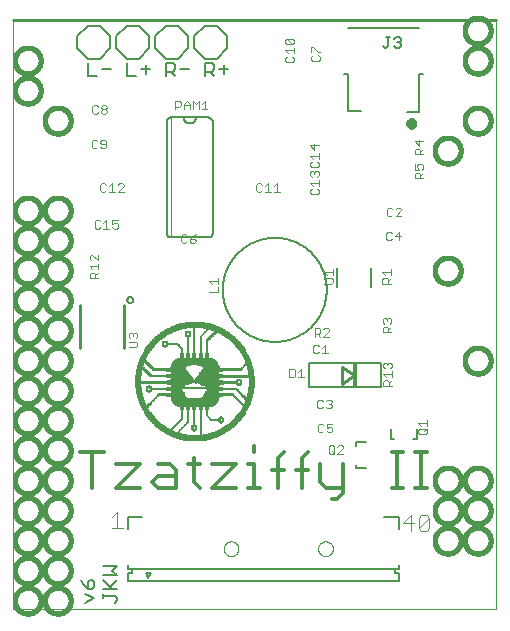
<source format=gto>
G75*
%MOIN*%
%OFA0B0*%
%FSLAX25Y25*%
%IPPOS*%
%LPD*%
%AMOC8*
5,1,8,0,0,1.08239X$1,22.5*
%
%ADD10C,0.00000*%
%ADD11C,0.01200*%
%ADD12C,0.00500*%
%ADD13C,0.01600*%
%ADD14C,0.00400*%
%ADD15C,0.00800*%
%ADD16C,0.00300*%
%ADD17C,0.00600*%
%ADD18C,0.01000*%
%ADD19C,0.01969*%
%ADD20R,0.01181X0.08268*%
%ADD21C,0.00200*%
%ADD22R,0.04035X0.00098*%
%ADD23R,0.05610X0.00098*%
%ADD24R,0.06890X0.00098*%
%ADD25R,0.07972X0.00098*%
%ADD26R,0.08858X0.00098*%
%ADD27R,0.09744X0.00098*%
%ADD28R,0.10531X0.00098*%
%ADD29R,0.11122X0.00098*%
%ADD30R,0.11909X0.00098*%
%ADD31R,0.12500X0.00098*%
%ADD32R,0.13091X0.00098*%
%ADD33R,0.13681X0.00098*%
%ADD34R,0.14075X0.00098*%
%ADD35R,0.14665X0.00098*%
%ADD36R,0.15059X0.00098*%
%ADD37R,0.15650X0.00098*%
%ADD38R,0.16043X0.00098*%
%ADD39R,0.16437X0.00098*%
%ADD40R,0.16831X0.00098*%
%ADD41R,0.06791X0.00098*%
%ADD42R,0.07087X0.00098*%
%ADD43R,0.06299X0.00098*%
%ADD44R,0.00689X0.00098*%
%ADD45R,0.05906X0.00098*%
%ADD46R,0.05807X0.00098*%
%ADD47R,0.05512X0.00098*%
%ADD48R,0.05217X0.00098*%
%ADD49R,0.05315X0.00098*%
%ADD50R,0.05020X0.00098*%
%ADD51R,0.05118X0.00098*%
%ADD52R,0.04921X0.00098*%
%ADD53R,0.04724X0.00098*%
%ADD54R,0.04626X0.00098*%
%ADD55R,0.04528X0.00098*%
%ADD56R,0.04331X0.00098*%
%ADD57R,0.04232X0.00098*%
%ADD58R,0.00984X0.00098*%
%ADD59R,0.04134X0.00098*%
%ADD60R,0.03937X0.00098*%
%ADD61R,0.00492X0.00098*%
%ADD62R,0.03839X0.00098*%
%ADD63R,0.01083X0.00098*%
%ADD64R,0.01378X0.00098*%
%ADD65R,0.01575X0.00098*%
%ADD66R,0.03740X0.00098*%
%ADD67R,0.01772X0.00098*%
%ADD68R,0.03642X0.00098*%
%ADD69R,0.01870X0.00098*%
%ADD70R,0.01969X0.00098*%
%ADD71R,0.03543X0.00098*%
%ADD72R,0.00886X0.00098*%
%ADD73R,0.03445X0.00098*%
%ADD74R,0.00787X0.00098*%
%ADD75R,0.03346X0.00098*%
%ADD76R,0.03248X0.00098*%
%ADD77R,0.03150X0.00098*%
%ADD78R,0.02067X0.00098*%
%ADD79R,0.03051X0.00098*%
%ADD80R,0.01673X0.00098*%
%ADD81R,0.01476X0.00098*%
%ADD82R,0.02953X0.00098*%
%ADD83R,0.01280X0.00098*%
%ADD84R,0.02854X0.00098*%
%ADD85R,0.02756X0.00098*%
%ADD86R,0.01181X0.00098*%
%ADD87R,0.02657X0.00098*%
%ADD88R,0.02559X0.00098*%
%ADD89R,0.02461X0.00098*%
%ADD90R,0.02362X0.00098*%
%ADD91R,0.02264X0.00098*%
%ADD92R,0.02165X0.00098*%
%ADD93R,0.12795X0.00098*%
%ADD94R,0.13287X0.00098*%
%ADD95R,0.13484X0.00098*%
%ADD96R,0.13976X0.00098*%
%ADD97R,0.14173X0.00098*%
%ADD98R,0.14370X0.00098*%
%ADD99R,0.14567X0.00098*%
%ADD100R,0.14862X0.00098*%
%ADD101R,0.15256X0.00098*%
%ADD102R,0.15354X0.00098*%
%ADD103R,0.15453X0.00098*%
%ADD104R,0.15748X0.00098*%
%ADD105R,0.15846X0.00098*%
%ADD106R,0.06004X0.00098*%
%ADD107R,0.06496X0.00098*%
%ADD108R,0.06102X0.00098*%
%ADD109R,0.05413X0.00098*%
%ADD110R,0.05709X0.00098*%
%ADD111R,0.06988X0.00098*%
%ADD112R,0.06398X0.00098*%
%ADD113R,0.09646X0.00098*%
%ADD114R,0.10630X0.00098*%
%ADD115R,0.09449X0.00098*%
%ADD116R,0.10433X0.00098*%
%ADD117R,0.09350X0.00098*%
%ADD118R,0.10335X0.00098*%
%ADD119R,0.09154X0.00098*%
%ADD120R,0.10138X0.00098*%
%ADD121R,0.09055X0.00098*%
%ADD122R,0.10039X0.00098*%
%ADD123R,0.09941X0.00098*%
%ADD124R,0.08760X0.00098*%
%ADD125R,0.04429X0.00098*%
%ADD126R,0.04823X0.00098*%
%ADD127R,0.10728X0.00098*%
%ADD128R,0.10236X0.00098*%
%ADD129R,0.29035X0.00098*%
%ADD130R,0.18996X0.00098*%
%ADD131R,0.07579X0.00098*%
%ADD132R,0.07677X0.00098*%
%ADD133R,0.07776X0.00098*%
%ADD134R,0.08465X0.00098*%
%ADD135R,0.18012X0.00098*%
%ADD136R,0.13386X0.00098*%
%ADD137R,0.18898X0.00098*%
%ADD138R,0.00394X0.00098*%
%ADD139R,0.19291X0.00098*%
%ADD140R,0.34055X0.00098*%
%ADD141R,0.34154X0.00098*%
%ADD142R,0.08169X0.00098*%
%ADD143R,0.08071X0.00098*%
%ADD144R,0.07480X0.00098*%
%ADD145R,0.07874X0.00098*%
%ADD146R,0.00591X0.00098*%
%ADD147R,0.07382X0.00098*%
%ADD148R,0.07283X0.00098*%
%ADD149R,0.08661X0.00098*%
%ADD150R,0.08563X0.00098*%
%ADD151R,0.19193X0.00098*%
%ADD152R,0.13878X0.00098*%
%ADD153R,0.19094X0.00098*%
%ADD154R,0.18701X0.00098*%
%ADD155R,0.08366X0.00098*%
%ADD156R,0.08268X0.00098*%
%ADD157R,0.06693X0.00098*%
%ADD158R,0.06201X0.00098*%
%ADD159R,0.06594X0.00098*%
%ADD160R,0.07185X0.00098*%
%ADD161R,0.11417X0.00098*%
%ADD162R,0.13189X0.00098*%
%ADD163R,0.11516X0.00098*%
%ADD164R,0.15551X0.00098*%
%ADD165R,0.14469X0.00098*%
%ADD166R,0.14272X0.00098*%
%ADD167R,0.12992X0.00098*%
%ADD168R,0.12598X0.00098*%
%ADD169R,0.12303X0.00098*%
%ADD170R,0.11713X0.00098*%
D10*
X0001171Y0003194D02*
X0001171Y0199194D01*
X0162171Y0199194D01*
X0162171Y0003194D01*
X0001171Y0003194D01*
X0071506Y0023398D02*
X0071508Y0023497D01*
X0071514Y0023596D01*
X0071524Y0023695D01*
X0071538Y0023793D01*
X0071556Y0023890D01*
X0071578Y0023987D01*
X0071603Y0024083D01*
X0071633Y0024177D01*
X0071666Y0024271D01*
X0071703Y0024363D01*
X0071744Y0024453D01*
X0071788Y0024542D01*
X0071836Y0024628D01*
X0071887Y0024713D01*
X0071942Y0024796D01*
X0072000Y0024876D01*
X0072061Y0024954D01*
X0072125Y0025030D01*
X0072192Y0025103D01*
X0072262Y0025173D01*
X0072335Y0025240D01*
X0072411Y0025304D01*
X0072489Y0025365D01*
X0072569Y0025423D01*
X0072652Y0025478D01*
X0072736Y0025529D01*
X0072823Y0025577D01*
X0072912Y0025621D01*
X0073002Y0025662D01*
X0073094Y0025699D01*
X0073188Y0025732D01*
X0073282Y0025762D01*
X0073378Y0025787D01*
X0073475Y0025809D01*
X0073572Y0025827D01*
X0073670Y0025841D01*
X0073769Y0025851D01*
X0073868Y0025857D01*
X0073967Y0025859D01*
X0074066Y0025857D01*
X0074165Y0025851D01*
X0074264Y0025841D01*
X0074362Y0025827D01*
X0074459Y0025809D01*
X0074556Y0025787D01*
X0074652Y0025762D01*
X0074746Y0025732D01*
X0074840Y0025699D01*
X0074932Y0025662D01*
X0075022Y0025621D01*
X0075111Y0025577D01*
X0075197Y0025529D01*
X0075282Y0025478D01*
X0075365Y0025423D01*
X0075445Y0025365D01*
X0075523Y0025304D01*
X0075599Y0025240D01*
X0075672Y0025173D01*
X0075742Y0025103D01*
X0075809Y0025030D01*
X0075873Y0024954D01*
X0075934Y0024876D01*
X0075992Y0024796D01*
X0076047Y0024713D01*
X0076098Y0024629D01*
X0076146Y0024542D01*
X0076190Y0024453D01*
X0076231Y0024363D01*
X0076268Y0024271D01*
X0076301Y0024177D01*
X0076331Y0024083D01*
X0076356Y0023987D01*
X0076378Y0023890D01*
X0076396Y0023793D01*
X0076410Y0023695D01*
X0076420Y0023596D01*
X0076426Y0023497D01*
X0076428Y0023398D01*
X0076426Y0023299D01*
X0076420Y0023200D01*
X0076410Y0023101D01*
X0076396Y0023003D01*
X0076378Y0022906D01*
X0076356Y0022809D01*
X0076331Y0022713D01*
X0076301Y0022619D01*
X0076268Y0022525D01*
X0076231Y0022433D01*
X0076190Y0022343D01*
X0076146Y0022254D01*
X0076098Y0022168D01*
X0076047Y0022083D01*
X0075992Y0022000D01*
X0075934Y0021920D01*
X0075873Y0021842D01*
X0075809Y0021766D01*
X0075742Y0021693D01*
X0075672Y0021623D01*
X0075599Y0021556D01*
X0075523Y0021492D01*
X0075445Y0021431D01*
X0075365Y0021373D01*
X0075282Y0021318D01*
X0075198Y0021267D01*
X0075111Y0021219D01*
X0075022Y0021175D01*
X0074932Y0021134D01*
X0074840Y0021097D01*
X0074746Y0021064D01*
X0074652Y0021034D01*
X0074556Y0021009D01*
X0074459Y0020987D01*
X0074362Y0020969D01*
X0074264Y0020955D01*
X0074165Y0020945D01*
X0074066Y0020939D01*
X0073967Y0020937D01*
X0073868Y0020939D01*
X0073769Y0020945D01*
X0073670Y0020955D01*
X0073572Y0020969D01*
X0073475Y0020987D01*
X0073378Y0021009D01*
X0073282Y0021034D01*
X0073188Y0021064D01*
X0073094Y0021097D01*
X0073002Y0021134D01*
X0072912Y0021175D01*
X0072823Y0021219D01*
X0072737Y0021267D01*
X0072652Y0021318D01*
X0072569Y0021373D01*
X0072489Y0021431D01*
X0072411Y0021492D01*
X0072335Y0021556D01*
X0072262Y0021623D01*
X0072192Y0021693D01*
X0072125Y0021766D01*
X0072061Y0021842D01*
X0072000Y0021920D01*
X0071942Y0022000D01*
X0071887Y0022083D01*
X0071836Y0022167D01*
X0071788Y0022254D01*
X0071744Y0022343D01*
X0071703Y0022433D01*
X0071666Y0022525D01*
X0071633Y0022619D01*
X0071603Y0022713D01*
X0071578Y0022809D01*
X0071556Y0022906D01*
X0071538Y0023003D01*
X0071524Y0023101D01*
X0071514Y0023200D01*
X0071508Y0023299D01*
X0071506Y0023398D01*
X0103002Y0023398D02*
X0103004Y0023497D01*
X0103010Y0023596D01*
X0103020Y0023695D01*
X0103034Y0023793D01*
X0103052Y0023890D01*
X0103074Y0023987D01*
X0103099Y0024083D01*
X0103129Y0024177D01*
X0103162Y0024271D01*
X0103199Y0024363D01*
X0103240Y0024453D01*
X0103284Y0024542D01*
X0103332Y0024628D01*
X0103383Y0024713D01*
X0103438Y0024796D01*
X0103496Y0024876D01*
X0103557Y0024954D01*
X0103621Y0025030D01*
X0103688Y0025103D01*
X0103758Y0025173D01*
X0103831Y0025240D01*
X0103907Y0025304D01*
X0103985Y0025365D01*
X0104065Y0025423D01*
X0104148Y0025478D01*
X0104232Y0025529D01*
X0104319Y0025577D01*
X0104408Y0025621D01*
X0104498Y0025662D01*
X0104590Y0025699D01*
X0104684Y0025732D01*
X0104778Y0025762D01*
X0104874Y0025787D01*
X0104971Y0025809D01*
X0105068Y0025827D01*
X0105166Y0025841D01*
X0105265Y0025851D01*
X0105364Y0025857D01*
X0105463Y0025859D01*
X0105562Y0025857D01*
X0105661Y0025851D01*
X0105760Y0025841D01*
X0105858Y0025827D01*
X0105955Y0025809D01*
X0106052Y0025787D01*
X0106148Y0025762D01*
X0106242Y0025732D01*
X0106336Y0025699D01*
X0106428Y0025662D01*
X0106518Y0025621D01*
X0106607Y0025577D01*
X0106693Y0025529D01*
X0106778Y0025478D01*
X0106861Y0025423D01*
X0106941Y0025365D01*
X0107019Y0025304D01*
X0107095Y0025240D01*
X0107168Y0025173D01*
X0107238Y0025103D01*
X0107305Y0025030D01*
X0107369Y0024954D01*
X0107430Y0024876D01*
X0107488Y0024796D01*
X0107543Y0024713D01*
X0107594Y0024629D01*
X0107642Y0024542D01*
X0107686Y0024453D01*
X0107727Y0024363D01*
X0107764Y0024271D01*
X0107797Y0024177D01*
X0107827Y0024083D01*
X0107852Y0023987D01*
X0107874Y0023890D01*
X0107892Y0023793D01*
X0107906Y0023695D01*
X0107916Y0023596D01*
X0107922Y0023497D01*
X0107924Y0023398D01*
X0107922Y0023299D01*
X0107916Y0023200D01*
X0107906Y0023101D01*
X0107892Y0023003D01*
X0107874Y0022906D01*
X0107852Y0022809D01*
X0107827Y0022713D01*
X0107797Y0022619D01*
X0107764Y0022525D01*
X0107727Y0022433D01*
X0107686Y0022343D01*
X0107642Y0022254D01*
X0107594Y0022168D01*
X0107543Y0022083D01*
X0107488Y0022000D01*
X0107430Y0021920D01*
X0107369Y0021842D01*
X0107305Y0021766D01*
X0107238Y0021693D01*
X0107168Y0021623D01*
X0107095Y0021556D01*
X0107019Y0021492D01*
X0106941Y0021431D01*
X0106861Y0021373D01*
X0106778Y0021318D01*
X0106694Y0021267D01*
X0106607Y0021219D01*
X0106518Y0021175D01*
X0106428Y0021134D01*
X0106336Y0021097D01*
X0106242Y0021064D01*
X0106148Y0021034D01*
X0106052Y0021009D01*
X0105955Y0020987D01*
X0105858Y0020969D01*
X0105760Y0020955D01*
X0105661Y0020945D01*
X0105562Y0020939D01*
X0105463Y0020937D01*
X0105364Y0020939D01*
X0105265Y0020945D01*
X0105166Y0020955D01*
X0105068Y0020969D01*
X0104971Y0020987D01*
X0104874Y0021009D01*
X0104778Y0021034D01*
X0104684Y0021064D01*
X0104590Y0021097D01*
X0104498Y0021134D01*
X0104408Y0021175D01*
X0104319Y0021219D01*
X0104233Y0021267D01*
X0104148Y0021318D01*
X0104065Y0021373D01*
X0103985Y0021431D01*
X0103907Y0021492D01*
X0103831Y0021556D01*
X0103758Y0021623D01*
X0103688Y0021693D01*
X0103621Y0021766D01*
X0103557Y0021842D01*
X0103496Y0021920D01*
X0103438Y0022000D01*
X0103383Y0022083D01*
X0103332Y0022167D01*
X0103284Y0022254D01*
X0103240Y0022343D01*
X0103199Y0022433D01*
X0103162Y0022525D01*
X0103129Y0022619D01*
X0103099Y0022713D01*
X0103074Y0022809D01*
X0103052Y0022906D01*
X0103034Y0023003D01*
X0103020Y0023101D01*
X0103010Y0023200D01*
X0103004Y0023299D01*
X0103002Y0023398D01*
D11*
X0107459Y0039860D02*
X0109426Y0039860D01*
X0111393Y0041827D01*
X0111393Y0051662D01*
X0111393Y0043794D02*
X0105491Y0043794D01*
X0103524Y0045761D01*
X0103524Y0051662D01*
X0099483Y0049695D02*
X0095549Y0049695D01*
X0097516Y0053629D02*
X0099483Y0055596D01*
X0097516Y0053629D02*
X0097516Y0043794D01*
X0091508Y0049695D02*
X0087574Y0049695D01*
X0089541Y0053629D02*
X0091508Y0055596D01*
X0089541Y0053629D02*
X0089541Y0043794D01*
X0083533Y0043794D02*
X0079598Y0043794D01*
X0081566Y0043794D02*
X0081566Y0051662D01*
X0079598Y0051662D01*
X0075504Y0051662D02*
X0067636Y0043794D01*
X0075504Y0043794D01*
X0075504Y0051662D02*
X0067636Y0051662D01*
X0063594Y0051662D02*
X0059660Y0051662D01*
X0061627Y0053629D02*
X0061627Y0045761D01*
X0063594Y0043794D01*
X0055565Y0043794D02*
X0049664Y0043794D01*
X0047697Y0045761D01*
X0049664Y0047728D01*
X0055565Y0047728D01*
X0055565Y0049695D02*
X0055565Y0043794D01*
X0055565Y0049695D02*
X0053598Y0051662D01*
X0049664Y0051662D01*
X0043602Y0051662D02*
X0035734Y0043794D01*
X0043602Y0043794D01*
X0043602Y0051662D02*
X0035734Y0051662D01*
X0031639Y0055596D02*
X0023771Y0055596D01*
X0027705Y0055596D02*
X0027705Y0043794D01*
X0081566Y0055596D02*
X0081566Y0057563D01*
X0127450Y0055596D02*
X0131384Y0055596D01*
X0129417Y0055596D02*
X0129417Y0043794D01*
X0127450Y0043794D02*
X0131384Y0043794D01*
X0135426Y0043794D02*
X0139360Y0043794D01*
X0137393Y0043794D02*
X0137393Y0055596D01*
X0135426Y0055596D02*
X0139360Y0055596D01*
D12*
X0123918Y0077249D02*
X0099918Y0077249D01*
X0099918Y0085249D01*
X0123918Y0085249D01*
X0123918Y0077249D01*
X0071218Y0109694D02*
X0071223Y0110119D01*
X0071239Y0110544D01*
X0071265Y0110968D01*
X0071301Y0111392D01*
X0071348Y0111815D01*
X0071405Y0112236D01*
X0071473Y0112656D01*
X0071551Y0113074D01*
X0071639Y0113489D01*
X0071737Y0113903D01*
X0071846Y0114314D01*
X0071964Y0114723D01*
X0072092Y0115128D01*
X0072231Y0115530D01*
X0072379Y0115928D01*
X0072537Y0116323D01*
X0072704Y0116714D01*
X0072881Y0117101D01*
X0073068Y0117483D01*
X0073263Y0117860D01*
X0073468Y0118232D01*
X0073683Y0118600D01*
X0073906Y0118962D01*
X0074137Y0119318D01*
X0074378Y0119669D01*
X0074627Y0120013D01*
X0074884Y0120352D01*
X0075150Y0120684D01*
X0075424Y0121009D01*
X0075706Y0121327D01*
X0075995Y0121639D01*
X0076292Y0121943D01*
X0076596Y0122240D01*
X0076908Y0122529D01*
X0077226Y0122811D01*
X0077551Y0123085D01*
X0077883Y0123351D01*
X0078222Y0123608D01*
X0078566Y0123857D01*
X0078917Y0124098D01*
X0079273Y0124329D01*
X0079635Y0124552D01*
X0080003Y0124767D01*
X0080375Y0124972D01*
X0080752Y0125167D01*
X0081134Y0125354D01*
X0081521Y0125531D01*
X0081912Y0125698D01*
X0082307Y0125856D01*
X0082705Y0126004D01*
X0083107Y0126143D01*
X0083512Y0126271D01*
X0083921Y0126389D01*
X0084332Y0126498D01*
X0084746Y0126596D01*
X0085161Y0126684D01*
X0085579Y0126762D01*
X0085999Y0126830D01*
X0086420Y0126887D01*
X0086843Y0126934D01*
X0087267Y0126970D01*
X0087691Y0126996D01*
X0088116Y0127012D01*
X0088541Y0127017D01*
X0088966Y0127012D01*
X0089391Y0126996D01*
X0089815Y0126970D01*
X0090239Y0126934D01*
X0090662Y0126887D01*
X0091083Y0126830D01*
X0091503Y0126762D01*
X0091921Y0126684D01*
X0092336Y0126596D01*
X0092750Y0126498D01*
X0093161Y0126389D01*
X0093570Y0126271D01*
X0093975Y0126143D01*
X0094377Y0126004D01*
X0094775Y0125856D01*
X0095170Y0125698D01*
X0095561Y0125531D01*
X0095948Y0125354D01*
X0096330Y0125167D01*
X0096707Y0124972D01*
X0097079Y0124767D01*
X0097447Y0124552D01*
X0097809Y0124329D01*
X0098165Y0124098D01*
X0098516Y0123857D01*
X0098860Y0123608D01*
X0099199Y0123351D01*
X0099531Y0123085D01*
X0099856Y0122811D01*
X0100174Y0122529D01*
X0100486Y0122240D01*
X0100790Y0121943D01*
X0101087Y0121639D01*
X0101376Y0121327D01*
X0101658Y0121009D01*
X0101932Y0120684D01*
X0102198Y0120352D01*
X0102455Y0120013D01*
X0102704Y0119669D01*
X0102945Y0119318D01*
X0103176Y0118962D01*
X0103399Y0118600D01*
X0103614Y0118232D01*
X0103819Y0117860D01*
X0104014Y0117483D01*
X0104201Y0117101D01*
X0104378Y0116714D01*
X0104545Y0116323D01*
X0104703Y0115928D01*
X0104851Y0115530D01*
X0104990Y0115128D01*
X0105118Y0114723D01*
X0105236Y0114314D01*
X0105345Y0113903D01*
X0105443Y0113489D01*
X0105531Y0113074D01*
X0105609Y0112656D01*
X0105677Y0112236D01*
X0105734Y0111815D01*
X0105781Y0111392D01*
X0105817Y0110968D01*
X0105843Y0110544D01*
X0105859Y0110119D01*
X0105864Y0109694D01*
X0105859Y0109269D01*
X0105843Y0108844D01*
X0105817Y0108420D01*
X0105781Y0107996D01*
X0105734Y0107573D01*
X0105677Y0107152D01*
X0105609Y0106732D01*
X0105531Y0106314D01*
X0105443Y0105899D01*
X0105345Y0105485D01*
X0105236Y0105074D01*
X0105118Y0104665D01*
X0104990Y0104260D01*
X0104851Y0103858D01*
X0104703Y0103460D01*
X0104545Y0103065D01*
X0104378Y0102674D01*
X0104201Y0102287D01*
X0104014Y0101905D01*
X0103819Y0101528D01*
X0103614Y0101156D01*
X0103399Y0100788D01*
X0103176Y0100426D01*
X0102945Y0100070D01*
X0102704Y0099719D01*
X0102455Y0099375D01*
X0102198Y0099036D01*
X0101932Y0098704D01*
X0101658Y0098379D01*
X0101376Y0098061D01*
X0101087Y0097749D01*
X0100790Y0097445D01*
X0100486Y0097148D01*
X0100174Y0096859D01*
X0099856Y0096577D01*
X0099531Y0096303D01*
X0099199Y0096037D01*
X0098860Y0095780D01*
X0098516Y0095531D01*
X0098165Y0095290D01*
X0097809Y0095059D01*
X0097447Y0094836D01*
X0097079Y0094621D01*
X0096707Y0094416D01*
X0096330Y0094221D01*
X0095948Y0094034D01*
X0095561Y0093857D01*
X0095170Y0093690D01*
X0094775Y0093532D01*
X0094377Y0093384D01*
X0093975Y0093245D01*
X0093570Y0093117D01*
X0093161Y0092999D01*
X0092750Y0092890D01*
X0092336Y0092792D01*
X0091921Y0092704D01*
X0091503Y0092626D01*
X0091083Y0092558D01*
X0090662Y0092501D01*
X0090239Y0092454D01*
X0089815Y0092418D01*
X0089391Y0092392D01*
X0088966Y0092376D01*
X0088541Y0092371D01*
X0088116Y0092376D01*
X0087691Y0092392D01*
X0087267Y0092418D01*
X0086843Y0092454D01*
X0086420Y0092501D01*
X0085999Y0092558D01*
X0085579Y0092626D01*
X0085161Y0092704D01*
X0084746Y0092792D01*
X0084332Y0092890D01*
X0083921Y0092999D01*
X0083512Y0093117D01*
X0083107Y0093245D01*
X0082705Y0093384D01*
X0082307Y0093532D01*
X0081912Y0093690D01*
X0081521Y0093857D01*
X0081134Y0094034D01*
X0080752Y0094221D01*
X0080375Y0094416D01*
X0080003Y0094621D01*
X0079635Y0094836D01*
X0079273Y0095059D01*
X0078917Y0095290D01*
X0078566Y0095531D01*
X0078222Y0095780D01*
X0077883Y0096037D01*
X0077551Y0096303D01*
X0077226Y0096577D01*
X0076908Y0096859D01*
X0076596Y0097148D01*
X0076292Y0097445D01*
X0075995Y0097749D01*
X0075706Y0098061D01*
X0075424Y0098379D01*
X0075150Y0098704D01*
X0074884Y0099036D01*
X0074627Y0099375D01*
X0074378Y0099719D01*
X0074137Y0100070D01*
X0073906Y0100426D01*
X0073683Y0100788D01*
X0073468Y0101156D01*
X0073263Y0101528D01*
X0073068Y0101905D01*
X0072881Y0102287D01*
X0072704Y0102674D01*
X0072537Y0103065D01*
X0072379Y0103460D01*
X0072231Y0103858D01*
X0072092Y0104260D01*
X0071964Y0104665D01*
X0071846Y0105074D01*
X0071737Y0105485D01*
X0071639Y0105899D01*
X0071551Y0106314D01*
X0071473Y0106732D01*
X0071405Y0107152D01*
X0071348Y0107573D01*
X0071301Y0107996D01*
X0071265Y0108420D01*
X0071239Y0108844D01*
X0071223Y0109269D01*
X0071218Y0109694D01*
X0112943Y0169391D02*
X0117274Y0169391D01*
X0112943Y0169391D02*
X0112943Y0181792D01*
X0111565Y0181792D01*
X0112943Y0196950D02*
X0136565Y0196950D01*
X0130615Y0193398D02*
X0130615Y0192814D01*
X0130031Y0192230D01*
X0130615Y0191646D01*
X0130615Y0191062D01*
X0130031Y0190478D01*
X0128863Y0190478D01*
X0128279Y0191062D01*
X0129447Y0192230D02*
X0130031Y0192230D01*
X0130615Y0193398D02*
X0130031Y0193981D01*
X0128863Y0193981D01*
X0128279Y0193398D01*
X0126931Y0193981D02*
X0125764Y0193981D01*
X0126348Y0193981D02*
X0126348Y0191062D01*
X0125764Y0190478D01*
X0125180Y0190478D01*
X0124596Y0191062D01*
X0136565Y0181792D02*
X0137943Y0181792D01*
X0136565Y0181792D02*
X0136565Y0169391D01*
X0136565Y0168997D02*
X0132628Y0168997D01*
X0162667Y0199619D02*
X0001250Y0199619D01*
X0026421Y0185448D02*
X0026421Y0180944D01*
X0029424Y0180944D01*
X0031025Y0183196D02*
X0034028Y0183196D01*
X0039421Y0185448D02*
X0039421Y0180944D01*
X0042424Y0180944D01*
X0044025Y0183196D02*
X0047028Y0183196D01*
X0045526Y0184697D02*
X0045526Y0181694D01*
X0052421Y0180944D02*
X0052421Y0185448D01*
X0054673Y0185448D01*
X0055424Y0184697D01*
X0055424Y0183196D01*
X0054673Y0182445D01*
X0052421Y0182445D01*
X0053923Y0182445D02*
X0055424Y0180944D01*
X0057025Y0183196D02*
X0060028Y0183196D01*
X0065421Y0182445D02*
X0067673Y0182445D01*
X0068424Y0183196D01*
X0068424Y0184697D01*
X0067673Y0185448D01*
X0065421Y0185448D01*
X0065421Y0180944D01*
X0066923Y0182445D02*
X0068424Y0180944D01*
X0070025Y0183196D02*
X0073028Y0183196D01*
X0071526Y0184697D02*
X0071526Y0181694D01*
X0035921Y0017654D02*
X0031417Y0017654D01*
X0031417Y0014652D02*
X0035921Y0014652D01*
X0034420Y0016153D01*
X0035921Y0017654D01*
X0035921Y0013050D02*
X0033669Y0010798D01*
X0034420Y0010048D02*
X0031417Y0013050D01*
X0031417Y0010048D02*
X0035921Y0010048D01*
X0035171Y0007696D02*
X0031417Y0007696D01*
X0031417Y0008446D02*
X0031417Y0006945D01*
X0028421Y0006945D02*
X0025419Y0008446D01*
X0026169Y0010048D02*
X0026169Y0012300D01*
X0026920Y0013050D01*
X0027671Y0013050D01*
X0028421Y0012300D01*
X0028421Y0010798D01*
X0027671Y0010048D01*
X0026169Y0010048D01*
X0024668Y0011549D01*
X0023917Y0013050D01*
X0028421Y0006945D02*
X0025419Y0005444D01*
X0035171Y0005444D02*
X0035921Y0006194D01*
X0035921Y0006945D01*
X0035171Y0007696D01*
D13*
X0011840Y0006131D02*
X0011842Y0006262D01*
X0011848Y0006394D01*
X0011858Y0006525D01*
X0011872Y0006656D01*
X0011890Y0006786D01*
X0011912Y0006915D01*
X0011937Y0007044D01*
X0011967Y0007172D01*
X0012001Y0007299D01*
X0012038Y0007426D01*
X0012079Y0007550D01*
X0012124Y0007674D01*
X0012173Y0007796D01*
X0012225Y0007917D01*
X0012281Y0008035D01*
X0012341Y0008153D01*
X0012404Y0008268D01*
X0012471Y0008381D01*
X0012541Y0008493D01*
X0012614Y0008602D01*
X0012690Y0008708D01*
X0012770Y0008813D01*
X0012853Y0008915D01*
X0012939Y0009014D01*
X0013028Y0009111D01*
X0013120Y0009205D01*
X0013215Y0009296D01*
X0013312Y0009385D01*
X0013412Y0009470D01*
X0013515Y0009552D01*
X0013620Y0009631D01*
X0013727Y0009707D01*
X0013837Y0009779D01*
X0013949Y0009848D01*
X0014063Y0009914D01*
X0014178Y0009976D01*
X0014296Y0010035D01*
X0014415Y0010090D01*
X0014536Y0010142D01*
X0014659Y0010189D01*
X0014783Y0010233D01*
X0014908Y0010274D01*
X0015034Y0010310D01*
X0015162Y0010343D01*
X0015290Y0010371D01*
X0015419Y0010396D01*
X0015549Y0010417D01*
X0015679Y0010434D01*
X0015810Y0010447D01*
X0015941Y0010456D01*
X0016072Y0010461D01*
X0016204Y0010462D01*
X0016335Y0010459D01*
X0016467Y0010452D01*
X0016598Y0010441D01*
X0016728Y0010426D01*
X0016858Y0010407D01*
X0016988Y0010384D01*
X0017116Y0010358D01*
X0017244Y0010327D01*
X0017371Y0010292D01*
X0017497Y0010254D01*
X0017621Y0010212D01*
X0017745Y0010166D01*
X0017866Y0010116D01*
X0017986Y0010063D01*
X0018105Y0010006D01*
X0018222Y0009946D01*
X0018336Y0009882D01*
X0018449Y0009814D01*
X0018560Y0009743D01*
X0018669Y0009669D01*
X0018775Y0009592D01*
X0018879Y0009511D01*
X0018980Y0009428D01*
X0019079Y0009341D01*
X0019175Y0009251D01*
X0019268Y0009158D01*
X0019359Y0009063D01*
X0019446Y0008965D01*
X0019531Y0008864D01*
X0019612Y0008761D01*
X0019690Y0008655D01*
X0019765Y0008547D01*
X0019837Y0008437D01*
X0019905Y0008325D01*
X0019970Y0008211D01*
X0020031Y0008094D01*
X0020089Y0007976D01*
X0020143Y0007856D01*
X0020194Y0007735D01*
X0020241Y0007612D01*
X0020284Y0007488D01*
X0020323Y0007363D01*
X0020359Y0007236D01*
X0020390Y0007108D01*
X0020418Y0006980D01*
X0020442Y0006851D01*
X0020462Y0006721D01*
X0020478Y0006590D01*
X0020490Y0006459D01*
X0020498Y0006328D01*
X0020502Y0006197D01*
X0020502Y0006065D01*
X0020498Y0005934D01*
X0020490Y0005803D01*
X0020478Y0005672D01*
X0020462Y0005541D01*
X0020442Y0005411D01*
X0020418Y0005282D01*
X0020390Y0005154D01*
X0020359Y0005026D01*
X0020323Y0004899D01*
X0020284Y0004774D01*
X0020241Y0004650D01*
X0020194Y0004527D01*
X0020143Y0004406D01*
X0020089Y0004286D01*
X0020031Y0004168D01*
X0019970Y0004051D01*
X0019905Y0003937D01*
X0019837Y0003825D01*
X0019765Y0003715D01*
X0019690Y0003607D01*
X0019612Y0003501D01*
X0019531Y0003398D01*
X0019446Y0003297D01*
X0019359Y0003199D01*
X0019268Y0003104D01*
X0019175Y0003011D01*
X0019079Y0002921D01*
X0018980Y0002834D01*
X0018879Y0002751D01*
X0018775Y0002670D01*
X0018669Y0002593D01*
X0018560Y0002519D01*
X0018449Y0002448D01*
X0018337Y0002380D01*
X0018222Y0002316D01*
X0018105Y0002256D01*
X0017986Y0002199D01*
X0017866Y0002146D01*
X0017745Y0002096D01*
X0017621Y0002050D01*
X0017497Y0002008D01*
X0017371Y0001970D01*
X0017244Y0001935D01*
X0017116Y0001904D01*
X0016988Y0001878D01*
X0016858Y0001855D01*
X0016728Y0001836D01*
X0016598Y0001821D01*
X0016467Y0001810D01*
X0016335Y0001803D01*
X0016204Y0001800D01*
X0016072Y0001801D01*
X0015941Y0001806D01*
X0015810Y0001815D01*
X0015679Y0001828D01*
X0015549Y0001845D01*
X0015419Y0001866D01*
X0015290Y0001891D01*
X0015162Y0001919D01*
X0015034Y0001952D01*
X0014908Y0001988D01*
X0014783Y0002029D01*
X0014659Y0002073D01*
X0014536Y0002120D01*
X0014415Y0002172D01*
X0014296Y0002227D01*
X0014178Y0002286D01*
X0014063Y0002348D01*
X0013949Y0002414D01*
X0013837Y0002483D01*
X0013727Y0002555D01*
X0013620Y0002631D01*
X0013515Y0002710D01*
X0013412Y0002792D01*
X0013312Y0002877D01*
X0013215Y0002966D01*
X0013120Y0003057D01*
X0013028Y0003151D01*
X0012939Y0003248D01*
X0012853Y0003347D01*
X0012770Y0003449D01*
X0012690Y0003554D01*
X0012614Y0003660D01*
X0012541Y0003769D01*
X0012471Y0003881D01*
X0012404Y0003994D01*
X0012341Y0004109D01*
X0012281Y0004227D01*
X0012225Y0004345D01*
X0012173Y0004466D01*
X0012124Y0004588D01*
X0012079Y0004712D01*
X0012038Y0004836D01*
X0012001Y0004963D01*
X0011967Y0005090D01*
X0011937Y0005218D01*
X0011912Y0005347D01*
X0011890Y0005476D01*
X0011872Y0005606D01*
X0011858Y0005737D01*
X0011848Y0005868D01*
X0011842Y0006000D01*
X0011840Y0006131D01*
X0001840Y0006131D02*
X0001842Y0006262D01*
X0001848Y0006394D01*
X0001858Y0006525D01*
X0001872Y0006656D01*
X0001890Y0006786D01*
X0001912Y0006915D01*
X0001937Y0007044D01*
X0001967Y0007172D01*
X0002001Y0007299D01*
X0002038Y0007426D01*
X0002079Y0007550D01*
X0002124Y0007674D01*
X0002173Y0007796D01*
X0002225Y0007917D01*
X0002281Y0008035D01*
X0002341Y0008153D01*
X0002404Y0008268D01*
X0002471Y0008381D01*
X0002541Y0008493D01*
X0002614Y0008602D01*
X0002690Y0008708D01*
X0002770Y0008813D01*
X0002853Y0008915D01*
X0002939Y0009014D01*
X0003028Y0009111D01*
X0003120Y0009205D01*
X0003215Y0009296D01*
X0003312Y0009385D01*
X0003412Y0009470D01*
X0003515Y0009552D01*
X0003620Y0009631D01*
X0003727Y0009707D01*
X0003837Y0009779D01*
X0003949Y0009848D01*
X0004063Y0009914D01*
X0004178Y0009976D01*
X0004296Y0010035D01*
X0004415Y0010090D01*
X0004536Y0010142D01*
X0004659Y0010189D01*
X0004783Y0010233D01*
X0004908Y0010274D01*
X0005034Y0010310D01*
X0005162Y0010343D01*
X0005290Y0010371D01*
X0005419Y0010396D01*
X0005549Y0010417D01*
X0005679Y0010434D01*
X0005810Y0010447D01*
X0005941Y0010456D01*
X0006072Y0010461D01*
X0006204Y0010462D01*
X0006335Y0010459D01*
X0006467Y0010452D01*
X0006598Y0010441D01*
X0006728Y0010426D01*
X0006858Y0010407D01*
X0006988Y0010384D01*
X0007116Y0010358D01*
X0007244Y0010327D01*
X0007371Y0010292D01*
X0007497Y0010254D01*
X0007621Y0010212D01*
X0007745Y0010166D01*
X0007866Y0010116D01*
X0007986Y0010063D01*
X0008105Y0010006D01*
X0008222Y0009946D01*
X0008336Y0009882D01*
X0008449Y0009814D01*
X0008560Y0009743D01*
X0008669Y0009669D01*
X0008775Y0009592D01*
X0008879Y0009511D01*
X0008980Y0009428D01*
X0009079Y0009341D01*
X0009175Y0009251D01*
X0009268Y0009158D01*
X0009359Y0009063D01*
X0009446Y0008965D01*
X0009531Y0008864D01*
X0009612Y0008761D01*
X0009690Y0008655D01*
X0009765Y0008547D01*
X0009837Y0008437D01*
X0009905Y0008325D01*
X0009970Y0008211D01*
X0010031Y0008094D01*
X0010089Y0007976D01*
X0010143Y0007856D01*
X0010194Y0007735D01*
X0010241Y0007612D01*
X0010284Y0007488D01*
X0010323Y0007363D01*
X0010359Y0007236D01*
X0010390Y0007108D01*
X0010418Y0006980D01*
X0010442Y0006851D01*
X0010462Y0006721D01*
X0010478Y0006590D01*
X0010490Y0006459D01*
X0010498Y0006328D01*
X0010502Y0006197D01*
X0010502Y0006065D01*
X0010498Y0005934D01*
X0010490Y0005803D01*
X0010478Y0005672D01*
X0010462Y0005541D01*
X0010442Y0005411D01*
X0010418Y0005282D01*
X0010390Y0005154D01*
X0010359Y0005026D01*
X0010323Y0004899D01*
X0010284Y0004774D01*
X0010241Y0004650D01*
X0010194Y0004527D01*
X0010143Y0004406D01*
X0010089Y0004286D01*
X0010031Y0004168D01*
X0009970Y0004051D01*
X0009905Y0003937D01*
X0009837Y0003825D01*
X0009765Y0003715D01*
X0009690Y0003607D01*
X0009612Y0003501D01*
X0009531Y0003398D01*
X0009446Y0003297D01*
X0009359Y0003199D01*
X0009268Y0003104D01*
X0009175Y0003011D01*
X0009079Y0002921D01*
X0008980Y0002834D01*
X0008879Y0002751D01*
X0008775Y0002670D01*
X0008669Y0002593D01*
X0008560Y0002519D01*
X0008449Y0002448D01*
X0008337Y0002380D01*
X0008222Y0002316D01*
X0008105Y0002256D01*
X0007986Y0002199D01*
X0007866Y0002146D01*
X0007745Y0002096D01*
X0007621Y0002050D01*
X0007497Y0002008D01*
X0007371Y0001970D01*
X0007244Y0001935D01*
X0007116Y0001904D01*
X0006988Y0001878D01*
X0006858Y0001855D01*
X0006728Y0001836D01*
X0006598Y0001821D01*
X0006467Y0001810D01*
X0006335Y0001803D01*
X0006204Y0001800D01*
X0006072Y0001801D01*
X0005941Y0001806D01*
X0005810Y0001815D01*
X0005679Y0001828D01*
X0005549Y0001845D01*
X0005419Y0001866D01*
X0005290Y0001891D01*
X0005162Y0001919D01*
X0005034Y0001952D01*
X0004908Y0001988D01*
X0004783Y0002029D01*
X0004659Y0002073D01*
X0004536Y0002120D01*
X0004415Y0002172D01*
X0004296Y0002227D01*
X0004178Y0002286D01*
X0004063Y0002348D01*
X0003949Y0002414D01*
X0003837Y0002483D01*
X0003727Y0002555D01*
X0003620Y0002631D01*
X0003515Y0002710D01*
X0003412Y0002792D01*
X0003312Y0002877D01*
X0003215Y0002966D01*
X0003120Y0003057D01*
X0003028Y0003151D01*
X0002939Y0003248D01*
X0002853Y0003347D01*
X0002770Y0003449D01*
X0002690Y0003554D01*
X0002614Y0003660D01*
X0002541Y0003769D01*
X0002471Y0003881D01*
X0002404Y0003994D01*
X0002341Y0004109D01*
X0002281Y0004227D01*
X0002225Y0004345D01*
X0002173Y0004466D01*
X0002124Y0004588D01*
X0002079Y0004712D01*
X0002038Y0004836D01*
X0002001Y0004963D01*
X0001967Y0005090D01*
X0001937Y0005218D01*
X0001912Y0005347D01*
X0001890Y0005476D01*
X0001872Y0005606D01*
X0001858Y0005737D01*
X0001848Y0005868D01*
X0001842Y0006000D01*
X0001840Y0006131D01*
X0001840Y0016131D02*
X0001842Y0016262D01*
X0001848Y0016394D01*
X0001858Y0016525D01*
X0001872Y0016656D01*
X0001890Y0016786D01*
X0001912Y0016915D01*
X0001937Y0017044D01*
X0001967Y0017172D01*
X0002001Y0017299D01*
X0002038Y0017426D01*
X0002079Y0017550D01*
X0002124Y0017674D01*
X0002173Y0017796D01*
X0002225Y0017917D01*
X0002281Y0018035D01*
X0002341Y0018153D01*
X0002404Y0018268D01*
X0002471Y0018381D01*
X0002541Y0018493D01*
X0002614Y0018602D01*
X0002690Y0018708D01*
X0002770Y0018813D01*
X0002853Y0018915D01*
X0002939Y0019014D01*
X0003028Y0019111D01*
X0003120Y0019205D01*
X0003215Y0019296D01*
X0003312Y0019385D01*
X0003412Y0019470D01*
X0003515Y0019552D01*
X0003620Y0019631D01*
X0003727Y0019707D01*
X0003837Y0019779D01*
X0003949Y0019848D01*
X0004063Y0019914D01*
X0004178Y0019976D01*
X0004296Y0020035D01*
X0004415Y0020090D01*
X0004536Y0020142D01*
X0004659Y0020189D01*
X0004783Y0020233D01*
X0004908Y0020274D01*
X0005034Y0020310D01*
X0005162Y0020343D01*
X0005290Y0020371D01*
X0005419Y0020396D01*
X0005549Y0020417D01*
X0005679Y0020434D01*
X0005810Y0020447D01*
X0005941Y0020456D01*
X0006072Y0020461D01*
X0006204Y0020462D01*
X0006335Y0020459D01*
X0006467Y0020452D01*
X0006598Y0020441D01*
X0006728Y0020426D01*
X0006858Y0020407D01*
X0006988Y0020384D01*
X0007116Y0020358D01*
X0007244Y0020327D01*
X0007371Y0020292D01*
X0007497Y0020254D01*
X0007621Y0020212D01*
X0007745Y0020166D01*
X0007866Y0020116D01*
X0007986Y0020063D01*
X0008105Y0020006D01*
X0008222Y0019946D01*
X0008336Y0019882D01*
X0008449Y0019814D01*
X0008560Y0019743D01*
X0008669Y0019669D01*
X0008775Y0019592D01*
X0008879Y0019511D01*
X0008980Y0019428D01*
X0009079Y0019341D01*
X0009175Y0019251D01*
X0009268Y0019158D01*
X0009359Y0019063D01*
X0009446Y0018965D01*
X0009531Y0018864D01*
X0009612Y0018761D01*
X0009690Y0018655D01*
X0009765Y0018547D01*
X0009837Y0018437D01*
X0009905Y0018325D01*
X0009970Y0018211D01*
X0010031Y0018094D01*
X0010089Y0017976D01*
X0010143Y0017856D01*
X0010194Y0017735D01*
X0010241Y0017612D01*
X0010284Y0017488D01*
X0010323Y0017363D01*
X0010359Y0017236D01*
X0010390Y0017108D01*
X0010418Y0016980D01*
X0010442Y0016851D01*
X0010462Y0016721D01*
X0010478Y0016590D01*
X0010490Y0016459D01*
X0010498Y0016328D01*
X0010502Y0016197D01*
X0010502Y0016065D01*
X0010498Y0015934D01*
X0010490Y0015803D01*
X0010478Y0015672D01*
X0010462Y0015541D01*
X0010442Y0015411D01*
X0010418Y0015282D01*
X0010390Y0015154D01*
X0010359Y0015026D01*
X0010323Y0014899D01*
X0010284Y0014774D01*
X0010241Y0014650D01*
X0010194Y0014527D01*
X0010143Y0014406D01*
X0010089Y0014286D01*
X0010031Y0014168D01*
X0009970Y0014051D01*
X0009905Y0013937D01*
X0009837Y0013825D01*
X0009765Y0013715D01*
X0009690Y0013607D01*
X0009612Y0013501D01*
X0009531Y0013398D01*
X0009446Y0013297D01*
X0009359Y0013199D01*
X0009268Y0013104D01*
X0009175Y0013011D01*
X0009079Y0012921D01*
X0008980Y0012834D01*
X0008879Y0012751D01*
X0008775Y0012670D01*
X0008669Y0012593D01*
X0008560Y0012519D01*
X0008449Y0012448D01*
X0008337Y0012380D01*
X0008222Y0012316D01*
X0008105Y0012256D01*
X0007986Y0012199D01*
X0007866Y0012146D01*
X0007745Y0012096D01*
X0007621Y0012050D01*
X0007497Y0012008D01*
X0007371Y0011970D01*
X0007244Y0011935D01*
X0007116Y0011904D01*
X0006988Y0011878D01*
X0006858Y0011855D01*
X0006728Y0011836D01*
X0006598Y0011821D01*
X0006467Y0011810D01*
X0006335Y0011803D01*
X0006204Y0011800D01*
X0006072Y0011801D01*
X0005941Y0011806D01*
X0005810Y0011815D01*
X0005679Y0011828D01*
X0005549Y0011845D01*
X0005419Y0011866D01*
X0005290Y0011891D01*
X0005162Y0011919D01*
X0005034Y0011952D01*
X0004908Y0011988D01*
X0004783Y0012029D01*
X0004659Y0012073D01*
X0004536Y0012120D01*
X0004415Y0012172D01*
X0004296Y0012227D01*
X0004178Y0012286D01*
X0004063Y0012348D01*
X0003949Y0012414D01*
X0003837Y0012483D01*
X0003727Y0012555D01*
X0003620Y0012631D01*
X0003515Y0012710D01*
X0003412Y0012792D01*
X0003312Y0012877D01*
X0003215Y0012966D01*
X0003120Y0013057D01*
X0003028Y0013151D01*
X0002939Y0013248D01*
X0002853Y0013347D01*
X0002770Y0013449D01*
X0002690Y0013554D01*
X0002614Y0013660D01*
X0002541Y0013769D01*
X0002471Y0013881D01*
X0002404Y0013994D01*
X0002341Y0014109D01*
X0002281Y0014227D01*
X0002225Y0014345D01*
X0002173Y0014466D01*
X0002124Y0014588D01*
X0002079Y0014712D01*
X0002038Y0014836D01*
X0002001Y0014963D01*
X0001967Y0015090D01*
X0001937Y0015218D01*
X0001912Y0015347D01*
X0001890Y0015476D01*
X0001872Y0015606D01*
X0001858Y0015737D01*
X0001848Y0015868D01*
X0001842Y0016000D01*
X0001840Y0016131D01*
X0001840Y0026131D02*
X0001842Y0026262D01*
X0001848Y0026394D01*
X0001858Y0026525D01*
X0001872Y0026656D01*
X0001890Y0026786D01*
X0001912Y0026915D01*
X0001937Y0027044D01*
X0001967Y0027172D01*
X0002001Y0027299D01*
X0002038Y0027426D01*
X0002079Y0027550D01*
X0002124Y0027674D01*
X0002173Y0027796D01*
X0002225Y0027917D01*
X0002281Y0028035D01*
X0002341Y0028153D01*
X0002404Y0028268D01*
X0002471Y0028381D01*
X0002541Y0028493D01*
X0002614Y0028602D01*
X0002690Y0028708D01*
X0002770Y0028813D01*
X0002853Y0028915D01*
X0002939Y0029014D01*
X0003028Y0029111D01*
X0003120Y0029205D01*
X0003215Y0029296D01*
X0003312Y0029385D01*
X0003412Y0029470D01*
X0003515Y0029552D01*
X0003620Y0029631D01*
X0003727Y0029707D01*
X0003837Y0029779D01*
X0003949Y0029848D01*
X0004063Y0029914D01*
X0004178Y0029976D01*
X0004296Y0030035D01*
X0004415Y0030090D01*
X0004536Y0030142D01*
X0004659Y0030189D01*
X0004783Y0030233D01*
X0004908Y0030274D01*
X0005034Y0030310D01*
X0005162Y0030343D01*
X0005290Y0030371D01*
X0005419Y0030396D01*
X0005549Y0030417D01*
X0005679Y0030434D01*
X0005810Y0030447D01*
X0005941Y0030456D01*
X0006072Y0030461D01*
X0006204Y0030462D01*
X0006335Y0030459D01*
X0006467Y0030452D01*
X0006598Y0030441D01*
X0006728Y0030426D01*
X0006858Y0030407D01*
X0006988Y0030384D01*
X0007116Y0030358D01*
X0007244Y0030327D01*
X0007371Y0030292D01*
X0007497Y0030254D01*
X0007621Y0030212D01*
X0007745Y0030166D01*
X0007866Y0030116D01*
X0007986Y0030063D01*
X0008105Y0030006D01*
X0008222Y0029946D01*
X0008336Y0029882D01*
X0008449Y0029814D01*
X0008560Y0029743D01*
X0008669Y0029669D01*
X0008775Y0029592D01*
X0008879Y0029511D01*
X0008980Y0029428D01*
X0009079Y0029341D01*
X0009175Y0029251D01*
X0009268Y0029158D01*
X0009359Y0029063D01*
X0009446Y0028965D01*
X0009531Y0028864D01*
X0009612Y0028761D01*
X0009690Y0028655D01*
X0009765Y0028547D01*
X0009837Y0028437D01*
X0009905Y0028325D01*
X0009970Y0028211D01*
X0010031Y0028094D01*
X0010089Y0027976D01*
X0010143Y0027856D01*
X0010194Y0027735D01*
X0010241Y0027612D01*
X0010284Y0027488D01*
X0010323Y0027363D01*
X0010359Y0027236D01*
X0010390Y0027108D01*
X0010418Y0026980D01*
X0010442Y0026851D01*
X0010462Y0026721D01*
X0010478Y0026590D01*
X0010490Y0026459D01*
X0010498Y0026328D01*
X0010502Y0026197D01*
X0010502Y0026065D01*
X0010498Y0025934D01*
X0010490Y0025803D01*
X0010478Y0025672D01*
X0010462Y0025541D01*
X0010442Y0025411D01*
X0010418Y0025282D01*
X0010390Y0025154D01*
X0010359Y0025026D01*
X0010323Y0024899D01*
X0010284Y0024774D01*
X0010241Y0024650D01*
X0010194Y0024527D01*
X0010143Y0024406D01*
X0010089Y0024286D01*
X0010031Y0024168D01*
X0009970Y0024051D01*
X0009905Y0023937D01*
X0009837Y0023825D01*
X0009765Y0023715D01*
X0009690Y0023607D01*
X0009612Y0023501D01*
X0009531Y0023398D01*
X0009446Y0023297D01*
X0009359Y0023199D01*
X0009268Y0023104D01*
X0009175Y0023011D01*
X0009079Y0022921D01*
X0008980Y0022834D01*
X0008879Y0022751D01*
X0008775Y0022670D01*
X0008669Y0022593D01*
X0008560Y0022519D01*
X0008449Y0022448D01*
X0008337Y0022380D01*
X0008222Y0022316D01*
X0008105Y0022256D01*
X0007986Y0022199D01*
X0007866Y0022146D01*
X0007745Y0022096D01*
X0007621Y0022050D01*
X0007497Y0022008D01*
X0007371Y0021970D01*
X0007244Y0021935D01*
X0007116Y0021904D01*
X0006988Y0021878D01*
X0006858Y0021855D01*
X0006728Y0021836D01*
X0006598Y0021821D01*
X0006467Y0021810D01*
X0006335Y0021803D01*
X0006204Y0021800D01*
X0006072Y0021801D01*
X0005941Y0021806D01*
X0005810Y0021815D01*
X0005679Y0021828D01*
X0005549Y0021845D01*
X0005419Y0021866D01*
X0005290Y0021891D01*
X0005162Y0021919D01*
X0005034Y0021952D01*
X0004908Y0021988D01*
X0004783Y0022029D01*
X0004659Y0022073D01*
X0004536Y0022120D01*
X0004415Y0022172D01*
X0004296Y0022227D01*
X0004178Y0022286D01*
X0004063Y0022348D01*
X0003949Y0022414D01*
X0003837Y0022483D01*
X0003727Y0022555D01*
X0003620Y0022631D01*
X0003515Y0022710D01*
X0003412Y0022792D01*
X0003312Y0022877D01*
X0003215Y0022966D01*
X0003120Y0023057D01*
X0003028Y0023151D01*
X0002939Y0023248D01*
X0002853Y0023347D01*
X0002770Y0023449D01*
X0002690Y0023554D01*
X0002614Y0023660D01*
X0002541Y0023769D01*
X0002471Y0023881D01*
X0002404Y0023994D01*
X0002341Y0024109D01*
X0002281Y0024227D01*
X0002225Y0024345D01*
X0002173Y0024466D01*
X0002124Y0024588D01*
X0002079Y0024712D01*
X0002038Y0024836D01*
X0002001Y0024963D01*
X0001967Y0025090D01*
X0001937Y0025218D01*
X0001912Y0025347D01*
X0001890Y0025476D01*
X0001872Y0025606D01*
X0001858Y0025737D01*
X0001848Y0025868D01*
X0001842Y0026000D01*
X0001840Y0026131D01*
X0001840Y0036131D02*
X0001842Y0036262D01*
X0001848Y0036394D01*
X0001858Y0036525D01*
X0001872Y0036656D01*
X0001890Y0036786D01*
X0001912Y0036915D01*
X0001937Y0037044D01*
X0001967Y0037172D01*
X0002001Y0037299D01*
X0002038Y0037426D01*
X0002079Y0037550D01*
X0002124Y0037674D01*
X0002173Y0037796D01*
X0002225Y0037917D01*
X0002281Y0038035D01*
X0002341Y0038153D01*
X0002404Y0038268D01*
X0002471Y0038381D01*
X0002541Y0038493D01*
X0002614Y0038602D01*
X0002690Y0038708D01*
X0002770Y0038813D01*
X0002853Y0038915D01*
X0002939Y0039014D01*
X0003028Y0039111D01*
X0003120Y0039205D01*
X0003215Y0039296D01*
X0003312Y0039385D01*
X0003412Y0039470D01*
X0003515Y0039552D01*
X0003620Y0039631D01*
X0003727Y0039707D01*
X0003837Y0039779D01*
X0003949Y0039848D01*
X0004063Y0039914D01*
X0004178Y0039976D01*
X0004296Y0040035D01*
X0004415Y0040090D01*
X0004536Y0040142D01*
X0004659Y0040189D01*
X0004783Y0040233D01*
X0004908Y0040274D01*
X0005034Y0040310D01*
X0005162Y0040343D01*
X0005290Y0040371D01*
X0005419Y0040396D01*
X0005549Y0040417D01*
X0005679Y0040434D01*
X0005810Y0040447D01*
X0005941Y0040456D01*
X0006072Y0040461D01*
X0006204Y0040462D01*
X0006335Y0040459D01*
X0006467Y0040452D01*
X0006598Y0040441D01*
X0006728Y0040426D01*
X0006858Y0040407D01*
X0006988Y0040384D01*
X0007116Y0040358D01*
X0007244Y0040327D01*
X0007371Y0040292D01*
X0007497Y0040254D01*
X0007621Y0040212D01*
X0007745Y0040166D01*
X0007866Y0040116D01*
X0007986Y0040063D01*
X0008105Y0040006D01*
X0008222Y0039946D01*
X0008336Y0039882D01*
X0008449Y0039814D01*
X0008560Y0039743D01*
X0008669Y0039669D01*
X0008775Y0039592D01*
X0008879Y0039511D01*
X0008980Y0039428D01*
X0009079Y0039341D01*
X0009175Y0039251D01*
X0009268Y0039158D01*
X0009359Y0039063D01*
X0009446Y0038965D01*
X0009531Y0038864D01*
X0009612Y0038761D01*
X0009690Y0038655D01*
X0009765Y0038547D01*
X0009837Y0038437D01*
X0009905Y0038325D01*
X0009970Y0038211D01*
X0010031Y0038094D01*
X0010089Y0037976D01*
X0010143Y0037856D01*
X0010194Y0037735D01*
X0010241Y0037612D01*
X0010284Y0037488D01*
X0010323Y0037363D01*
X0010359Y0037236D01*
X0010390Y0037108D01*
X0010418Y0036980D01*
X0010442Y0036851D01*
X0010462Y0036721D01*
X0010478Y0036590D01*
X0010490Y0036459D01*
X0010498Y0036328D01*
X0010502Y0036197D01*
X0010502Y0036065D01*
X0010498Y0035934D01*
X0010490Y0035803D01*
X0010478Y0035672D01*
X0010462Y0035541D01*
X0010442Y0035411D01*
X0010418Y0035282D01*
X0010390Y0035154D01*
X0010359Y0035026D01*
X0010323Y0034899D01*
X0010284Y0034774D01*
X0010241Y0034650D01*
X0010194Y0034527D01*
X0010143Y0034406D01*
X0010089Y0034286D01*
X0010031Y0034168D01*
X0009970Y0034051D01*
X0009905Y0033937D01*
X0009837Y0033825D01*
X0009765Y0033715D01*
X0009690Y0033607D01*
X0009612Y0033501D01*
X0009531Y0033398D01*
X0009446Y0033297D01*
X0009359Y0033199D01*
X0009268Y0033104D01*
X0009175Y0033011D01*
X0009079Y0032921D01*
X0008980Y0032834D01*
X0008879Y0032751D01*
X0008775Y0032670D01*
X0008669Y0032593D01*
X0008560Y0032519D01*
X0008449Y0032448D01*
X0008337Y0032380D01*
X0008222Y0032316D01*
X0008105Y0032256D01*
X0007986Y0032199D01*
X0007866Y0032146D01*
X0007745Y0032096D01*
X0007621Y0032050D01*
X0007497Y0032008D01*
X0007371Y0031970D01*
X0007244Y0031935D01*
X0007116Y0031904D01*
X0006988Y0031878D01*
X0006858Y0031855D01*
X0006728Y0031836D01*
X0006598Y0031821D01*
X0006467Y0031810D01*
X0006335Y0031803D01*
X0006204Y0031800D01*
X0006072Y0031801D01*
X0005941Y0031806D01*
X0005810Y0031815D01*
X0005679Y0031828D01*
X0005549Y0031845D01*
X0005419Y0031866D01*
X0005290Y0031891D01*
X0005162Y0031919D01*
X0005034Y0031952D01*
X0004908Y0031988D01*
X0004783Y0032029D01*
X0004659Y0032073D01*
X0004536Y0032120D01*
X0004415Y0032172D01*
X0004296Y0032227D01*
X0004178Y0032286D01*
X0004063Y0032348D01*
X0003949Y0032414D01*
X0003837Y0032483D01*
X0003727Y0032555D01*
X0003620Y0032631D01*
X0003515Y0032710D01*
X0003412Y0032792D01*
X0003312Y0032877D01*
X0003215Y0032966D01*
X0003120Y0033057D01*
X0003028Y0033151D01*
X0002939Y0033248D01*
X0002853Y0033347D01*
X0002770Y0033449D01*
X0002690Y0033554D01*
X0002614Y0033660D01*
X0002541Y0033769D01*
X0002471Y0033881D01*
X0002404Y0033994D01*
X0002341Y0034109D01*
X0002281Y0034227D01*
X0002225Y0034345D01*
X0002173Y0034466D01*
X0002124Y0034588D01*
X0002079Y0034712D01*
X0002038Y0034836D01*
X0002001Y0034963D01*
X0001967Y0035090D01*
X0001937Y0035218D01*
X0001912Y0035347D01*
X0001890Y0035476D01*
X0001872Y0035606D01*
X0001858Y0035737D01*
X0001848Y0035868D01*
X0001842Y0036000D01*
X0001840Y0036131D01*
X0001840Y0046131D02*
X0001842Y0046262D01*
X0001848Y0046394D01*
X0001858Y0046525D01*
X0001872Y0046656D01*
X0001890Y0046786D01*
X0001912Y0046915D01*
X0001937Y0047044D01*
X0001967Y0047172D01*
X0002001Y0047299D01*
X0002038Y0047426D01*
X0002079Y0047550D01*
X0002124Y0047674D01*
X0002173Y0047796D01*
X0002225Y0047917D01*
X0002281Y0048035D01*
X0002341Y0048153D01*
X0002404Y0048268D01*
X0002471Y0048381D01*
X0002541Y0048493D01*
X0002614Y0048602D01*
X0002690Y0048708D01*
X0002770Y0048813D01*
X0002853Y0048915D01*
X0002939Y0049014D01*
X0003028Y0049111D01*
X0003120Y0049205D01*
X0003215Y0049296D01*
X0003312Y0049385D01*
X0003412Y0049470D01*
X0003515Y0049552D01*
X0003620Y0049631D01*
X0003727Y0049707D01*
X0003837Y0049779D01*
X0003949Y0049848D01*
X0004063Y0049914D01*
X0004178Y0049976D01*
X0004296Y0050035D01*
X0004415Y0050090D01*
X0004536Y0050142D01*
X0004659Y0050189D01*
X0004783Y0050233D01*
X0004908Y0050274D01*
X0005034Y0050310D01*
X0005162Y0050343D01*
X0005290Y0050371D01*
X0005419Y0050396D01*
X0005549Y0050417D01*
X0005679Y0050434D01*
X0005810Y0050447D01*
X0005941Y0050456D01*
X0006072Y0050461D01*
X0006204Y0050462D01*
X0006335Y0050459D01*
X0006467Y0050452D01*
X0006598Y0050441D01*
X0006728Y0050426D01*
X0006858Y0050407D01*
X0006988Y0050384D01*
X0007116Y0050358D01*
X0007244Y0050327D01*
X0007371Y0050292D01*
X0007497Y0050254D01*
X0007621Y0050212D01*
X0007745Y0050166D01*
X0007866Y0050116D01*
X0007986Y0050063D01*
X0008105Y0050006D01*
X0008222Y0049946D01*
X0008336Y0049882D01*
X0008449Y0049814D01*
X0008560Y0049743D01*
X0008669Y0049669D01*
X0008775Y0049592D01*
X0008879Y0049511D01*
X0008980Y0049428D01*
X0009079Y0049341D01*
X0009175Y0049251D01*
X0009268Y0049158D01*
X0009359Y0049063D01*
X0009446Y0048965D01*
X0009531Y0048864D01*
X0009612Y0048761D01*
X0009690Y0048655D01*
X0009765Y0048547D01*
X0009837Y0048437D01*
X0009905Y0048325D01*
X0009970Y0048211D01*
X0010031Y0048094D01*
X0010089Y0047976D01*
X0010143Y0047856D01*
X0010194Y0047735D01*
X0010241Y0047612D01*
X0010284Y0047488D01*
X0010323Y0047363D01*
X0010359Y0047236D01*
X0010390Y0047108D01*
X0010418Y0046980D01*
X0010442Y0046851D01*
X0010462Y0046721D01*
X0010478Y0046590D01*
X0010490Y0046459D01*
X0010498Y0046328D01*
X0010502Y0046197D01*
X0010502Y0046065D01*
X0010498Y0045934D01*
X0010490Y0045803D01*
X0010478Y0045672D01*
X0010462Y0045541D01*
X0010442Y0045411D01*
X0010418Y0045282D01*
X0010390Y0045154D01*
X0010359Y0045026D01*
X0010323Y0044899D01*
X0010284Y0044774D01*
X0010241Y0044650D01*
X0010194Y0044527D01*
X0010143Y0044406D01*
X0010089Y0044286D01*
X0010031Y0044168D01*
X0009970Y0044051D01*
X0009905Y0043937D01*
X0009837Y0043825D01*
X0009765Y0043715D01*
X0009690Y0043607D01*
X0009612Y0043501D01*
X0009531Y0043398D01*
X0009446Y0043297D01*
X0009359Y0043199D01*
X0009268Y0043104D01*
X0009175Y0043011D01*
X0009079Y0042921D01*
X0008980Y0042834D01*
X0008879Y0042751D01*
X0008775Y0042670D01*
X0008669Y0042593D01*
X0008560Y0042519D01*
X0008449Y0042448D01*
X0008337Y0042380D01*
X0008222Y0042316D01*
X0008105Y0042256D01*
X0007986Y0042199D01*
X0007866Y0042146D01*
X0007745Y0042096D01*
X0007621Y0042050D01*
X0007497Y0042008D01*
X0007371Y0041970D01*
X0007244Y0041935D01*
X0007116Y0041904D01*
X0006988Y0041878D01*
X0006858Y0041855D01*
X0006728Y0041836D01*
X0006598Y0041821D01*
X0006467Y0041810D01*
X0006335Y0041803D01*
X0006204Y0041800D01*
X0006072Y0041801D01*
X0005941Y0041806D01*
X0005810Y0041815D01*
X0005679Y0041828D01*
X0005549Y0041845D01*
X0005419Y0041866D01*
X0005290Y0041891D01*
X0005162Y0041919D01*
X0005034Y0041952D01*
X0004908Y0041988D01*
X0004783Y0042029D01*
X0004659Y0042073D01*
X0004536Y0042120D01*
X0004415Y0042172D01*
X0004296Y0042227D01*
X0004178Y0042286D01*
X0004063Y0042348D01*
X0003949Y0042414D01*
X0003837Y0042483D01*
X0003727Y0042555D01*
X0003620Y0042631D01*
X0003515Y0042710D01*
X0003412Y0042792D01*
X0003312Y0042877D01*
X0003215Y0042966D01*
X0003120Y0043057D01*
X0003028Y0043151D01*
X0002939Y0043248D01*
X0002853Y0043347D01*
X0002770Y0043449D01*
X0002690Y0043554D01*
X0002614Y0043660D01*
X0002541Y0043769D01*
X0002471Y0043881D01*
X0002404Y0043994D01*
X0002341Y0044109D01*
X0002281Y0044227D01*
X0002225Y0044345D01*
X0002173Y0044466D01*
X0002124Y0044588D01*
X0002079Y0044712D01*
X0002038Y0044836D01*
X0002001Y0044963D01*
X0001967Y0045090D01*
X0001937Y0045218D01*
X0001912Y0045347D01*
X0001890Y0045476D01*
X0001872Y0045606D01*
X0001858Y0045737D01*
X0001848Y0045868D01*
X0001842Y0046000D01*
X0001840Y0046131D01*
X0001840Y0056131D02*
X0001842Y0056262D01*
X0001848Y0056394D01*
X0001858Y0056525D01*
X0001872Y0056656D01*
X0001890Y0056786D01*
X0001912Y0056915D01*
X0001937Y0057044D01*
X0001967Y0057172D01*
X0002001Y0057299D01*
X0002038Y0057426D01*
X0002079Y0057550D01*
X0002124Y0057674D01*
X0002173Y0057796D01*
X0002225Y0057917D01*
X0002281Y0058035D01*
X0002341Y0058153D01*
X0002404Y0058268D01*
X0002471Y0058381D01*
X0002541Y0058493D01*
X0002614Y0058602D01*
X0002690Y0058708D01*
X0002770Y0058813D01*
X0002853Y0058915D01*
X0002939Y0059014D01*
X0003028Y0059111D01*
X0003120Y0059205D01*
X0003215Y0059296D01*
X0003312Y0059385D01*
X0003412Y0059470D01*
X0003515Y0059552D01*
X0003620Y0059631D01*
X0003727Y0059707D01*
X0003837Y0059779D01*
X0003949Y0059848D01*
X0004063Y0059914D01*
X0004178Y0059976D01*
X0004296Y0060035D01*
X0004415Y0060090D01*
X0004536Y0060142D01*
X0004659Y0060189D01*
X0004783Y0060233D01*
X0004908Y0060274D01*
X0005034Y0060310D01*
X0005162Y0060343D01*
X0005290Y0060371D01*
X0005419Y0060396D01*
X0005549Y0060417D01*
X0005679Y0060434D01*
X0005810Y0060447D01*
X0005941Y0060456D01*
X0006072Y0060461D01*
X0006204Y0060462D01*
X0006335Y0060459D01*
X0006467Y0060452D01*
X0006598Y0060441D01*
X0006728Y0060426D01*
X0006858Y0060407D01*
X0006988Y0060384D01*
X0007116Y0060358D01*
X0007244Y0060327D01*
X0007371Y0060292D01*
X0007497Y0060254D01*
X0007621Y0060212D01*
X0007745Y0060166D01*
X0007866Y0060116D01*
X0007986Y0060063D01*
X0008105Y0060006D01*
X0008222Y0059946D01*
X0008336Y0059882D01*
X0008449Y0059814D01*
X0008560Y0059743D01*
X0008669Y0059669D01*
X0008775Y0059592D01*
X0008879Y0059511D01*
X0008980Y0059428D01*
X0009079Y0059341D01*
X0009175Y0059251D01*
X0009268Y0059158D01*
X0009359Y0059063D01*
X0009446Y0058965D01*
X0009531Y0058864D01*
X0009612Y0058761D01*
X0009690Y0058655D01*
X0009765Y0058547D01*
X0009837Y0058437D01*
X0009905Y0058325D01*
X0009970Y0058211D01*
X0010031Y0058094D01*
X0010089Y0057976D01*
X0010143Y0057856D01*
X0010194Y0057735D01*
X0010241Y0057612D01*
X0010284Y0057488D01*
X0010323Y0057363D01*
X0010359Y0057236D01*
X0010390Y0057108D01*
X0010418Y0056980D01*
X0010442Y0056851D01*
X0010462Y0056721D01*
X0010478Y0056590D01*
X0010490Y0056459D01*
X0010498Y0056328D01*
X0010502Y0056197D01*
X0010502Y0056065D01*
X0010498Y0055934D01*
X0010490Y0055803D01*
X0010478Y0055672D01*
X0010462Y0055541D01*
X0010442Y0055411D01*
X0010418Y0055282D01*
X0010390Y0055154D01*
X0010359Y0055026D01*
X0010323Y0054899D01*
X0010284Y0054774D01*
X0010241Y0054650D01*
X0010194Y0054527D01*
X0010143Y0054406D01*
X0010089Y0054286D01*
X0010031Y0054168D01*
X0009970Y0054051D01*
X0009905Y0053937D01*
X0009837Y0053825D01*
X0009765Y0053715D01*
X0009690Y0053607D01*
X0009612Y0053501D01*
X0009531Y0053398D01*
X0009446Y0053297D01*
X0009359Y0053199D01*
X0009268Y0053104D01*
X0009175Y0053011D01*
X0009079Y0052921D01*
X0008980Y0052834D01*
X0008879Y0052751D01*
X0008775Y0052670D01*
X0008669Y0052593D01*
X0008560Y0052519D01*
X0008449Y0052448D01*
X0008337Y0052380D01*
X0008222Y0052316D01*
X0008105Y0052256D01*
X0007986Y0052199D01*
X0007866Y0052146D01*
X0007745Y0052096D01*
X0007621Y0052050D01*
X0007497Y0052008D01*
X0007371Y0051970D01*
X0007244Y0051935D01*
X0007116Y0051904D01*
X0006988Y0051878D01*
X0006858Y0051855D01*
X0006728Y0051836D01*
X0006598Y0051821D01*
X0006467Y0051810D01*
X0006335Y0051803D01*
X0006204Y0051800D01*
X0006072Y0051801D01*
X0005941Y0051806D01*
X0005810Y0051815D01*
X0005679Y0051828D01*
X0005549Y0051845D01*
X0005419Y0051866D01*
X0005290Y0051891D01*
X0005162Y0051919D01*
X0005034Y0051952D01*
X0004908Y0051988D01*
X0004783Y0052029D01*
X0004659Y0052073D01*
X0004536Y0052120D01*
X0004415Y0052172D01*
X0004296Y0052227D01*
X0004178Y0052286D01*
X0004063Y0052348D01*
X0003949Y0052414D01*
X0003837Y0052483D01*
X0003727Y0052555D01*
X0003620Y0052631D01*
X0003515Y0052710D01*
X0003412Y0052792D01*
X0003312Y0052877D01*
X0003215Y0052966D01*
X0003120Y0053057D01*
X0003028Y0053151D01*
X0002939Y0053248D01*
X0002853Y0053347D01*
X0002770Y0053449D01*
X0002690Y0053554D01*
X0002614Y0053660D01*
X0002541Y0053769D01*
X0002471Y0053881D01*
X0002404Y0053994D01*
X0002341Y0054109D01*
X0002281Y0054227D01*
X0002225Y0054345D01*
X0002173Y0054466D01*
X0002124Y0054588D01*
X0002079Y0054712D01*
X0002038Y0054836D01*
X0002001Y0054963D01*
X0001967Y0055090D01*
X0001937Y0055218D01*
X0001912Y0055347D01*
X0001890Y0055476D01*
X0001872Y0055606D01*
X0001858Y0055737D01*
X0001848Y0055868D01*
X0001842Y0056000D01*
X0001840Y0056131D01*
X0001840Y0066131D02*
X0001842Y0066262D01*
X0001848Y0066394D01*
X0001858Y0066525D01*
X0001872Y0066656D01*
X0001890Y0066786D01*
X0001912Y0066915D01*
X0001937Y0067044D01*
X0001967Y0067172D01*
X0002001Y0067299D01*
X0002038Y0067426D01*
X0002079Y0067550D01*
X0002124Y0067674D01*
X0002173Y0067796D01*
X0002225Y0067917D01*
X0002281Y0068035D01*
X0002341Y0068153D01*
X0002404Y0068268D01*
X0002471Y0068381D01*
X0002541Y0068493D01*
X0002614Y0068602D01*
X0002690Y0068708D01*
X0002770Y0068813D01*
X0002853Y0068915D01*
X0002939Y0069014D01*
X0003028Y0069111D01*
X0003120Y0069205D01*
X0003215Y0069296D01*
X0003312Y0069385D01*
X0003412Y0069470D01*
X0003515Y0069552D01*
X0003620Y0069631D01*
X0003727Y0069707D01*
X0003837Y0069779D01*
X0003949Y0069848D01*
X0004063Y0069914D01*
X0004178Y0069976D01*
X0004296Y0070035D01*
X0004415Y0070090D01*
X0004536Y0070142D01*
X0004659Y0070189D01*
X0004783Y0070233D01*
X0004908Y0070274D01*
X0005034Y0070310D01*
X0005162Y0070343D01*
X0005290Y0070371D01*
X0005419Y0070396D01*
X0005549Y0070417D01*
X0005679Y0070434D01*
X0005810Y0070447D01*
X0005941Y0070456D01*
X0006072Y0070461D01*
X0006204Y0070462D01*
X0006335Y0070459D01*
X0006467Y0070452D01*
X0006598Y0070441D01*
X0006728Y0070426D01*
X0006858Y0070407D01*
X0006988Y0070384D01*
X0007116Y0070358D01*
X0007244Y0070327D01*
X0007371Y0070292D01*
X0007497Y0070254D01*
X0007621Y0070212D01*
X0007745Y0070166D01*
X0007866Y0070116D01*
X0007986Y0070063D01*
X0008105Y0070006D01*
X0008222Y0069946D01*
X0008336Y0069882D01*
X0008449Y0069814D01*
X0008560Y0069743D01*
X0008669Y0069669D01*
X0008775Y0069592D01*
X0008879Y0069511D01*
X0008980Y0069428D01*
X0009079Y0069341D01*
X0009175Y0069251D01*
X0009268Y0069158D01*
X0009359Y0069063D01*
X0009446Y0068965D01*
X0009531Y0068864D01*
X0009612Y0068761D01*
X0009690Y0068655D01*
X0009765Y0068547D01*
X0009837Y0068437D01*
X0009905Y0068325D01*
X0009970Y0068211D01*
X0010031Y0068094D01*
X0010089Y0067976D01*
X0010143Y0067856D01*
X0010194Y0067735D01*
X0010241Y0067612D01*
X0010284Y0067488D01*
X0010323Y0067363D01*
X0010359Y0067236D01*
X0010390Y0067108D01*
X0010418Y0066980D01*
X0010442Y0066851D01*
X0010462Y0066721D01*
X0010478Y0066590D01*
X0010490Y0066459D01*
X0010498Y0066328D01*
X0010502Y0066197D01*
X0010502Y0066065D01*
X0010498Y0065934D01*
X0010490Y0065803D01*
X0010478Y0065672D01*
X0010462Y0065541D01*
X0010442Y0065411D01*
X0010418Y0065282D01*
X0010390Y0065154D01*
X0010359Y0065026D01*
X0010323Y0064899D01*
X0010284Y0064774D01*
X0010241Y0064650D01*
X0010194Y0064527D01*
X0010143Y0064406D01*
X0010089Y0064286D01*
X0010031Y0064168D01*
X0009970Y0064051D01*
X0009905Y0063937D01*
X0009837Y0063825D01*
X0009765Y0063715D01*
X0009690Y0063607D01*
X0009612Y0063501D01*
X0009531Y0063398D01*
X0009446Y0063297D01*
X0009359Y0063199D01*
X0009268Y0063104D01*
X0009175Y0063011D01*
X0009079Y0062921D01*
X0008980Y0062834D01*
X0008879Y0062751D01*
X0008775Y0062670D01*
X0008669Y0062593D01*
X0008560Y0062519D01*
X0008449Y0062448D01*
X0008337Y0062380D01*
X0008222Y0062316D01*
X0008105Y0062256D01*
X0007986Y0062199D01*
X0007866Y0062146D01*
X0007745Y0062096D01*
X0007621Y0062050D01*
X0007497Y0062008D01*
X0007371Y0061970D01*
X0007244Y0061935D01*
X0007116Y0061904D01*
X0006988Y0061878D01*
X0006858Y0061855D01*
X0006728Y0061836D01*
X0006598Y0061821D01*
X0006467Y0061810D01*
X0006335Y0061803D01*
X0006204Y0061800D01*
X0006072Y0061801D01*
X0005941Y0061806D01*
X0005810Y0061815D01*
X0005679Y0061828D01*
X0005549Y0061845D01*
X0005419Y0061866D01*
X0005290Y0061891D01*
X0005162Y0061919D01*
X0005034Y0061952D01*
X0004908Y0061988D01*
X0004783Y0062029D01*
X0004659Y0062073D01*
X0004536Y0062120D01*
X0004415Y0062172D01*
X0004296Y0062227D01*
X0004178Y0062286D01*
X0004063Y0062348D01*
X0003949Y0062414D01*
X0003837Y0062483D01*
X0003727Y0062555D01*
X0003620Y0062631D01*
X0003515Y0062710D01*
X0003412Y0062792D01*
X0003312Y0062877D01*
X0003215Y0062966D01*
X0003120Y0063057D01*
X0003028Y0063151D01*
X0002939Y0063248D01*
X0002853Y0063347D01*
X0002770Y0063449D01*
X0002690Y0063554D01*
X0002614Y0063660D01*
X0002541Y0063769D01*
X0002471Y0063881D01*
X0002404Y0063994D01*
X0002341Y0064109D01*
X0002281Y0064227D01*
X0002225Y0064345D01*
X0002173Y0064466D01*
X0002124Y0064588D01*
X0002079Y0064712D01*
X0002038Y0064836D01*
X0002001Y0064963D01*
X0001967Y0065090D01*
X0001937Y0065218D01*
X0001912Y0065347D01*
X0001890Y0065476D01*
X0001872Y0065606D01*
X0001858Y0065737D01*
X0001848Y0065868D01*
X0001842Y0066000D01*
X0001840Y0066131D01*
X0001840Y0076131D02*
X0001842Y0076262D01*
X0001848Y0076394D01*
X0001858Y0076525D01*
X0001872Y0076656D01*
X0001890Y0076786D01*
X0001912Y0076915D01*
X0001937Y0077044D01*
X0001967Y0077172D01*
X0002001Y0077299D01*
X0002038Y0077426D01*
X0002079Y0077550D01*
X0002124Y0077674D01*
X0002173Y0077796D01*
X0002225Y0077917D01*
X0002281Y0078035D01*
X0002341Y0078153D01*
X0002404Y0078268D01*
X0002471Y0078381D01*
X0002541Y0078493D01*
X0002614Y0078602D01*
X0002690Y0078708D01*
X0002770Y0078813D01*
X0002853Y0078915D01*
X0002939Y0079014D01*
X0003028Y0079111D01*
X0003120Y0079205D01*
X0003215Y0079296D01*
X0003312Y0079385D01*
X0003412Y0079470D01*
X0003515Y0079552D01*
X0003620Y0079631D01*
X0003727Y0079707D01*
X0003837Y0079779D01*
X0003949Y0079848D01*
X0004063Y0079914D01*
X0004178Y0079976D01*
X0004296Y0080035D01*
X0004415Y0080090D01*
X0004536Y0080142D01*
X0004659Y0080189D01*
X0004783Y0080233D01*
X0004908Y0080274D01*
X0005034Y0080310D01*
X0005162Y0080343D01*
X0005290Y0080371D01*
X0005419Y0080396D01*
X0005549Y0080417D01*
X0005679Y0080434D01*
X0005810Y0080447D01*
X0005941Y0080456D01*
X0006072Y0080461D01*
X0006204Y0080462D01*
X0006335Y0080459D01*
X0006467Y0080452D01*
X0006598Y0080441D01*
X0006728Y0080426D01*
X0006858Y0080407D01*
X0006988Y0080384D01*
X0007116Y0080358D01*
X0007244Y0080327D01*
X0007371Y0080292D01*
X0007497Y0080254D01*
X0007621Y0080212D01*
X0007745Y0080166D01*
X0007866Y0080116D01*
X0007986Y0080063D01*
X0008105Y0080006D01*
X0008222Y0079946D01*
X0008336Y0079882D01*
X0008449Y0079814D01*
X0008560Y0079743D01*
X0008669Y0079669D01*
X0008775Y0079592D01*
X0008879Y0079511D01*
X0008980Y0079428D01*
X0009079Y0079341D01*
X0009175Y0079251D01*
X0009268Y0079158D01*
X0009359Y0079063D01*
X0009446Y0078965D01*
X0009531Y0078864D01*
X0009612Y0078761D01*
X0009690Y0078655D01*
X0009765Y0078547D01*
X0009837Y0078437D01*
X0009905Y0078325D01*
X0009970Y0078211D01*
X0010031Y0078094D01*
X0010089Y0077976D01*
X0010143Y0077856D01*
X0010194Y0077735D01*
X0010241Y0077612D01*
X0010284Y0077488D01*
X0010323Y0077363D01*
X0010359Y0077236D01*
X0010390Y0077108D01*
X0010418Y0076980D01*
X0010442Y0076851D01*
X0010462Y0076721D01*
X0010478Y0076590D01*
X0010490Y0076459D01*
X0010498Y0076328D01*
X0010502Y0076197D01*
X0010502Y0076065D01*
X0010498Y0075934D01*
X0010490Y0075803D01*
X0010478Y0075672D01*
X0010462Y0075541D01*
X0010442Y0075411D01*
X0010418Y0075282D01*
X0010390Y0075154D01*
X0010359Y0075026D01*
X0010323Y0074899D01*
X0010284Y0074774D01*
X0010241Y0074650D01*
X0010194Y0074527D01*
X0010143Y0074406D01*
X0010089Y0074286D01*
X0010031Y0074168D01*
X0009970Y0074051D01*
X0009905Y0073937D01*
X0009837Y0073825D01*
X0009765Y0073715D01*
X0009690Y0073607D01*
X0009612Y0073501D01*
X0009531Y0073398D01*
X0009446Y0073297D01*
X0009359Y0073199D01*
X0009268Y0073104D01*
X0009175Y0073011D01*
X0009079Y0072921D01*
X0008980Y0072834D01*
X0008879Y0072751D01*
X0008775Y0072670D01*
X0008669Y0072593D01*
X0008560Y0072519D01*
X0008449Y0072448D01*
X0008337Y0072380D01*
X0008222Y0072316D01*
X0008105Y0072256D01*
X0007986Y0072199D01*
X0007866Y0072146D01*
X0007745Y0072096D01*
X0007621Y0072050D01*
X0007497Y0072008D01*
X0007371Y0071970D01*
X0007244Y0071935D01*
X0007116Y0071904D01*
X0006988Y0071878D01*
X0006858Y0071855D01*
X0006728Y0071836D01*
X0006598Y0071821D01*
X0006467Y0071810D01*
X0006335Y0071803D01*
X0006204Y0071800D01*
X0006072Y0071801D01*
X0005941Y0071806D01*
X0005810Y0071815D01*
X0005679Y0071828D01*
X0005549Y0071845D01*
X0005419Y0071866D01*
X0005290Y0071891D01*
X0005162Y0071919D01*
X0005034Y0071952D01*
X0004908Y0071988D01*
X0004783Y0072029D01*
X0004659Y0072073D01*
X0004536Y0072120D01*
X0004415Y0072172D01*
X0004296Y0072227D01*
X0004178Y0072286D01*
X0004063Y0072348D01*
X0003949Y0072414D01*
X0003837Y0072483D01*
X0003727Y0072555D01*
X0003620Y0072631D01*
X0003515Y0072710D01*
X0003412Y0072792D01*
X0003312Y0072877D01*
X0003215Y0072966D01*
X0003120Y0073057D01*
X0003028Y0073151D01*
X0002939Y0073248D01*
X0002853Y0073347D01*
X0002770Y0073449D01*
X0002690Y0073554D01*
X0002614Y0073660D01*
X0002541Y0073769D01*
X0002471Y0073881D01*
X0002404Y0073994D01*
X0002341Y0074109D01*
X0002281Y0074227D01*
X0002225Y0074345D01*
X0002173Y0074466D01*
X0002124Y0074588D01*
X0002079Y0074712D01*
X0002038Y0074836D01*
X0002001Y0074963D01*
X0001967Y0075090D01*
X0001937Y0075218D01*
X0001912Y0075347D01*
X0001890Y0075476D01*
X0001872Y0075606D01*
X0001858Y0075737D01*
X0001848Y0075868D01*
X0001842Y0076000D01*
X0001840Y0076131D01*
X0001840Y0086131D02*
X0001842Y0086262D01*
X0001848Y0086394D01*
X0001858Y0086525D01*
X0001872Y0086656D01*
X0001890Y0086786D01*
X0001912Y0086915D01*
X0001937Y0087044D01*
X0001967Y0087172D01*
X0002001Y0087299D01*
X0002038Y0087426D01*
X0002079Y0087550D01*
X0002124Y0087674D01*
X0002173Y0087796D01*
X0002225Y0087917D01*
X0002281Y0088035D01*
X0002341Y0088153D01*
X0002404Y0088268D01*
X0002471Y0088381D01*
X0002541Y0088493D01*
X0002614Y0088602D01*
X0002690Y0088708D01*
X0002770Y0088813D01*
X0002853Y0088915D01*
X0002939Y0089014D01*
X0003028Y0089111D01*
X0003120Y0089205D01*
X0003215Y0089296D01*
X0003312Y0089385D01*
X0003412Y0089470D01*
X0003515Y0089552D01*
X0003620Y0089631D01*
X0003727Y0089707D01*
X0003837Y0089779D01*
X0003949Y0089848D01*
X0004063Y0089914D01*
X0004178Y0089976D01*
X0004296Y0090035D01*
X0004415Y0090090D01*
X0004536Y0090142D01*
X0004659Y0090189D01*
X0004783Y0090233D01*
X0004908Y0090274D01*
X0005034Y0090310D01*
X0005162Y0090343D01*
X0005290Y0090371D01*
X0005419Y0090396D01*
X0005549Y0090417D01*
X0005679Y0090434D01*
X0005810Y0090447D01*
X0005941Y0090456D01*
X0006072Y0090461D01*
X0006204Y0090462D01*
X0006335Y0090459D01*
X0006467Y0090452D01*
X0006598Y0090441D01*
X0006728Y0090426D01*
X0006858Y0090407D01*
X0006988Y0090384D01*
X0007116Y0090358D01*
X0007244Y0090327D01*
X0007371Y0090292D01*
X0007497Y0090254D01*
X0007621Y0090212D01*
X0007745Y0090166D01*
X0007866Y0090116D01*
X0007986Y0090063D01*
X0008105Y0090006D01*
X0008222Y0089946D01*
X0008336Y0089882D01*
X0008449Y0089814D01*
X0008560Y0089743D01*
X0008669Y0089669D01*
X0008775Y0089592D01*
X0008879Y0089511D01*
X0008980Y0089428D01*
X0009079Y0089341D01*
X0009175Y0089251D01*
X0009268Y0089158D01*
X0009359Y0089063D01*
X0009446Y0088965D01*
X0009531Y0088864D01*
X0009612Y0088761D01*
X0009690Y0088655D01*
X0009765Y0088547D01*
X0009837Y0088437D01*
X0009905Y0088325D01*
X0009970Y0088211D01*
X0010031Y0088094D01*
X0010089Y0087976D01*
X0010143Y0087856D01*
X0010194Y0087735D01*
X0010241Y0087612D01*
X0010284Y0087488D01*
X0010323Y0087363D01*
X0010359Y0087236D01*
X0010390Y0087108D01*
X0010418Y0086980D01*
X0010442Y0086851D01*
X0010462Y0086721D01*
X0010478Y0086590D01*
X0010490Y0086459D01*
X0010498Y0086328D01*
X0010502Y0086197D01*
X0010502Y0086065D01*
X0010498Y0085934D01*
X0010490Y0085803D01*
X0010478Y0085672D01*
X0010462Y0085541D01*
X0010442Y0085411D01*
X0010418Y0085282D01*
X0010390Y0085154D01*
X0010359Y0085026D01*
X0010323Y0084899D01*
X0010284Y0084774D01*
X0010241Y0084650D01*
X0010194Y0084527D01*
X0010143Y0084406D01*
X0010089Y0084286D01*
X0010031Y0084168D01*
X0009970Y0084051D01*
X0009905Y0083937D01*
X0009837Y0083825D01*
X0009765Y0083715D01*
X0009690Y0083607D01*
X0009612Y0083501D01*
X0009531Y0083398D01*
X0009446Y0083297D01*
X0009359Y0083199D01*
X0009268Y0083104D01*
X0009175Y0083011D01*
X0009079Y0082921D01*
X0008980Y0082834D01*
X0008879Y0082751D01*
X0008775Y0082670D01*
X0008669Y0082593D01*
X0008560Y0082519D01*
X0008449Y0082448D01*
X0008337Y0082380D01*
X0008222Y0082316D01*
X0008105Y0082256D01*
X0007986Y0082199D01*
X0007866Y0082146D01*
X0007745Y0082096D01*
X0007621Y0082050D01*
X0007497Y0082008D01*
X0007371Y0081970D01*
X0007244Y0081935D01*
X0007116Y0081904D01*
X0006988Y0081878D01*
X0006858Y0081855D01*
X0006728Y0081836D01*
X0006598Y0081821D01*
X0006467Y0081810D01*
X0006335Y0081803D01*
X0006204Y0081800D01*
X0006072Y0081801D01*
X0005941Y0081806D01*
X0005810Y0081815D01*
X0005679Y0081828D01*
X0005549Y0081845D01*
X0005419Y0081866D01*
X0005290Y0081891D01*
X0005162Y0081919D01*
X0005034Y0081952D01*
X0004908Y0081988D01*
X0004783Y0082029D01*
X0004659Y0082073D01*
X0004536Y0082120D01*
X0004415Y0082172D01*
X0004296Y0082227D01*
X0004178Y0082286D01*
X0004063Y0082348D01*
X0003949Y0082414D01*
X0003837Y0082483D01*
X0003727Y0082555D01*
X0003620Y0082631D01*
X0003515Y0082710D01*
X0003412Y0082792D01*
X0003312Y0082877D01*
X0003215Y0082966D01*
X0003120Y0083057D01*
X0003028Y0083151D01*
X0002939Y0083248D01*
X0002853Y0083347D01*
X0002770Y0083449D01*
X0002690Y0083554D01*
X0002614Y0083660D01*
X0002541Y0083769D01*
X0002471Y0083881D01*
X0002404Y0083994D01*
X0002341Y0084109D01*
X0002281Y0084227D01*
X0002225Y0084345D01*
X0002173Y0084466D01*
X0002124Y0084588D01*
X0002079Y0084712D01*
X0002038Y0084836D01*
X0002001Y0084963D01*
X0001967Y0085090D01*
X0001937Y0085218D01*
X0001912Y0085347D01*
X0001890Y0085476D01*
X0001872Y0085606D01*
X0001858Y0085737D01*
X0001848Y0085868D01*
X0001842Y0086000D01*
X0001840Y0086131D01*
X0001840Y0096131D02*
X0001842Y0096262D01*
X0001848Y0096394D01*
X0001858Y0096525D01*
X0001872Y0096656D01*
X0001890Y0096786D01*
X0001912Y0096915D01*
X0001937Y0097044D01*
X0001967Y0097172D01*
X0002001Y0097299D01*
X0002038Y0097426D01*
X0002079Y0097550D01*
X0002124Y0097674D01*
X0002173Y0097796D01*
X0002225Y0097917D01*
X0002281Y0098035D01*
X0002341Y0098153D01*
X0002404Y0098268D01*
X0002471Y0098381D01*
X0002541Y0098493D01*
X0002614Y0098602D01*
X0002690Y0098708D01*
X0002770Y0098813D01*
X0002853Y0098915D01*
X0002939Y0099014D01*
X0003028Y0099111D01*
X0003120Y0099205D01*
X0003215Y0099296D01*
X0003312Y0099385D01*
X0003412Y0099470D01*
X0003515Y0099552D01*
X0003620Y0099631D01*
X0003727Y0099707D01*
X0003837Y0099779D01*
X0003949Y0099848D01*
X0004063Y0099914D01*
X0004178Y0099976D01*
X0004296Y0100035D01*
X0004415Y0100090D01*
X0004536Y0100142D01*
X0004659Y0100189D01*
X0004783Y0100233D01*
X0004908Y0100274D01*
X0005034Y0100310D01*
X0005162Y0100343D01*
X0005290Y0100371D01*
X0005419Y0100396D01*
X0005549Y0100417D01*
X0005679Y0100434D01*
X0005810Y0100447D01*
X0005941Y0100456D01*
X0006072Y0100461D01*
X0006204Y0100462D01*
X0006335Y0100459D01*
X0006467Y0100452D01*
X0006598Y0100441D01*
X0006728Y0100426D01*
X0006858Y0100407D01*
X0006988Y0100384D01*
X0007116Y0100358D01*
X0007244Y0100327D01*
X0007371Y0100292D01*
X0007497Y0100254D01*
X0007621Y0100212D01*
X0007745Y0100166D01*
X0007866Y0100116D01*
X0007986Y0100063D01*
X0008105Y0100006D01*
X0008222Y0099946D01*
X0008336Y0099882D01*
X0008449Y0099814D01*
X0008560Y0099743D01*
X0008669Y0099669D01*
X0008775Y0099592D01*
X0008879Y0099511D01*
X0008980Y0099428D01*
X0009079Y0099341D01*
X0009175Y0099251D01*
X0009268Y0099158D01*
X0009359Y0099063D01*
X0009446Y0098965D01*
X0009531Y0098864D01*
X0009612Y0098761D01*
X0009690Y0098655D01*
X0009765Y0098547D01*
X0009837Y0098437D01*
X0009905Y0098325D01*
X0009970Y0098211D01*
X0010031Y0098094D01*
X0010089Y0097976D01*
X0010143Y0097856D01*
X0010194Y0097735D01*
X0010241Y0097612D01*
X0010284Y0097488D01*
X0010323Y0097363D01*
X0010359Y0097236D01*
X0010390Y0097108D01*
X0010418Y0096980D01*
X0010442Y0096851D01*
X0010462Y0096721D01*
X0010478Y0096590D01*
X0010490Y0096459D01*
X0010498Y0096328D01*
X0010502Y0096197D01*
X0010502Y0096065D01*
X0010498Y0095934D01*
X0010490Y0095803D01*
X0010478Y0095672D01*
X0010462Y0095541D01*
X0010442Y0095411D01*
X0010418Y0095282D01*
X0010390Y0095154D01*
X0010359Y0095026D01*
X0010323Y0094899D01*
X0010284Y0094774D01*
X0010241Y0094650D01*
X0010194Y0094527D01*
X0010143Y0094406D01*
X0010089Y0094286D01*
X0010031Y0094168D01*
X0009970Y0094051D01*
X0009905Y0093937D01*
X0009837Y0093825D01*
X0009765Y0093715D01*
X0009690Y0093607D01*
X0009612Y0093501D01*
X0009531Y0093398D01*
X0009446Y0093297D01*
X0009359Y0093199D01*
X0009268Y0093104D01*
X0009175Y0093011D01*
X0009079Y0092921D01*
X0008980Y0092834D01*
X0008879Y0092751D01*
X0008775Y0092670D01*
X0008669Y0092593D01*
X0008560Y0092519D01*
X0008449Y0092448D01*
X0008337Y0092380D01*
X0008222Y0092316D01*
X0008105Y0092256D01*
X0007986Y0092199D01*
X0007866Y0092146D01*
X0007745Y0092096D01*
X0007621Y0092050D01*
X0007497Y0092008D01*
X0007371Y0091970D01*
X0007244Y0091935D01*
X0007116Y0091904D01*
X0006988Y0091878D01*
X0006858Y0091855D01*
X0006728Y0091836D01*
X0006598Y0091821D01*
X0006467Y0091810D01*
X0006335Y0091803D01*
X0006204Y0091800D01*
X0006072Y0091801D01*
X0005941Y0091806D01*
X0005810Y0091815D01*
X0005679Y0091828D01*
X0005549Y0091845D01*
X0005419Y0091866D01*
X0005290Y0091891D01*
X0005162Y0091919D01*
X0005034Y0091952D01*
X0004908Y0091988D01*
X0004783Y0092029D01*
X0004659Y0092073D01*
X0004536Y0092120D01*
X0004415Y0092172D01*
X0004296Y0092227D01*
X0004178Y0092286D01*
X0004063Y0092348D01*
X0003949Y0092414D01*
X0003837Y0092483D01*
X0003727Y0092555D01*
X0003620Y0092631D01*
X0003515Y0092710D01*
X0003412Y0092792D01*
X0003312Y0092877D01*
X0003215Y0092966D01*
X0003120Y0093057D01*
X0003028Y0093151D01*
X0002939Y0093248D01*
X0002853Y0093347D01*
X0002770Y0093449D01*
X0002690Y0093554D01*
X0002614Y0093660D01*
X0002541Y0093769D01*
X0002471Y0093881D01*
X0002404Y0093994D01*
X0002341Y0094109D01*
X0002281Y0094227D01*
X0002225Y0094345D01*
X0002173Y0094466D01*
X0002124Y0094588D01*
X0002079Y0094712D01*
X0002038Y0094836D01*
X0002001Y0094963D01*
X0001967Y0095090D01*
X0001937Y0095218D01*
X0001912Y0095347D01*
X0001890Y0095476D01*
X0001872Y0095606D01*
X0001858Y0095737D01*
X0001848Y0095868D01*
X0001842Y0096000D01*
X0001840Y0096131D01*
X0001840Y0106131D02*
X0001842Y0106262D01*
X0001848Y0106394D01*
X0001858Y0106525D01*
X0001872Y0106656D01*
X0001890Y0106786D01*
X0001912Y0106915D01*
X0001937Y0107044D01*
X0001967Y0107172D01*
X0002001Y0107299D01*
X0002038Y0107426D01*
X0002079Y0107550D01*
X0002124Y0107674D01*
X0002173Y0107796D01*
X0002225Y0107917D01*
X0002281Y0108035D01*
X0002341Y0108153D01*
X0002404Y0108268D01*
X0002471Y0108381D01*
X0002541Y0108493D01*
X0002614Y0108602D01*
X0002690Y0108708D01*
X0002770Y0108813D01*
X0002853Y0108915D01*
X0002939Y0109014D01*
X0003028Y0109111D01*
X0003120Y0109205D01*
X0003215Y0109296D01*
X0003312Y0109385D01*
X0003412Y0109470D01*
X0003515Y0109552D01*
X0003620Y0109631D01*
X0003727Y0109707D01*
X0003837Y0109779D01*
X0003949Y0109848D01*
X0004063Y0109914D01*
X0004178Y0109976D01*
X0004296Y0110035D01*
X0004415Y0110090D01*
X0004536Y0110142D01*
X0004659Y0110189D01*
X0004783Y0110233D01*
X0004908Y0110274D01*
X0005034Y0110310D01*
X0005162Y0110343D01*
X0005290Y0110371D01*
X0005419Y0110396D01*
X0005549Y0110417D01*
X0005679Y0110434D01*
X0005810Y0110447D01*
X0005941Y0110456D01*
X0006072Y0110461D01*
X0006204Y0110462D01*
X0006335Y0110459D01*
X0006467Y0110452D01*
X0006598Y0110441D01*
X0006728Y0110426D01*
X0006858Y0110407D01*
X0006988Y0110384D01*
X0007116Y0110358D01*
X0007244Y0110327D01*
X0007371Y0110292D01*
X0007497Y0110254D01*
X0007621Y0110212D01*
X0007745Y0110166D01*
X0007866Y0110116D01*
X0007986Y0110063D01*
X0008105Y0110006D01*
X0008222Y0109946D01*
X0008336Y0109882D01*
X0008449Y0109814D01*
X0008560Y0109743D01*
X0008669Y0109669D01*
X0008775Y0109592D01*
X0008879Y0109511D01*
X0008980Y0109428D01*
X0009079Y0109341D01*
X0009175Y0109251D01*
X0009268Y0109158D01*
X0009359Y0109063D01*
X0009446Y0108965D01*
X0009531Y0108864D01*
X0009612Y0108761D01*
X0009690Y0108655D01*
X0009765Y0108547D01*
X0009837Y0108437D01*
X0009905Y0108325D01*
X0009970Y0108211D01*
X0010031Y0108094D01*
X0010089Y0107976D01*
X0010143Y0107856D01*
X0010194Y0107735D01*
X0010241Y0107612D01*
X0010284Y0107488D01*
X0010323Y0107363D01*
X0010359Y0107236D01*
X0010390Y0107108D01*
X0010418Y0106980D01*
X0010442Y0106851D01*
X0010462Y0106721D01*
X0010478Y0106590D01*
X0010490Y0106459D01*
X0010498Y0106328D01*
X0010502Y0106197D01*
X0010502Y0106065D01*
X0010498Y0105934D01*
X0010490Y0105803D01*
X0010478Y0105672D01*
X0010462Y0105541D01*
X0010442Y0105411D01*
X0010418Y0105282D01*
X0010390Y0105154D01*
X0010359Y0105026D01*
X0010323Y0104899D01*
X0010284Y0104774D01*
X0010241Y0104650D01*
X0010194Y0104527D01*
X0010143Y0104406D01*
X0010089Y0104286D01*
X0010031Y0104168D01*
X0009970Y0104051D01*
X0009905Y0103937D01*
X0009837Y0103825D01*
X0009765Y0103715D01*
X0009690Y0103607D01*
X0009612Y0103501D01*
X0009531Y0103398D01*
X0009446Y0103297D01*
X0009359Y0103199D01*
X0009268Y0103104D01*
X0009175Y0103011D01*
X0009079Y0102921D01*
X0008980Y0102834D01*
X0008879Y0102751D01*
X0008775Y0102670D01*
X0008669Y0102593D01*
X0008560Y0102519D01*
X0008449Y0102448D01*
X0008337Y0102380D01*
X0008222Y0102316D01*
X0008105Y0102256D01*
X0007986Y0102199D01*
X0007866Y0102146D01*
X0007745Y0102096D01*
X0007621Y0102050D01*
X0007497Y0102008D01*
X0007371Y0101970D01*
X0007244Y0101935D01*
X0007116Y0101904D01*
X0006988Y0101878D01*
X0006858Y0101855D01*
X0006728Y0101836D01*
X0006598Y0101821D01*
X0006467Y0101810D01*
X0006335Y0101803D01*
X0006204Y0101800D01*
X0006072Y0101801D01*
X0005941Y0101806D01*
X0005810Y0101815D01*
X0005679Y0101828D01*
X0005549Y0101845D01*
X0005419Y0101866D01*
X0005290Y0101891D01*
X0005162Y0101919D01*
X0005034Y0101952D01*
X0004908Y0101988D01*
X0004783Y0102029D01*
X0004659Y0102073D01*
X0004536Y0102120D01*
X0004415Y0102172D01*
X0004296Y0102227D01*
X0004178Y0102286D01*
X0004063Y0102348D01*
X0003949Y0102414D01*
X0003837Y0102483D01*
X0003727Y0102555D01*
X0003620Y0102631D01*
X0003515Y0102710D01*
X0003412Y0102792D01*
X0003312Y0102877D01*
X0003215Y0102966D01*
X0003120Y0103057D01*
X0003028Y0103151D01*
X0002939Y0103248D01*
X0002853Y0103347D01*
X0002770Y0103449D01*
X0002690Y0103554D01*
X0002614Y0103660D01*
X0002541Y0103769D01*
X0002471Y0103881D01*
X0002404Y0103994D01*
X0002341Y0104109D01*
X0002281Y0104227D01*
X0002225Y0104345D01*
X0002173Y0104466D01*
X0002124Y0104588D01*
X0002079Y0104712D01*
X0002038Y0104836D01*
X0002001Y0104963D01*
X0001967Y0105090D01*
X0001937Y0105218D01*
X0001912Y0105347D01*
X0001890Y0105476D01*
X0001872Y0105606D01*
X0001858Y0105737D01*
X0001848Y0105868D01*
X0001842Y0106000D01*
X0001840Y0106131D01*
X0001840Y0116131D02*
X0001842Y0116262D01*
X0001848Y0116394D01*
X0001858Y0116525D01*
X0001872Y0116656D01*
X0001890Y0116786D01*
X0001912Y0116915D01*
X0001937Y0117044D01*
X0001967Y0117172D01*
X0002001Y0117299D01*
X0002038Y0117426D01*
X0002079Y0117550D01*
X0002124Y0117674D01*
X0002173Y0117796D01*
X0002225Y0117917D01*
X0002281Y0118035D01*
X0002341Y0118153D01*
X0002404Y0118268D01*
X0002471Y0118381D01*
X0002541Y0118493D01*
X0002614Y0118602D01*
X0002690Y0118708D01*
X0002770Y0118813D01*
X0002853Y0118915D01*
X0002939Y0119014D01*
X0003028Y0119111D01*
X0003120Y0119205D01*
X0003215Y0119296D01*
X0003312Y0119385D01*
X0003412Y0119470D01*
X0003515Y0119552D01*
X0003620Y0119631D01*
X0003727Y0119707D01*
X0003837Y0119779D01*
X0003949Y0119848D01*
X0004063Y0119914D01*
X0004178Y0119976D01*
X0004296Y0120035D01*
X0004415Y0120090D01*
X0004536Y0120142D01*
X0004659Y0120189D01*
X0004783Y0120233D01*
X0004908Y0120274D01*
X0005034Y0120310D01*
X0005162Y0120343D01*
X0005290Y0120371D01*
X0005419Y0120396D01*
X0005549Y0120417D01*
X0005679Y0120434D01*
X0005810Y0120447D01*
X0005941Y0120456D01*
X0006072Y0120461D01*
X0006204Y0120462D01*
X0006335Y0120459D01*
X0006467Y0120452D01*
X0006598Y0120441D01*
X0006728Y0120426D01*
X0006858Y0120407D01*
X0006988Y0120384D01*
X0007116Y0120358D01*
X0007244Y0120327D01*
X0007371Y0120292D01*
X0007497Y0120254D01*
X0007621Y0120212D01*
X0007745Y0120166D01*
X0007866Y0120116D01*
X0007986Y0120063D01*
X0008105Y0120006D01*
X0008222Y0119946D01*
X0008336Y0119882D01*
X0008449Y0119814D01*
X0008560Y0119743D01*
X0008669Y0119669D01*
X0008775Y0119592D01*
X0008879Y0119511D01*
X0008980Y0119428D01*
X0009079Y0119341D01*
X0009175Y0119251D01*
X0009268Y0119158D01*
X0009359Y0119063D01*
X0009446Y0118965D01*
X0009531Y0118864D01*
X0009612Y0118761D01*
X0009690Y0118655D01*
X0009765Y0118547D01*
X0009837Y0118437D01*
X0009905Y0118325D01*
X0009970Y0118211D01*
X0010031Y0118094D01*
X0010089Y0117976D01*
X0010143Y0117856D01*
X0010194Y0117735D01*
X0010241Y0117612D01*
X0010284Y0117488D01*
X0010323Y0117363D01*
X0010359Y0117236D01*
X0010390Y0117108D01*
X0010418Y0116980D01*
X0010442Y0116851D01*
X0010462Y0116721D01*
X0010478Y0116590D01*
X0010490Y0116459D01*
X0010498Y0116328D01*
X0010502Y0116197D01*
X0010502Y0116065D01*
X0010498Y0115934D01*
X0010490Y0115803D01*
X0010478Y0115672D01*
X0010462Y0115541D01*
X0010442Y0115411D01*
X0010418Y0115282D01*
X0010390Y0115154D01*
X0010359Y0115026D01*
X0010323Y0114899D01*
X0010284Y0114774D01*
X0010241Y0114650D01*
X0010194Y0114527D01*
X0010143Y0114406D01*
X0010089Y0114286D01*
X0010031Y0114168D01*
X0009970Y0114051D01*
X0009905Y0113937D01*
X0009837Y0113825D01*
X0009765Y0113715D01*
X0009690Y0113607D01*
X0009612Y0113501D01*
X0009531Y0113398D01*
X0009446Y0113297D01*
X0009359Y0113199D01*
X0009268Y0113104D01*
X0009175Y0113011D01*
X0009079Y0112921D01*
X0008980Y0112834D01*
X0008879Y0112751D01*
X0008775Y0112670D01*
X0008669Y0112593D01*
X0008560Y0112519D01*
X0008449Y0112448D01*
X0008337Y0112380D01*
X0008222Y0112316D01*
X0008105Y0112256D01*
X0007986Y0112199D01*
X0007866Y0112146D01*
X0007745Y0112096D01*
X0007621Y0112050D01*
X0007497Y0112008D01*
X0007371Y0111970D01*
X0007244Y0111935D01*
X0007116Y0111904D01*
X0006988Y0111878D01*
X0006858Y0111855D01*
X0006728Y0111836D01*
X0006598Y0111821D01*
X0006467Y0111810D01*
X0006335Y0111803D01*
X0006204Y0111800D01*
X0006072Y0111801D01*
X0005941Y0111806D01*
X0005810Y0111815D01*
X0005679Y0111828D01*
X0005549Y0111845D01*
X0005419Y0111866D01*
X0005290Y0111891D01*
X0005162Y0111919D01*
X0005034Y0111952D01*
X0004908Y0111988D01*
X0004783Y0112029D01*
X0004659Y0112073D01*
X0004536Y0112120D01*
X0004415Y0112172D01*
X0004296Y0112227D01*
X0004178Y0112286D01*
X0004063Y0112348D01*
X0003949Y0112414D01*
X0003837Y0112483D01*
X0003727Y0112555D01*
X0003620Y0112631D01*
X0003515Y0112710D01*
X0003412Y0112792D01*
X0003312Y0112877D01*
X0003215Y0112966D01*
X0003120Y0113057D01*
X0003028Y0113151D01*
X0002939Y0113248D01*
X0002853Y0113347D01*
X0002770Y0113449D01*
X0002690Y0113554D01*
X0002614Y0113660D01*
X0002541Y0113769D01*
X0002471Y0113881D01*
X0002404Y0113994D01*
X0002341Y0114109D01*
X0002281Y0114227D01*
X0002225Y0114345D01*
X0002173Y0114466D01*
X0002124Y0114588D01*
X0002079Y0114712D01*
X0002038Y0114836D01*
X0002001Y0114963D01*
X0001967Y0115090D01*
X0001937Y0115218D01*
X0001912Y0115347D01*
X0001890Y0115476D01*
X0001872Y0115606D01*
X0001858Y0115737D01*
X0001848Y0115868D01*
X0001842Y0116000D01*
X0001840Y0116131D01*
X0001840Y0126131D02*
X0001842Y0126262D01*
X0001848Y0126394D01*
X0001858Y0126525D01*
X0001872Y0126656D01*
X0001890Y0126786D01*
X0001912Y0126915D01*
X0001937Y0127044D01*
X0001967Y0127172D01*
X0002001Y0127299D01*
X0002038Y0127426D01*
X0002079Y0127550D01*
X0002124Y0127674D01*
X0002173Y0127796D01*
X0002225Y0127917D01*
X0002281Y0128035D01*
X0002341Y0128153D01*
X0002404Y0128268D01*
X0002471Y0128381D01*
X0002541Y0128493D01*
X0002614Y0128602D01*
X0002690Y0128708D01*
X0002770Y0128813D01*
X0002853Y0128915D01*
X0002939Y0129014D01*
X0003028Y0129111D01*
X0003120Y0129205D01*
X0003215Y0129296D01*
X0003312Y0129385D01*
X0003412Y0129470D01*
X0003515Y0129552D01*
X0003620Y0129631D01*
X0003727Y0129707D01*
X0003837Y0129779D01*
X0003949Y0129848D01*
X0004063Y0129914D01*
X0004178Y0129976D01*
X0004296Y0130035D01*
X0004415Y0130090D01*
X0004536Y0130142D01*
X0004659Y0130189D01*
X0004783Y0130233D01*
X0004908Y0130274D01*
X0005034Y0130310D01*
X0005162Y0130343D01*
X0005290Y0130371D01*
X0005419Y0130396D01*
X0005549Y0130417D01*
X0005679Y0130434D01*
X0005810Y0130447D01*
X0005941Y0130456D01*
X0006072Y0130461D01*
X0006204Y0130462D01*
X0006335Y0130459D01*
X0006467Y0130452D01*
X0006598Y0130441D01*
X0006728Y0130426D01*
X0006858Y0130407D01*
X0006988Y0130384D01*
X0007116Y0130358D01*
X0007244Y0130327D01*
X0007371Y0130292D01*
X0007497Y0130254D01*
X0007621Y0130212D01*
X0007745Y0130166D01*
X0007866Y0130116D01*
X0007986Y0130063D01*
X0008105Y0130006D01*
X0008222Y0129946D01*
X0008336Y0129882D01*
X0008449Y0129814D01*
X0008560Y0129743D01*
X0008669Y0129669D01*
X0008775Y0129592D01*
X0008879Y0129511D01*
X0008980Y0129428D01*
X0009079Y0129341D01*
X0009175Y0129251D01*
X0009268Y0129158D01*
X0009359Y0129063D01*
X0009446Y0128965D01*
X0009531Y0128864D01*
X0009612Y0128761D01*
X0009690Y0128655D01*
X0009765Y0128547D01*
X0009837Y0128437D01*
X0009905Y0128325D01*
X0009970Y0128211D01*
X0010031Y0128094D01*
X0010089Y0127976D01*
X0010143Y0127856D01*
X0010194Y0127735D01*
X0010241Y0127612D01*
X0010284Y0127488D01*
X0010323Y0127363D01*
X0010359Y0127236D01*
X0010390Y0127108D01*
X0010418Y0126980D01*
X0010442Y0126851D01*
X0010462Y0126721D01*
X0010478Y0126590D01*
X0010490Y0126459D01*
X0010498Y0126328D01*
X0010502Y0126197D01*
X0010502Y0126065D01*
X0010498Y0125934D01*
X0010490Y0125803D01*
X0010478Y0125672D01*
X0010462Y0125541D01*
X0010442Y0125411D01*
X0010418Y0125282D01*
X0010390Y0125154D01*
X0010359Y0125026D01*
X0010323Y0124899D01*
X0010284Y0124774D01*
X0010241Y0124650D01*
X0010194Y0124527D01*
X0010143Y0124406D01*
X0010089Y0124286D01*
X0010031Y0124168D01*
X0009970Y0124051D01*
X0009905Y0123937D01*
X0009837Y0123825D01*
X0009765Y0123715D01*
X0009690Y0123607D01*
X0009612Y0123501D01*
X0009531Y0123398D01*
X0009446Y0123297D01*
X0009359Y0123199D01*
X0009268Y0123104D01*
X0009175Y0123011D01*
X0009079Y0122921D01*
X0008980Y0122834D01*
X0008879Y0122751D01*
X0008775Y0122670D01*
X0008669Y0122593D01*
X0008560Y0122519D01*
X0008449Y0122448D01*
X0008337Y0122380D01*
X0008222Y0122316D01*
X0008105Y0122256D01*
X0007986Y0122199D01*
X0007866Y0122146D01*
X0007745Y0122096D01*
X0007621Y0122050D01*
X0007497Y0122008D01*
X0007371Y0121970D01*
X0007244Y0121935D01*
X0007116Y0121904D01*
X0006988Y0121878D01*
X0006858Y0121855D01*
X0006728Y0121836D01*
X0006598Y0121821D01*
X0006467Y0121810D01*
X0006335Y0121803D01*
X0006204Y0121800D01*
X0006072Y0121801D01*
X0005941Y0121806D01*
X0005810Y0121815D01*
X0005679Y0121828D01*
X0005549Y0121845D01*
X0005419Y0121866D01*
X0005290Y0121891D01*
X0005162Y0121919D01*
X0005034Y0121952D01*
X0004908Y0121988D01*
X0004783Y0122029D01*
X0004659Y0122073D01*
X0004536Y0122120D01*
X0004415Y0122172D01*
X0004296Y0122227D01*
X0004178Y0122286D01*
X0004063Y0122348D01*
X0003949Y0122414D01*
X0003837Y0122483D01*
X0003727Y0122555D01*
X0003620Y0122631D01*
X0003515Y0122710D01*
X0003412Y0122792D01*
X0003312Y0122877D01*
X0003215Y0122966D01*
X0003120Y0123057D01*
X0003028Y0123151D01*
X0002939Y0123248D01*
X0002853Y0123347D01*
X0002770Y0123449D01*
X0002690Y0123554D01*
X0002614Y0123660D01*
X0002541Y0123769D01*
X0002471Y0123881D01*
X0002404Y0123994D01*
X0002341Y0124109D01*
X0002281Y0124227D01*
X0002225Y0124345D01*
X0002173Y0124466D01*
X0002124Y0124588D01*
X0002079Y0124712D01*
X0002038Y0124836D01*
X0002001Y0124963D01*
X0001967Y0125090D01*
X0001937Y0125218D01*
X0001912Y0125347D01*
X0001890Y0125476D01*
X0001872Y0125606D01*
X0001858Y0125737D01*
X0001848Y0125868D01*
X0001842Y0126000D01*
X0001840Y0126131D01*
X0001840Y0136131D02*
X0001842Y0136262D01*
X0001848Y0136394D01*
X0001858Y0136525D01*
X0001872Y0136656D01*
X0001890Y0136786D01*
X0001912Y0136915D01*
X0001937Y0137044D01*
X0001967Y0137172D01*
X0002001Y0137299D01*
X0002038Y0137426D01*
X0002079Y0137550D01*
X0002124Y0137674D01*
X0002173Y0137796D01*
X0002225Y0137917D01*
X0002281Y0138035D01*
X0002341Y0138153D01*
X0002404Y0138268D01*
X0002471Y0138381D01*
X0002541Y0138493D01*
X0002614Y0138602D01*
X0002690Y0138708D01*
X0002770Y0138813D01*
X0002853Y0138915D01*
X0002939Y0139014D01*
X0003028Y0139111D01*
X0003120Y0139205D01*
X0003215Y0139296D01*
X0003312Y0139385D01*
X0003412Y0139470D01*
X0003515Y0139552D01*
X0003620Y0139631D01*
X0003727Y0139707D01*
X0003837Y0139779D01*
X0003949Y0139848D01*
X0004063Y0139914D01*
X0004178Y0139976D01*
X0004296Y0140035D01*
X0004415Y0140090D01*
X0004536Y0140142D01*
X0004659Y0140189D01*
X0004783Y0140233D01*
X0004908Y0140274D01*
X0005034Y0140310D01*
X0005162Y0140343D01*
X0005290Y0140371D01*
X0005419Y0140396D01*
X0005549Y0140417D01*
X0005679Y0140434D01*
X0005810Y0140447D01*
X0005941Y0140456D01*
X0006072Y0140461D01*
X0006204Y0140462D01*
X0006335Y0140459D01*
X0006467Y0140452D01*
X0006598Y0140441D01*
X0006728Y0140426D01*
X0006858Y0140407D01*
X0006988Y0140384D01*
X0007116Y0140358D01*
X0007244Y0140327D01*
X0007371Y0140292D01*
X0007497Y0140254D01*
X0007621Y0140212D01*
X0007745Y0140166D01*
X0007866Y0140116D01*
X0007986Y0140063D01*
X0008105Y0140006D01*
X0008222Y0139946D01*
X0008336Y0139882D01*
X0008449Y0139814D01*
X0008560Y0139743D01*
X0008669Y0139669D01*
X0008775Y0139592D01*
X0008879Y0139511D01*
X0008980Y0139428D01*
X0009079Y0139341D01*
X0009175Y0139251D01*
X0009268Y0139158D01*
X0009359Y0139063D01*
X0009446Y0138965D01*
X0009531Y0138864D01*
X0009612Y0138761D01*
X0009690Y0138655D01*
X0009765Y0138547D01*
X0009837Y0138437D01*
X0009905Y0138325D01*
X0009970Y0138211D01*
X0010031Y0138094D01*
X0010089Y0137976D01*
X0010143Y0137856D01*
X0010194Y0137735D01*
X0010241Y0137612D01*
X0010284Y0137488D01*
X0010323Y0137363D01*
X0010359Y0137236D01*
X0010390Y0137108D01*
X0010418Y0136980D01*
X0010442Y0136851D01*
X0010462Y0136721D01*
X0010478Y0136590D01*
X0010490Y0136459D01*
X0010498Y0136328D01*
X0010502Y0136197D01*
X0010502Y0136065D01*
X0010498Y0135934D01*
X0010490Y0135803D01*
X0010478Y0135672D01*
X0010462Y0135541D01*
X0010442Y0135411D01*
X0010418Y0135282D01*
X0010390Y0135154D01*
X0010359Y0135026D01*
X0010323Y0134899D01*
X0010284Y0134774D01*
X0010241Y0134650D01*
X0010194Y0134527D01*
X0010143Y0134406D01*
X0010089Y0134286D01*
X0010031Y0134168D01*
X0009970Y0134051D01*
X0009905Y0133937D01*
X0009837Y0133825D01*
X0009765Y0133715D01*
X0009690Y0133607D01*
X0009612Y0133501D01*
X0009531Y0133398D01*
X0009446Y0133297D01*
X0009359Y0133199D01*
X0009268Y0133104D01*
X0009175Y0133011D01*
X0009079Y0132921D01*
X0008980Y0132834D01*
X0008879Y0132751D01*
X0008775Y0132670D01*
X0008669Y0132593D01*
X0008560Y0132519D01*
X0008449Y0132448D01*
X0008337Y0132380D01*
X0008222Y0132316D01*
X0008105Y0132256D01*
X0007986Y0132199D01*
X0007866Y0132146D01*
X0007745Y0132096D01*
X0007621Y0132050D01*
X0007497Y0132008D01*
X0007371Y0131970D01*
X0007244Y0131935D01*
X0007116Y0131904D01*
X0006988Y0131878D01*
X0006858Y0131855D01*
X0006728Y0131836D01*
X0006598Y0131821D01*
X0006467Y0131810D01*
X0006335Y0131803D01*
X0006204Y0131800D01*
X0006072Y0131801D01*
X0005941Y0131806D01*
X0005810Y0131815D01*
X0005679Y0131828D01*
X0005549Y0131845D01*
X0005419Y0131866D01*
X0005290Y0131891D01*
X0005162Y0131919D01*
X0005034Y0131952D01*
X0004908Y0131988D01*
X0004783Y0132029D01*
X0004659Y0132073D01*
X0004536Y0132120D01*
X0004415Y0132172D01*
X0004296Y0132227D01*
X0004178Y0132286D01*
X0004063Y0132348D01*
X0003949Y0132414D01*
X0003837Y0132483D01*
X0003727Y0132555D01*
X0003620Y0132631D01*
X0003515Y0132710D01*
X0003412Y0132792D01*
X0003312Y0132877D01*
X0003215Y0132966D01*
X0003120Y0133057D01*
X0003028Y0133151D01*
X0002939Y0133248D01*
X0002853Y0133347D01*
X0002770Y0133449D01*
X0002690Y0133554D01*
X0002614Y0133660D01*
X0002541Y0133769D01*
X0002471Y0133881D01*
X0002404Y0133994D01*
X0002341Y0134109D01*
X0002281Y0134227D01*
X0002225Y0134345D01*
X0002173Y0134466D01*
X0002124Y0134588D01*
X0002079Y0134712D01*
X0002038Y0134836D01*
X0002001Y0134963D01*
X0001967Y0135090D01*
X0001937Y0135218D01*
X0001912Y0135347D01*
X0001890Y0135476D01*
X0001872Y0135606D01*
X0001858Y0135737D01*
X0001848Y0135868D01*
X0001842Y0136000D01*
X0001840Y0136131D01*
X0011840Y0136131D02*
X0011842Y0136262D01*
X0011848Y0136394D01*
X0011858Y0136525D01*
X0011872Y0136656D01*
X0011890Y0136786D01*
X0011912Y0136915D01*
X0011937Y0137044D01*
X0011967Y0137172D01*
X0012001Y0137299D01*
X0012038Y0137426D01*
X0012079Y0137550D01*
X0012124Y0137674D01*
X0012173Y0137796D01*
X0012225Y0137917D01*
X0012281Y0138035D01*
X0012341Y0138153D01*
X0012404Y0138268D01*
X0012471Y0138381D01*
X0012541Y0138493D01*
X0012614Y0138602D01*
X0012690Y0138708D01*
X0012770Y0138813D01*
X0012853Y0138915D01*
X0012939Y0139014D01*
X0013028Y0139111D01*
X0013120Y0139205D01*
X0013215Y0139296D01*
X0013312Y0139385D01*
X0013412Y0139470D01*
X0013515Y0139552D01*
X0013620Y0139631D01*
X0013727Y0139707D01*
X0013837Y0139779D01*
X0013949Y0139848D01*
X0014063Y0139914D01*
X0014178Y0139976D01*
X0014296Y0140035D01*
X0014415Y0140090D01*
X0014536Y0140142D01*
X0014659Y0140189D01*
X0014783Y0140233D01*
X0014908Y0140274D01*
X0015034Y0140310D01*
X0015162Y0140343D01*
X0015290Y0140371D01*
X0015419Y0140396D01*
X0015549Y0140417D01*
X0015679Y0140434D01*
X0015810Y0140447D01*
X0015941Y0140456D01*
X0016072Y0140461D01*
X0016204Y0140462D01*
X0016335Y0140459D01*
X0016467Y0140452D01*
X0016598Y0140441D01*
X0016728Y0140426D01*
X0016858Y0140407D01*
X0016988Y0140384D01*
X0017116Y0140358D01*
X0017244Y0140327D01*
X0017371Y0140292D01*
X0017497Y0140254D01*
X0017621Y0140212D01*
X0017745Y0140166D01*
X0017866Y0140116D01*
X0017986Y0140063D01*
X0018105Y0140006D01*
X0018222Y0139946D01*
X0018336Y0139882D01*
X0018449Y0139814D01*
X0018560Y0139743D01*
X0018669Y0139669D01*
X0018775Y0139592D01*
X0018879Y0139511D01*
X0018980Y0139428D01*
X0019079Y0139341D01*
X0019175Y0139251D01*
X0019268Y0139158D01*
X0019359Y0139063D01*
X0019446Y0138965D01*
X0019531Y0138864D01*
X0019612Y0138761D01*
X0019690Y0138655D01*
X0019765Y0138547D01*
X0019837Y0138437D01*
X0019905Y0138325D01*
X0019970Y0138211D01*
X0020031Y0138094D01*
X0020089Y0137976D01*
X0020143Y0137856D01*
X0020194Y0137735D01*
X0020241Y0137612D01*
X0020284Y0137488D01*
X0020323Y0137363D01*
X0020359Y0137236D01*
X0020390Y0137108D01*
X0020418Y0136980D01*
X0020442Y0136851D01*
X0020462Y0136721D01*
X0020478Y0136590D01*
X0020490Y0136459D01*
X0020498Y0136328D01*
X0020502Y0136197D01*
X0020502Y0136065D01*
X0020498Y0135934D01*
X0020490Y0135803D01*
X0020478Y0135672D01*
X0020462Y0135541D01*
X0020442Y0135411D01*
X0020418Y0135282D01*
X0020390Y0135154D01*
X0020359Y0135026D01*
X0020323Y0134899D01*
X0020284Y0134774D01*
X0020241Y0134650D01*
X0020194Y0134527D01*
X0020143Y0134406D01*
X0020089Y0134286D01*
X0020031Y0134168D01*
X0019970Y0134051D01*
X0019905Y0133937D01*
X0019837Y0133825D01*
X0019765Y0133715D01*
X0019690Y0133607D01*
X0019612Y0133501D01*
X0019531Y0133398D01*
X0019446Y0133297D01*
X0019359Y0133199D01*
X0019268Y0133104D01*
X0019175Y0133011D01*
X0019079Y0132921D01*
X0018980Y0132834D01*
X0018879Y0132751D01*
X0018775Y0132670D01*
X0018669Y0132593D01*
X0018560Y0132519D01*
X0018449Y0132448D01*
X0018337Y0132380D01*
X0018222Y0132316D01*
X0018105Y0132256D01*
X0017986Y0132199D01*
X0017866Y0132146D01*
X0017745Y0132096D01*
X0017621Y0132050D01*
X0017497Y0132008D01*
X0017371Y0131970D01*
X0017244Y0131935D01*
X0017116Y0131904D01*
X0016988Y0131878D01*
X0016858Y0131855D01*
X0016728Y0131836D01*
X0016598Y0131821D01*
X0016467Y0131810D01*
X0016335Y0131803D01*
X0016204Y0131800D01*
X0016072Y0131801D01*
X0015941Y0131806D01*
X0015810Y0131815D01*
X0015679Y0131828D01*
X0015549Y0131845D01*
X0015419Y0131866D01*
X0015290Y0131891D01*
X0015162Y0131919D01*
X0015034Y0131952D01*
X0014908Y0131988D01*
X0014783Y0132029D01*
X0014659Y0132073D01*
X0014536Y0132120D01*
X0014415Y0132172D01*
X0014296Y0132227D01*
X0014178Y0132286D01*
X0014063Y0132348D01*
X0013949Y0132414D01*
X0013837Y0132483D01*
X0013727Y0132555D01*
X0013620Y0132631D01*
X0013515Y0132710D01*
X0013412Y0132792D01*
X0013312Y0132877D01*
X0013215Y0132966D01*
X0013120Y0133057D01*
X0013028Y0133151D01*
X0012939Y0133248D01*
X0012853Y0133347D01*
X0012770Y0133449D01*
X0012690Y0133554D01*
X0012614Y0133660D01*
X0012541Y0133769D01*
X0012471Y0133881D01*
X0012404Y0133994D01*
X0012341Y0134109D01*
X0012281Y0134227D01*
X0012225Y0134345D01*
X0012173Y0134466D01*
X0012124Y0134588D01*
X0012079Y0134712D01*
X0012038Y0134836D01*
X0012001Y0134963D01*
X0011967Y0135090D01*
X0011937Y0135218D01*
X0011912Y0135347D01*
X0011890Y0135476D01*
X0011872Y0135606D01*
X0011858Y0135737D01*
X0011848Y0135868D01*
X0011842Y0136000D01*
X0011840Y0136131D01*
X0011840Y0126131D02*
X0011842Y0126262D01*
X0011848Y0126394D01*
X0011858Y0126525D01*
X0011872Y0126656D01*
X0011890Y0126786D01*
X0011912Y0126915D01*
X0011937Y0127044D01*
X0011967Y0127172D01*
X0012001Y0127299D01*
X0012038Y0127426D01*
X0012079Y0127550D01*
X0012124Y0127674D01*
X0012173Y0127796D01*
X0012225Y0127917D01*
X0012281Y0128035D01*
X0012341Y0128153D01*
X0012404Y0128268D01*
X0012471Y0128381D01*
X0012541Y0128493D01*
X0012614Y0128602D01*
X0012690Y0128708D01*
X0012770Y0128813D01*
X0012853Y0128915D01*
X0012939Y0129014D01*
X0013028Y0129111D01*
X0013120Y0129205D01*
X0013215Y0129296D01*
X0013312Y0129385D01*
X0013412Y0129470D01*
X0013515Y0129552D01*
X0013620Y0129631D01*
X0013727Y0129707D01*
X0013837Y0129779D01*
X0013949Y0129848D01*
X0014063Y0129914D01*
X0014178Y0129976D01*
X0014296Y0130035D01*
X0014415Y0130090D01*
X0014536Y0130142D01*
X0014659Y0130189D01*
X0014783Y0130233D01*
X0014908Y0130274D01*
X0015034Y0130310D01*
X0015162Y0130343D01*
X0015290Y0130371D01*
X0015419Y0130396D01*
X0015549Y0130417D01*
X0015679Y0130434D01*
X0015810Y0130447D01*
X0015941Y0130456D01*
X0016072Y0130461D01*
X0016204Y0130462D01*
X0016335Y0130459D01*
X0016467Y0130452D01*
X0016598Y0130441D01*
X0016728Y0130426D01*
X0016858Y0130407D01*
X0016988Y0130384D01*
X0017116Y0130358D01*
X0017244Y0130327D01*
X0017371Y0130292D01*
X0017497Y0130254D01*
X0017621Y0130212D01*
X0017745Y0130166D01*
X0017866Y0130116D01*
X0017986Y0130063D01*
X0018105Y0130006D01*
X0018222Y0129946D01*
X0018336Y0129882D01*
X0018449Y0129814D01*
X0018560Y0129743D01*
X0018669Y0129669D01*
X0018775Y0129592D01*
X0018879Y0129511D01*
X0018980Y0129428D01*
X0019079Y0129341D01*
X0019175Y0129251D01*
X0019268Y0129158D01*
X0019359Y0129063D01*
X0019446Y0128965D01*
X0019531Y0128864D01*
X0019612Y0128761D01*
X0019690Y0128655D01*
X0019765Y0128547D01*
X0019837Y0128437D01*
X0019905Y0128325D01*
X0019970Y0128211D01*
X0020031Y0128094D01*
X0020089Y0127976D01*
X0020143Y0127856D01*
X0020194Y0127735D01*
X0020241Y0127612D01*
X0020284Y0127488D01*
X0020323Y0127363D01*
X0020359Y0127236D01*
X0020390Y0127108D01*
X0020418Y0126980D01*
X0020442Y0126851D01*
X0020462Y0126721D01*
X0020478Y0126590D01*
X0020490Y0126459D01*
X0020498Y0126328D01*
X0020502Y0126197D01*
X0020502Y0126065D01*
X0020498Y0125934D01*
X0020490Y0125803D01*
X0020478Y0125672D01*
X0020462Y0125541D01*
X0020442Y0125411D01*
X0020418Y0125282D01*
X0020390Y0125154D01*
X0020359Y0125026D01*
X0020323Y0124899D01*
X0020284Y0124774D01*
X0020241Y0124650D01*
X0020194Y0124527D01*
X0020143Y0124406D01*
X0020089Y0124286D01*
X0020031Y0124168D01*
X0019970Y0124051D01*
X0019905Y0123937D01*
X0019837Y0123825D01*
X0019765Y0123715D01*
X0019690Y0123607D01*
X0019612Y0123501D01*
X0019531Y0123398D01*
X0019446Y0123297D01*
X0019359Y0123199D01*
X0019268Y0123104D01*
X0019175Y0123011D01*
X0019079Y0122921D01*
X0018980Y0122834D01*
X0018879Y0122751D01*
X0018775Y0122670D01*
X0018669Y0122593D01*
X0018560Y0122519D01*
X0018449Y0122448D01*
X0018337Y0122380D01*
X0018222Y0122316D01*
X0018105Y0122256D01*
X0017986Y0122199D01*
X0017866Y0122146D01*
X0017745Y0122096D01*
X0017621Y0122050D01*
X0017497Y0122008D01*
X0017371Y0121970D01*
X0017244Y0121935D01*
X0017116Y0121904D01*
X0016988Y0121878D01*
X0016858Y0121855D01*
X0016728Y0121836D01*
X0016598Y0121821D01*
X0016467Y0121810D01*
X0016335Y0121803D01*
X0016204Y0121800D01*
X0016072Y0121801D01*
X0015941Y0121806D01*
X0015810Y0121815D01*
X0015679Y0121828D01*
X0015549Y0121845D01*
X0015419Y0121866D01*
X0015290Y0121891D01*
X0015162Y0121919D01*
X0015034Y0121952D01*
X0014908Y0121988D01*
X0014783Y0122029D01*
X0014659Y0122073D01*
X0014536Y0122120D01*
X0014415Y0122172D01*
X0014296Y0122227D01*
X0014178Y0122286D01*
X0014063Y0122348D01*
X0013949Y0122414D01*
X0013837Y0122483D01*
X0013727Y0122555D01*
X0013620Y0122631D01*
X0013515Y0122710D01*
X0013412Y0122792D01*
X0013312Y0122877D01*
X0013215Y0122966D01*
X0013120Y0123057D01*
X0013028Y0123151D01*
X0012939Y0123248D01*
X0012853Y0123347D01*
X0012770Y0123449D01*
X0012690Y0123554D01*
X0012614Y0123660D01*
X0012541Y0123769D01*
X0012471Y0123881D01*
X0012404Y0123994D01*
X0012341Y0124109D01*
X0012281Y0124227D01*
X0012225Y0124345D01*
X0012173Y0124466D01*
X0012124Y0124588D01*
X0012079Y0124712D01*
X0012038Y0124836D01*
X0012001Y0124963D01*
X0011967Y0125090D01*
X0011937Y0125218D01*
X0011912Y0125347D01*
X0011890Y0125476D01*
X0011872Y0125606D01*
X0011858Y0125737D01*
X0011848Y0125868D01*
X0011842Y0126000D01*
X0011840Y0126131D01*
X0011840Y0116131D02*
X0011842Y0116262D01*
X0011848Y0116394D01*
X0011858Y0116525D01*
X0011872Y0116656D01*
X0011890Y0116786D01*
X0011912Y0116915D01*
X0011937Y0117044D01*
X0011967Y0117172D01*
X0012001Y0117299D01*
X0012038Y0117426D01*
X0012079Y0117550D01*
X0012124Y0117674D01*
X0012173Y0117796D01*
X0012225Y0117917D01*
X0012281Y0118035D01*
X0012341Y0118153D01*
X0012404Y0118268D01*
X0012471Y0118381D01*
X0012541Y0118493D01*
X0012614Y0118602D01*
X0012690Y0118708D01*
X0012770Y0118813D01*
X0012853Y0118915D01*
X0012939Y0119014D01*
X0013028Y0119111D01*
X0013120Y0119205D01*
X0013215Y0119296D01*
X0013312Y0119385D01*
X0013412Y0119470D01*
X0013515Y0119552D01*
X0013620Y0119631D01*
X0013727Y0119707D01*
X0013837Y0119779D01*
X0013949Y0119848D01*
X0014063Y0119914D01*
X0014178Y0119976D01*
X0014296Y0120035D01*
X0014415Y0120090D01*
X0014536Y0120142D01*
X0014659Y0120189D01*
X0014783Y0120233D01*
X0014908Y0120274D01*
X0015034Y0120310D01*
X0015162Y0120343D01*
X0015290Y0120371D01*
X0015419Y0120396D01*
X0015549Y0120417D01*
X0015679Y0120434D01*
X0015810Y0120447D01*
X0015941Y0120456D01*
X0016072Y0120461D01*
X0016204Y0120462D01*
X0016335Y0120459D01*
X0016467Y0120452D01*
X0016598Y0120441D01*
X0016728Y0120426D01*
X0016858Y0120407D01*
X0016988Y0120384D01*
X0017116Y0120358D01*
X0017244Y0120327D01*
X0017371Y0120292D01*
X0017497Y0120254D01*
X0017621Y0120212D01*
X0017745Y0120166D01*
X0017866Y0120116D01*
X0017986Y0120063D01*
X0018105Y0120006D01*
X0018222Y0119946D01*
X0018336Y0119882D01*
X0018449Y0119814D01*
X0018560Y0119743D01*
X0018669Y0119669D01*
X0018775Y0119592D01*
X0018879Y0119511D01*
X0018980Y0119428D01*
X0019079Y0119341D01*
X0019175Y0119251D01*
X0019268Y0119158D01*
X0019359Y0119063D01*
X0019446Y0118965D01*
X0019531Y0118864D01*
X0019612Y0118761D01*
X0019690Y0118655D01*
X0019765Y0118547D01*
X0019837Y0118437D01*
X0019905Y0118325D01*
X0019970Y0118211D01*
X0020031Y0118094D01*
X0020089Y0117976D01*
X0020143Y0117856D01*
X0020194Y0117735D01*
X0020241Y0117612D01*
X0020284Y0117488D01*
X0020323Y0117363D01*
X0020359Y0117236D01*
X0020390Y0117108D01*
X0020418Y0116980D01*
X0020442Y0116851D01*
X0020462Y0116721D01*
X0020478Y0116590D01*
X0020490Y0116459D01*
X0020498Y0116328D01*
X0020502Y0116197D01*
X0020502Y0116065D01*
X0020498Y0115934D01*
X0020490Y0115803D01*
X0020478Y0115672D01*
X0020462Y0115541D01*
X0020442Y0115411D01*
X0020418Y0115282D01*
X0020390Y0115154D01*
X0020359Y0115026D01*
X0020323Y0114899D01*
X0020284Y0114774D01*
X0020241Y0114650D01*
X0020194Y0114527D01*
X0020143Y0114406D01*
X0020089Y0114286D01*
X0020031Y0114168D01*
X0019970Y0114051D01*
X0019905Y0113937D01*
X0019837Y0113825D01*
X0019765Y0113715D01*
X0019690Y0113607D01*
X0019612Y0113501D01*
X0019531Y0113398D01*
X0019446Y0113297D01*
X0019359Y0113199D01*
X0019268Y0113104D01*
X0019175Y0113011D01*
X0019079Y0112921D01*
X0018980Y0112834D01*
X0018879Y0112751D01*
X0018775Y0112670D01*
X0018669Y0112593D01*
X0018560Y0112519D01*
X0018449Y0112448D01*
X0018337Y0112380D01*
X0018222Y0112316D01*
X0018105Y0112256D01*
X0017986Y0112199D01*
X0017866Y0112146D01*
X0017745Y0112096D01*
X0017621Y0112050D01*
X0017497Y0112008D01*
X0017371Y0111970D01*
X0017244Y0111935D01*
X0017116Y0111904D01*
X0016988Y0111878D01*
X0016858Y0111855D01*
X0016728Y0111836D01*
X0016598Y0111821D01*
X0016467Y0111810D01*
X0016335Y0111803D01*
X0016204Y0111800D01*
X0016072Y0111801D01*
X0015941Y0111806D01*
X0015810Y0111815D01*
X0015679Y0111828D01*
X0015549Y0111845D01*
X0015419Y0111866D01*
X0015290Y0111891D01*
X0015162Y0111919D01*
X0015034Y0111952D01*
X0014908Y0111988D01*
X0014783Y0112029D01*
X0014659Y0112073D01*
X0014536Y0112120D01*
X0014415Y0112172D01*
X0014296Y0112227D01*
X0014178Y0112286D01*
X0014063Y0112348D01*
X0013949Y0112414D01*
X0013837Y0112483D01*
X0013727Y0112555D01*
X0013620Y0112631D01*
X0013515Y0112710D01*
X0013412Y0112792D01*
X0013312Y0112877D01*
X0013215Y0112966D01*
X0013120Y0113057D01*
X0013028Y0113151D01*
X0012939Y0113248D01*
X0012853Y0113347D01*
X0012770Y0113449D01*
X0012690Y0113554D01*
X0012614Y0113660D01*
X0012541Y0113769D01*
X0012471Y0113881D01*
X0012404Y0113994D01*
X0012341Y0114109D01*
X0012281Y0114227D01*
X0012225Y0114345D01*
X0012173Y0114466D01*
X0012124Y0114588D01*
X0012079Y0114712D01*
X0012038Y0114836D01*
X0012001Y0114963D01*
X0011967Y0115090D01*
X0011937Y0115218D01*
X0011912Y0115347D01*
X0011890Y0115476D01*
X0011872Y0115606D01*
X0011858Y0115737D01*
X0011848Y0115868D01*
X0011842Y0116000D01*
X0011840Y0116131D01*
X0011840Y0106131D02*
X0011842Y0106262D01*
X0011848Y0106394D01*
X0011858Y0106525D01*
X0011872Y0106656D01*
X0011890Y0106786D01*
X0011912Y0106915D01*
X0011937Y0107044D01*
X0011967Y0107172D01*
X0012001Y0107299D01*
X0012038Y0107426D01*
X0012079Y0107550D01*
X0012124Y0107674D01*
X0012173Y0107796D01*
X0012225Y0107917D01*
X0012281Y0108035D01*
X0012341Y0108153D01*
X0012404Y0108268D01*
X0012471Y0108381D01*
X0012541Y0108493D01*
X0012614Y0108602D01*
X0012690Y0108708D01*
X0012770Y0108813D01*
X0012853Y0108915D01*
X0012939Y0109014D01*
X0013028Y0109111D01*
X0013120Y0109205D01*
X0013215Y0109296D01*
X0013312Y0109385D01*
X0013412Y0109470D01*
X0013515Y0109552D01*
X0013620Y0109631D01*
X0013727Y0109707D01*
X0013837Y0109779D01*
X0013949Y0109848D01*
X0014063Y0109914D01*
X0014178Y0109976D01*
X0014296Y0110035D01*
X0014415Y0110090D01*
X0014536Y0110142D01*
X0014659Y0110189D01*
X0014783Y0110233D01*
X0014908Y0110274D01*
X0015034Y0110310D01*
X0015162Y0110343D01*
X0015290Y0110371D01*
X0015419Y0110396D01*
X0015549Y0110417D01*
X0015679Y0110434D01*
X0015810Y0110447D01*
X0015941Y0110456D01*
X0016072Y0110461D01*
X0016204Y0110462D01*
X0016335Y0110459D01*
X0016467Y0110452D01*
X0016598Y0110441D01*
X0016728Y0110426D01*
X0016858Y0110407D01*
X0016988Y0110384D01*
X0017116Y0110358D01*
X0017244Y0110327D01*
X0017371Y0110292D01*
X0017497Y0110254D01*
X0017621Y0110212D01*
X0017745Y0110166D01*
X0017866Y0110116D01*
X0017986Y0110063D01*
X0018105Y0110006D01*
X0018222Y0109946D01*
X0018336Y0109882D01*
X0018449Y0109814D01*
X0018560Y0109743D01*
X0018669Y0109669D01*
X0018775Y0109592D01*
X0018879Y0109511D01*
X0018980Y0109428D01*
X0019079Y0109341D01*
X0019175Y0109251D01*
X0019268Y0109158D01*
X0019359Y0109063D01*
X0019446Y0108965D01*
X0019531Y0108864D01*
X0019612Y0108761D01*
X0019690Y0108655D01*
X0019765Y0108547D01*
X0019837Y0108437D01*
X0019905Y0108325D01*
X0019970Y0108211D01*
X0020031Y0108094D01*
X0020089Y0107976D01*
X0020143Y0107856D01*
X0020194Y0107735D01*
X0020241Y0107612D01*
X0020284Y0107488D01*
X0020323Y0107363D01*
X0020359Y0107236D01*
X0020390Y0107108D01*
X0020418Y0106980D01*
X0020442Y0106851D01*
X0020462Y0106721D01*
X0020478Y0106590D01*
X0020490Y0106459D01*
X0020498Y0106328D01*
X0020502Y0106197D01*
X0020502Y0106065D01*
X0020498Y0105934D01*
X0020490Y0105803D01*
X0020478Y0105672D01*
X0020462Y0105541D01*
X0020442Y0105411D01*
X0020418Y0105282D01*
X0020390Y0105154D01*
X0020359Y0105026D01*
X0020323Y0104899D01*
X0020284Y0104774D01*
X0020241Y0104650D01*
X0020194Y0104527D01*
X0020143Y0104406D01*
X0020089Y0104286D01*
X0020031Y0104168D01*
X0019970Y0104051D01*
X0019905Y0103937D01*
X0019837Y0103825D01*
X0019765Y0103715D01*
X0019690Y0103607D01*
X0019612Y0103501D01*
X0019531Y0103398D01*
X0019446Y0103297D01*
X0019359Y0103199D01*
X0019268Y0103104D01*
X0019175Y0103011D01*
X0019079Y0102921D01*
X0018980Y0102834D01*
X0018879Y0102751D01*
X0018775Y0102670D01*
X0018669Y0102593D01*
X0018560Y0102519D01*
X0018449Y0102448D01*
X0018337Y0102380D01*
X0018222Y0102316D01*
X0018105Y0102256D01*
X0017986Y0102199D01*
X0017866Y0102146D01*
X0017745Y0102096D01*
X0017621Y0102050D01*
X0017497Y0102008D01*
X0017371Y0101970D01*
X0017244Y0101935D01*
X0017116Y0101904D01*
X0016988Y0101878D01*
X0016858Y0101855D01*
X0016728Y0101836D01*
X0016598Y0101821D01*
X0016467Y0101810D01*
X0016335Y0101803D01*
X0016204Y0101800D01*
X0016072Y0101801D01*
X0015941Y0101806D01*
X0015810Y0101815D01*
X0015679Y0101828D01*
X0015549Y0101845D01*
X0015419Y0101866D01*
X0015290Y0101891D01*
X0015162Y0101919D01*
X0015034Y0101952D01*
X0014908Y0101988D01*
X0014783Y0102029D01*
X0014659Y0102073D01*
X0014536Y0102120D01*
X0014415Y0102172D01*
X0014296Y0102227D01*
X0014178Y0102286D01*
X0014063Y0102348D01*
X0013949Y0102414D01*
X0013837Y0102483D01*
X0013727Y0102555D01*
X0013620Y0102631D01*
X0013515Y0102710D01*
X0013412Y0102792D01*
X0013312Y0102877D01*
X0013215Y0102966D01*
X0013120Y0103057D01*
X0013028Y0103151D01*
X0012939Y0103248D01*
X0012853Y0103347D01*
X0012770Y0103449D01*
X0012690Y0103554D01*
X0012614Y0103660D01*
X0012541Y0103769D01*
X0012471Y0103881D01*
X0012404Y0103994D01*
X0012341Y0104109D01*
X0012281Y0104227D01*
X0012225Y0104345D01*
X0012173Y0104466D01*
X0012124Y0104588D01*
X0012079Y0104712D01*
X0012038Y0104836D01*
X0012001Y0104963D01*
X0011967Y0105090D01*
X0011937Y0105218D01*
X0011912Y0105347D01*
X0011890Y0105476D01*
X0011872Y0105606D01*
X0011858Y0105737D01*
X0011848Y0105868D01*
X0011842Y0106000D01*
X0011840Y0106131D01*
X0011840Y0096131D02*
X0011842Y0096262D01*
X0011848Y0096394D01*
X0011858Y0096525D01*
X0011872Y0096656D01*
X0011890Y0096786D01*
X0011912Y0096915D01*
X0011937Y0097044D01*
X0011967Y0097172D01*
X0012001Y0097299D01*
X0012038Y0097426D01*
X0012079Y0097550D01*
X0012124Y0097674D01*
X0012173Y0097796D01*
X0012225Y0097917D01*
X0012281Y0098035D01*
X0012341Y0098153D01*
X0012404Y0098268D01*
X0012471Y0098381D01*
X0012541Y0098493D01*
X0012614Y0098602D01*
X0012690Y0098708D01*
X0012770Y0098813D01*
X0012853Y0098915D01*
X0012939Y0099014D01*
X0013028Y0099111D01*
X0013120Y0099205D01*
X0013215Y0099296D01*
X0013312Y0099385D01*
X0013412Y0099470D01*
X0013515Y0099552D01*
X0013620Y0099631D01*
X0013727Y0099707D01*
X0013837Y0099779D01*
X0013949Y0099848D01*
X0014063Y0099914D01*
X0014178Y0099976D01*
X0014296Y0100035D01*
X0014415Y0100090D01*
X0014536Y0100142D01*
X0014659Y0100189D01*
X0014783Y0100233D01*
X0014908Y0100274D01*
X0015034Y0100310D01*
X0015162Y0100343D01*
X0015290Y0100371D01*
X0015419Y0100396D01*
X0015549Y0100417D01*
X0015679Y0100434D01*
X0015810Y0100447D01*
X0015941Y0100456D01*
X0016072Y0100461D01*
X0016204Y0100462D01*
X0016335Y0100459D01*
X0016467Y0100452D01*
X0016598Y0100441D01*
X0016728Y0100426D01*
X0016858Y0100407D01*
X0016988Y0100384D01*
X0017116Y0100358D01*
X0017244Y0100327D01*
X0017371Y0100292D01*
X0017497Y0100254D01*
X0017621Y0100212D01*
X0017745Y0100166D01*
X0017866Y0100116D01*
X0017986Y0100063D01*
X0018105Y0100006D01*
X0018222Y0099946D01*
X0018336Y0099882D01*
X0018449Y0099814D01*
X0018560Y0099743D01*
X0018669Y0099669D01*
X0018775Y0099592D01*
X0018879Y0099511D01*
X0018980Y0099428D01*
X0019079Y0099341D01*
X0019175Y0099251D01*
X0019268Y0099158D01*
X0019359Y0099063D01*
X0019446Y0098965D01*
X0019531Y0098864D01*
X0019612Y0098761D01*
X0019690Y0098655D01*
X0019765Y0098547D01*
X0019837Y0098437D01*
X0019905Y0098325D01*
X0019970Y0098211D01*
X0020031Y0098094D01*
X0020089Y0097976D01*
X0020143Y0097856D01*
X0020194Y0097735D01*
X0020241Y0097612D01*
X0020284Y0097488D01*
X0020323Y0097363D01*
X0020359Y0097236D01*
X0020390Y0097108D01*
X0020418Y0096980D01*
X0020442Y0096851D01*
X0020462Y0096721D01*
X0020478Y0096590D01*
X0020490Y0096459D01*
X0020498Y0096328D01*
X0020502Y0096197D01*
X0020502Y0096065D01*
X0020498Y0095934D01*
X0020490Y0095803D01*
X0020478Y0095672D01*
X0020462Y0095541D01*
X0020442Y0095411D01*
X0020418Y0095282D01*
X0020390Y0095154D01*
X0020359Y0095026D01*
X0020323Y0094899D01*
X0020284Y0094774D01*
X0020241Y0094650D01*
X0020194Y0094527D01*
X0020143Y0094406D01*
X0020089Y0094286D01*
X0020031Y0094168D01*
X0019970Y0094051D01*
X0019905Y0093937D01*
X0019837Y0093825D01*
X0019765Y0093715D01*
X0019690Y0093607D01*
X0019612Y0093501D01*
X0019531Y0093398D01*
X0019446Y0093297D01*
X0019359Y0093199D01*
X0019268Y0093104D01*
X0019175Y0093011D01*
X0019079Y0092921D01*
X0018980Y0092834D01*
X0018879Y0092751D01*
X0018775Y0092670D01*
X0018669Y0092593D01*
X0018560Y0092519D01*
X0018449Y0092448D01*
X0018337Y0092380D01*
X0018222Y0092316D01*
X0018105Y0092256D01*
X0017986Y0092199D01*
X0017866Y0092146D01*
X0017745Y0092096D01*
X0017621Y0092050D01*
X0017497Y0092008D01*
X0017371Y0091970D01*
X0017244Y0091935D01*
X0017116Y0091904D01*
X0016988Y0091878D01*
X0016858Y0091855D01*
X0016728Y0091836D01*
X0016598Y0091821D01*
X0016467Y0091810D01*
X0016335Y0091803D01*
X0016204Y0091800D01*
X0016072Y0091801D01*
X0015941Y0091806D01*
X0015810Y0091815D01*
X0015679Y0091828D01*
X0015549Y0091845D01*
X0015419Y0091866D01*
X0015290Y0091891D01*
X0015162Y0091919D01*
X0015034Y0091952D01*
X0014908Y0091988D01*
X0014783Y0092029D01*
X0014659Y0092073D01*
X0014536Y0092120D01*
X0014415Y0092172D01*
X0014296Y0092227D01*
X0014178Y0092286D01*
X0014063Y0092348D01*
X0013949Y0092414D01*
X0013837Y0092483D01*
X0013727Y0092555D01*
X0013620Y0092631D01*
X0013515Y0092710D01*
X0013412Y0092792D01*
X0013312Y0092877D01*
X0013215Y0092966D01*
X0013120Y0093057D01*
X0013028Y0093151D01*
X0012939Y0093248D01*
X0012853Y0093347D01*
X0012770Y0093449D01*
X0012690Y0093554D01*
X0012614Y0093660D01*
X0012541Y0093769D01*
X0012471Y0093881D01*
X0012404Y0093994D01*
X0012341Y0094109D01*
X0012281Y0094227D01*
X0012225Y0094345D01*
X0012173Y0094466D01*
X0012124Y0094588D01*
X0012079Y0094712D01*
X0012038Y0094836D01*
X0012001Y0094963D01*
X0011967Y0095090D01*
X0011937Y0095218D01*
X0011912Y0095347D01*
X0011890Y0095476D01*
X0011872Y0095606D01*
X0011858Y0095737D01*
X0011848Y0095868D01*
X0011842Y0096000D01*
X0011840Y0096131D01*
X0011840Y0086131D02*
X0011842Y0086262D01*
X0011848Y0086394D01*
X0011858Y0086525D01*
X0011872Y0086656D01*
X0011890Y0086786D01*
X0011912Y0086915D01*
X0011937Y0087044D01*
X0011967Y0087172D01*
X0012001Y0087299D01*
X0012038Y0087426D01*
X0012079Y0087550D01*
X0012124Y0087674D01*
X0012173Y0087796D01*
X0012225Y0087917D01*
X0012281Y0088035D01*
X0012341Y0088153D01*
X0012404Y0088268D01*
X0012471Y0088381D01*
X0012541Y0088493D01*
X0012614Y0088602D01*
X0012690Y0088708D01*
X0012770Y0088813D01*
X0012853Y0088915D01*
X0012939Y0089014D01*
X0013028Y0089111D01*
X0013120Y0089205D01*
X0013215Y0089296D01*
X0013312Y0089385D01*
X0013412Y0089470D01*
X0013515Y0089552D01*
X0013620Y0089631D01*
X0013727Y0089707D01*
X0013837Y0089779D01*
X0013949Y0089848D01*
X0014063Y0089914D01*
X0014178Y0089976D01*
X0014296Y0090035D01*
X0014415Y0090090D01*
X0014536Y0090142D01*
X0014659Y0090189D01*
X0014783Y0090233D01*
X0014908Y0090274D01*
X0015034Y0090310D01*
X0015162Y0090343D01*
X0015290Y0090371D01*
X0015419Y0090396D01*
X0015549Y0090417D01*
X0015679Y0090434D01*
X0015810Y0090447D01*
X0015941Y0090456D01*
X0016072Y0090461D01*
X0016204Y0090462D01*
X0016335Y0090459D01*
X0016467Y0090452D01*
X0016598Y0090441D01*
X0016728Y0090426D01*
X0016858Y0090407D01*
X0016988Y0090384D01*
X0017116Y0090358D01*
X0017244Y0090327D01*
X0017371Y0090292D01*
X0017497Y0090254D01*
X0017621Y0090212D01*
X0017745Y0090166D01*
X0017866Y0090116D01*
X0017986Y0090063D01*
X0018105Y0090006D01*
X0018222Y0089946D01*
X0018336Y0089882D01*
X0018449Y0089814D01*
X0018560Y0089743D01*
X0018669Y0089669D01*
X0018775Y0089592D01*
X0018879Y0089511D01*
X0018980Y0089428D01*
X0019079Y0089341D01*
X0019175Y0089251D01*
X0019268Y0089158D01*
X0019359Y0089063D01*
X0019446Y0088965D01*
X0019531Y0088864D01*
X0019612Y0088761D01*
X0019690Y0088655D01*
X0019765Y0088547D01*
X0019837Y0088437D01*
X0019905Y0088325D01*
X0019970Y0088211D01*
X0020031Y0088094D01*
X0020089Y0087976D01*
X0020143Y0087856D01*
X0020194Y0087735D01*
X0020241Y0087612D01*
X0020284Y0087488D01*
X0020323Y0087363D01*
X0020359Y0087236D01*
X0020390Y0087108D01*
X0020418Y0086980D01*
X0020442Y0086851D01*
X0020462Y0086721D01*
X0020478Y0086590D01*
X0020490Y0086459D01*
X0020498Y0086328D01*
X0020502Y0086197D01*
X0020502Y0086065D01*
X0020498Y0085934D01*
X0020490Y0085803D01*
X0020478Y0085672D01*
X0020462Y0085541D01*
X0020442Y0085411D01*
X0020418Y0085282D01*
X0020390Y0085154D01*
X0020359Y0085026D01*
X0020323Y0084899D01*
X0020284Y0084774D01*
X0020241Y0084650D01*
X0020194Y0084527D01*
X0020143Y0084406D01*
X0020089Y0084286D01*
X0020031Y0084168D01*
X0019970Y0084051D01*
X0019905Y0083937D01*
X0019837Y0083825D01*
X0019765Y0083715D01*
X0019690Y0083607D01*
X0019612Y0083501D01*
X0019531Y0083398D01*
X0019446Y0083297D01*
X0019359Y0083199D01*
X0019268Y0083104D01*
X0019175Y0083011D01*
X0019079Y0082921D01*
X0018980Y0082834D01*
X0018879Y0082751D01*
X0018775Y0082670D01*
X0018669Y0082593D01*
X0018560Y0082519D01*
X0018449Y0082448D01*
X0018337Y0082380D01*
X0018222Y0082316D01*
X0018105Y0082256D01*
X0017986Y0082199D01*
X0017866Y0082146D01*
X0017745Y0082096D01*
X0017621Y0082050D01*
X0017497Y0082008D01*
X0017371Y0081970D01*
X0017244Y0081935D01*
X0017116Y0081904D01*
X0016988Y0081878D01*
X0016858Y0081855D01*
X0016728Y0081836D01*
X0016598Y0081821D01*
X0016467Y0081810D01*
X0016335Y0081803D01*
X0016204Y0081800D01*
X0016072Y0081801D01*
X0015941Y0081806D01*
X0015810Y0081815D01*
X0015679Y0081828D01*
X0015549Y0081845D01*
X0015419Y0081866D01*
X0015290Y0081891D01*
X0015162Y0081919D01*
X0015034Y0081952D01*
X0014908Y0081988D01*
X0014783Y0082029D01*
X0014659Y0082073D01*
X0014536Y0082120D01*
X0014415Y0082172D01*
X0014296Y0082227D01*
X0014178Y0082286D01*
X0014063Y0082348D01*
X0013949Y0082414D01*
X0013837Y0082483D01*
X0013727Y0082555D01*
X0013620Y0082631D01*
X0013515Y0082710D01*
X0013412Y0082792D01*
X0013312Y0082877D01*
X0013215Y0082966D01*
X0013120Y0083057D01*
X0013028Y0083151D01*
X0012939Y0083248D01*
X0012853Y0083347D01*
X0012770Y0083449D01*
X0012690Y0083554D01*
X0012614Y0083660D01*
X0012541Y0083769D01*
X0012471Y0083881D01*
X0012404Y0083994D01*
X0012341Y0084109D01*
X0012281Y0084227D01*
X0012225Y0084345D01*
X0012173Y0084466D01*
X0012124Y0084588D01*
X0012079Y0084712D01*
X0012038Y0084836D01*
X0012001Y0084963D01*
X0011967Y0085090D01*
X0011937Y0085218D01*
X0011912Y0085347D01*
X0011890Y0085476D01*
X0011872Y0085606D01*
X0011858Y0085737D01*
X0011848Y0085868D01*
X0011842Y0086000D01*
X0011840Y0086131D01*
X0011840Y0076131D02*
X0011842Y0076262D01*
X0011848Y0076394D01*
X0011858Y0076525D01*
X0011872Y0076656D01*
X0011890Y0076786D01*
X0011912Y0076915D01*
X0011937Y0077044D01*
X0011967Y0077172D01*
X0012001Y0077299D01*
X0012038Y0077426D01*
X0012079Y0077550D01*
X0012124Y0077674D01*
X0012173Y0077796D01*
X0012225Y0077917D01*
X0012281Y0078035D01*
X0012341Y0078153D01*
X0012404Y0078268D01*
X0012471Y0078381D01*
X0012541Y0078493D01*
X0012614Y0078602D01*
X0012690Y0078708D01*
X0012770Y0078813D01*
X0012853Y0078915D01*
X0012939Y0079014D01*
X0013028Y0079111D01*
X0013120Y0079205D01*
X0013215Y0079296D01*
X0013312Y0079385D01*
X0013412Y0079470D01*
X0013515Y0079552D01*
X0013620Y0079631D01*
X0013727Y0079707D01*
X0013837Y0079779D01*
X0013949Y0079848D01*
X0014063Y0079914D01*
X0014178Y0079976D01*
X0014296Y0080035D01*
X0014415Y0080090D01*
X0014536Y0080142D01*
X0014659Y0080189D01*
X0014783Y0080233D01*
X0014908Y0080274D01*
X0015034Y0080310D01*
X0015162Y0080343D01*
X0015290Y0080371D01*
X0015419Y0080396D01*
X0015549Y0080417D01*
X0015679Y0080434D01*
X0015810Y0080447D01*
X0015941Y0080456D01*
X0016072Y0080461D01*
X0016204Y0080462D01*
X0016335Y0080459D01*
X0016467Y0080452D01*
X0016598Y0080441D01*
X0016728Y0080426D01*
X0016858Y0080407D01*
X0016988Y0080384D01*
X0017116Y0080358D01*
X0017244Y0080327D01*
X0017371Y0080292D01*
X0017497Y0080254D01*
X0017621Y0080212D01*
X0017745Y0080166D01*
X0017866Y0080116D01*
X0017986Y0080063D01*
X0018105Y0080006D01*
X0018222Y0079946D01*
X0018336Y0079882D01*
X0018449Y0079814D01*
X0018560Y0079743D01*
X0018669Y0079669D01*
X0018775Y0079592D01*
X0018879Y0079511D01*
X0018980Y0079428D01*
X0019079Y0079341D01*
X0019175Y0079251D01*
X0019268Y0079158D01*
X0019359Y0079063D01*
X0019446Y0078965D01*
X0019531Y0078864D01*
X0019612Y0078761D01*
X0019690Y0078655D01*
X0019765Y0078547D01*
X0019837Y0078437D01*
X0019905Y0078325D01*
X0019970Y0078211D01*
X0020031Y0078094D01*
X0020089Y0077976D01*
X0020143Y0077856D01*
X0020194Y0077735D01*
X0020241Y0077612D01*
X0020284Y0077488D01*
X0020323Y0077363D01*
X0020359Y0077236D01*
X0020390Y0077108D01*
X0020418Y0076980D01*
X0020442Y0076851D01*
X0020462Y0076721D01*
X0020478Y0076590D01*
X0020490Y0076459D01*
X0020498Y0076328D01*
X0020502Y0076197D01*
X0020502Y0076065D01*
X0020498Y0075934D01*
X0020490Y0075803D01*
X0020478Y0075672D01*
X0020462Y0075541D01*
X0020442Y0075411D01*
X0020418Y0075282D01*
X0020390Y0075154D01*
X0020359Y0075026D01*
X0020323Y0074899D01*
X0020284Y0074774D01*
X0020241Y0074650D01*
X0020194Y0074527D01*
X0020143Y0074406D01*
X0020089Y0074286D01*
X0020031Y0074168D01*
X0019970Y0074051D01*
X0019905Y0073937D01*
X0019837Y0073825D01*
X0019765Y0073715D01*
X0019690Y0073607D01*
X0019612Y0073501D01*
X0019531Y0073398D01*
X0019446Y0073297D01*
X0019359Y0073199D01*
X0019268Y0073104D01*
X0019175Y0073011D01*
X0019079Y0072921D01*
X0018980Y0072834D01*
X0018879Y0072751D01*
X0018775Y0072670D01*
X0018669Y0072593D01*
X0018560Y0072519D01*
X0018449Y0072448D01*
X0018337Y0072380D01*
X0018222Y0072316D01*
X0018105Y0072256D01*
X0017986Y0072199D01*
X0017866Y0072146D01*
X0017745Y0072096D01*
X0017621Y0072050D01*
X0017497Y0072008D01*
X0017371Y0071970D01*
X0017244Y0071935D01*
X0017116Y0071904D01*
X0016988Y0071878D01*
X0016858Y0071855D01*
X0016728Y0071836D01*
X0016598Y0071821D01*
X0016467Y0071810D01*
X0016335Y0071803D01*
X0016204Y0071800D01*
X0016072Y0071801D01*
X0015941Y0071806D01*
X0015810Y0071815D01*
X0015679Y0071828D01*
X0015549Y0071845D01*
X0015419Y0071866D01*
X0015290Y0071891D01*
X0015162Y0071919D01*
X0015034Y0071952D01*
X0014908Y0071988D01*
X0014783Y0072029D01*
X0014659Y0072073D01*
X0014536Y0072120D01*
X0014415Y0072172D01*
X0014296Y0072227D01*
X0014178Y0072286D01*
X0014063Y0072348D01*
X0013949Y0072414D01*
X0013837Y0072483D01*
X0013727Y0072555D01*
X0013620Y0072631D01*
X0013515Y0072710D01*
X0013412Y0072792D01*
X0013312Y0072877D01*
X0013215Y0072966D01*
X0013120Y0073057D01*
X0013028Y0073151D01*
X0012939Y0073248D01*
X0012853Y0073347D01*
X0012770Y0073449D01*
X0012690Y0073554D01*
X0012614Y0073660D01*
X0012541Y0073769D01*
X0012471Y0073881D01*
X0012404Y0073994D01*
X0012341Y0074109D01*
X0012281Y0074227D01*
X0012225Y0074345D01*
X0012173Y0074466D01*
X0012124Y0074588D01*
X0012079Y0074712D01*
X0012038Y0074836D01*
X0012001Y0074963D01*
X0011967Y0075090D01*
X0011937Y0075218D01*
X0011912Y0075347D01*
X0011890Y0075476D01*
X0011872Y0075606D01*
X0011858Y0075737D01*
X0011848Y0075868D01*
X0011842Y0076000D01*
X0011840Y0076131D01*
X0011840Y0066131D02*
X0011842Y0066262D01*
X0011848Y0066394D01*
X0011858Y0066525D01*
X0011872Y0066656D01*
X0011890Y0066786D01*
X0011912Y0066915D01*
X0011937Y0067044D01*
X0011967Y0067172D01*
X0012001Y0067299D01*
X0012038Y0067426D01*
X0012079Y0067550D01*
X0012124Y0067674D01*
X0012173Y0067796D01*
X0012225Y0067917D01*
X0012281Y0068035D01*
X0012341Y0068153D01*
X0012404Y0068268D01*
X0012471Y0068381D01*
X0012541Y0068493D01*
X0012614Y0068602D01*
X0012690Y0068708D01*
X0012770Y0068813D01*
X0012853Y0068915D01*
X0012939Y0069014D01*
X0013028Y0069111D01*
X0013120Y0069205D01*
X0013215Y0069296D01*
X0013312Y0069385D01*
X0013412Y0069470D01*
X0013515Y0069552D01*
X0013620Y0069631D01*
X0013727Y0069707D01*
X0013837Y0069779D01*
X0013949Y0069848D01*
X0014063Y0069914D01*
X0014178Y0069976D01*
X0014296Y0070035D01*
X0014415Y0070090D01*
X0014536Y0070142D01*
X0014659Y0070189D01*
X0014783Y0070233D01*
X0014908Y0070274D01*
X0015034Y0070310D01*
X0015162Y0070343D01*
X0015290Y0070371D01*
X0015419Y0070396D01*
X0015549Y0070417D01*
X0015679Y0070434D01*
X0015810Y0070447D01*
X0015941Y0070456D01*
X0016072Y0070461D01*
X0016204Y0070462D01*
X0016335Y0070459D01*
X0016467Y0070452D01*
X0016598Y0070441D01*
X0016728Y0070426D01*
X0016858Y0070407D01*
X0016988Y0070384D01*
X0017116Y0070358D01*
X0017244Y0070327D01*
X0017371Y0070292D01*
X0017497Y0070254D01*
X0017621Y0070212D01*
X0017745Y0070166D01*
X0017866Y0070116D01*
X0017986Y0070063D01*
X0018105Y0070006D01*
X0018222Y0069946D01*
X0018336Y0069882D01*
X0018449Y0069814D01*
X0018560Y0069743D01*
X0018669Y0069669D01*
X0018775Y0069592D01*
X0018879Y0069511D01*
X0018980Y0069428D01*
X0019079Y0069341D01*
X0019175Y0069251D01*
X0019268Y0069158D01*
X0019359Y0069063D01*
X0019446Y0068965D01*
X0019531Y0068864D01*
X0019612Y0068761D01*
X0019690Y0068655D01*
X0019765Y0068547D01*
X0019837Y0068437D01*
X0019905Y0068325D01*
X0019970Y0068211D01*
X0020031Y0068094D01*
X0020089Y0067976D01*
X0020143Y0067856D01*
X0020194Y0067735D01*
X0020241Y0067612D01*
X0020284Y0067488D01*
X0020323Y0067363D01*
X0020359Y0067236D01*
X0020390Y0067108D01*
X0020418Y0066980D01*
X0020442Y0066851D01*
X0020462Y0066721D01*
X0020478Y0066590D01*
X0020490Y0066459D01*
X0020498Y0066328D01*
X0020502Y0066197D01*
X0020502Y0066065D01*
X0020498Y0065934D01*
X0020490Y0065803D01*
X0020478Y0065672D01*
X0020462Y0065541D01*
X0020442Y0065411D01*
X0020418Y0065282D01*
X0020390Y0065154D01*
X0020359Y0065026D01*
X0020323Y0064899D01*
X0020284Y0064774D01*
X0020241Y0064650D01*
X0020194Y0064527D01*
X0020143Y0064406D01*
X0020089Y0064286D01*
X0020031Y0064168D01*
X0019970Y0064051D01*
X0019905Y0063937D01*
X0019837Y0063825D01*
X0019765Y0063715D01*
X0019690Y0063607D01*
X0019612Y0063501D01*
X0019531Y0063398D01*
X0019446Y0063297D01*
X0019359Y0063199D01*
X0019268Y0063104D01*
X0019175Y0063011D01*
X0019079Y0062921D01*
X0018980Y0062834D01*
X0018879Y0062751D01*
X0018775Y0062670D01*
X0018669Y0062593D01*
X0018560Y0062519D01*
X0018449Y0062448D01*
X0018337Y0062380D01*
X0018222Y0062316D01*
X0018105Y0062256D01*
X0017986Y0062199D01*
X0017866Y0062146D01*
X0017745Y0062096D01*
X0017621Y0062050D01*
X0017497Y0062008D01*
X0017371Y0061970D01*
X0017244Y0061935D01*
X0017116Y0061904D01*
X0016988Y0061878D01*
X0016858Y0061855D01*
X0016728Y0061836D01*
X0016598Y0061821D01*
X0016467Y0061810D01*
X0016335Y0061803D01*
X0016204Y0061800D01*
X0016072Y0061801D01*
X0015941Y0061806D01*
X0015810Y0061815D01*
X0015679Y0061828D01*
X0015549Y0061845D01*
X0015419Y0061866D01*
X0015290Y0061891D01*
X0015162Y0061919D01*
X0015034Y0061952D01*
X0014908Y0061988D01*
X0014783Y0062029D01*
X0014659Y0062073D01*
X0014536Y0062120D01*
X0014415Y0062172D01*
X0014296Y0062227D01*
X0014178Y0062286D01*
X0014063Y0062348D01*
X0013949Y0062414D01*
X0013837Y0062483D01*
X0013727Y0062555D01*
X0013620Y0062631D01*
X0013515Y0062710D01*
X0013412Y0062792D01*
X0013312Y0062877D01*
X0013215Y0062966D01*
X0013120Y0063057D01*
X0013028Y0063151D01*
X0012939Y0063248D01*
X0012853Y0063347D01*
X0012770Y0063449D01*
X0012690Y0063554D01*
X0012614Y0063660D01*
X0012541Y0063769D01*
X0012471Y0063881D01*
X0012404Y0063994D01*
X0012341Y0064109D01*
X0012281Y0064227D01*
X0012225Y0064345D01*
X0012173Y0064466D01*
X0012124Y0064588D01*
X0012079Y0064712D01*
X0012038Y0064836D01*
X0012001Y0064963D01*
X0011967Y0065090D01*
X0011937Y0065218D01*
X0011912Y0065347D01*
X0011890Y0065476D01*
X0011872Y0065606D01*
X0011858Y0065737D01*
X0011848Y0065868D01*
X0011842Y0066000D01*
X0011840Y0066131D01*
X0011840Y0056131D02*
X0011842Y0056262D01*
X0011848Y0056394D01*
X0011858Y0056525D01*
X0011872Y0056656D01*
X0011890Y0056786D01*
X0011912Y0056915D01*
X0011937Y0057044D01*
X0011967Y0057172D01*
X0012001Y0057299D01*
X0012038Y0057426D01*
X0012079Y0057550D01*
X0012124Y0057674D01*
X0012173Y0057796D01*
X0012225Y0057917D01*
X0012281Y0058035D01*
X0012341Y0058153D01*
X0012404Y0058268D01*
X0012471Y0058381D01*
X0012541Y0058493D01*
X0012614Y0058602D01*
X0012690Y0058708D01*
X0012770Y0058813D01*
X0012853Y0058915D01*
X0012939Y0059014D01*
X0013028Y0059111D01*
X0013120Y0059205D01*
X0013215Y0059296D01*
X0013312Y0059385D01*
X0013412Y0059470D01*
X0013515Y0059552D01*
X0013620Y0059631D01*
X0013727Y0059707D01*
X0013837Y0059779D01*
X0013949Y0059848D01*
X0014063Y0059914D01*
X0014178Y0059976D01*
X0014296Y0060035D01*
X0014415Y0060090D01*
X0014536Y0060142D01*
X0014659Y0060189D01*
X0014783Y0060233D01*
X0014908Y0060274D01*
X0015034Y0060310D01*
X0015162Y0060343D01*
X0015290Y0060371D01*
X0015419Y0060396D01*
X0015549Y0060417D01*
X0015679Y0060434D01*
X0015810Y0060447D01*
X0015941Y0060456D01*
X0016072Y0060461D01*
X0016204Y0060462D01*
X0016335Y0060459D01*
X0016467Y0060452D01*
X0016598Y0060441D01*
X0016728Y0060426D01*
X0016858Y0060407D01*
X0016988Y0060384D01*
X0017116Y0060358D01*
X0017244Y0060327D01*
X0017371Y0060292D01*
X0017497Y0060254D01*
X0017621Y0060212D01*
X0017745Y0060166D01*
X0017866Y0060116D01*
X0017986Y0060063D01*
X0018105Y0060006D01*
X0018222Y0059946D01*
X0018336Y0059882D01*
X0018449Y0059814D01*
X0018560Y0059743D01*
X0018669Y0059669D01*
X0018775Y0059592D01*
X0018879Y0059511D01*
X0018980Y0059428D01*
X0019079Y0059341D01*
X0019175Y0059251D01*
X0019268Y0059158D01*
X0019359Y0059063D01*
X0019446Y0058965D01*
X0019531Y0058864D01*
X0019612Y0058761D01*
X0019690Y0058655D01*
X0019765Y0058547D01*
X0019837Y0058437D01*
X0019905Y0058325D01*
X0019970Y0058211D01*
X0020031Y0058094D01*
X0020089Y0057976D01*
X0020143Y0057856D01*
X0020194Y0057735D01*
X0020241Y0057612D01*
X0020284Y0057488D01*
X0020323Y0057363D01*
X0020359Y0057236D01*
X0020390Y0057108D01*
X0020418Y0056980D01*
X0020442Y0056851D01*
X0020462Y0056721D01*
X0020478Y0056590D01*
X0020490Y0056459D01*
X0020498Y0056328D01*
X0020502Y0056197D01*
X0020502Y0056065D01*
X0020498Y0055934D01*
X0020490Y0055803D01*
X0020478Y0055672D01*
X0020462Y0055541D01*
X0020442Y0055411D01*
X0020418Y0055282D01*
X0020390Y0055154D01*
X0020359Y0055026D01*
X0020323Y0054899D01*
X0020284Y0054774D01*
X0020241Y0054650D01*
X0020194Y0054527D01*
X0020143Y0054406D01*
X0020089Y0054286D01*
X0020031Y0054168D01*
X0019970Y0054051D01*
X0019905Y0053937D01*
X0019837Y0053825D01*
X0019765Y0053715D01*
X0019690Y0053607D01*
X0019612Y0053501D01*
X0019531Y0053398D01*
X0019446Y0053297D01*
X0019359Y0053199D01*
X0019268Y0053104D01*
X0019175Y0053011D01*
X0019079Y0052921D01*
X0018980Y0052834D01*
X0018879Y0052751D01*
X0018775Y0052670D01*
X0018669Y0052593D01*
X0018560Y0052519D01*
X0018449Y0052448D01*
X0018337Y0052380D01*
X0018222Y0052316D01*
X0018105Y0052256D01*
X0017986Y0052199D01*
X0017866Y0052146D01*
X0017745Y0052096D01*
X0017621Y0052050D01*
X0017497Y0052008D01*
X0017371Y0051970D01*
X0017244Y0051935D01*
X0017116Y0051904D01*
X0016988Y0051878D01*
X0016858Y0051855D01*
X0016728Y0051836D01*
X0016598Y0051821D01*
X0016467Y0051810D01*
X0016335Y0051803D01*
X0016204Y0051800D01*
X0016072Y0051801D01*
X0015941Y0051806D01*
X0015810Y0051815D01*
X0015679Y0051828D01*
X0015549Y0051845D01*
X0015419Y0051866D01*
X0015290Y0051891D01*
X0015162Y0051919D01*
X0015034Y0051952D01*
X0014908Y0051988D01*
X0014783Y0052029D01*
X0014659Y0052073D01*
X0014536Y0052120D01*
X0014415Y0052172D01*
X0014296Y0052227D01*
X0014178Y0052286D01*
X0014063Y0052348D01*
X0013949Y0052414D01*
X0013837Y0052483D01*
X0013727Y0052555D01*
X0013620Y0052631D01*
X0013515Y0052710D01*
X0013412Y0052792D01*
X0013312Y0052877D01*
X0013215Y0052966D01*
X0013120Y0053057D01*
X0013028Y0053151D01*
X0012939Y0053248D01*
X0012853Y0053347D01*
X0012770Y0053449D01*
X0012690Y0053554D01*
X0012614Y0053660D01*
X0012541Y0053769D01*
X0012471Y0053881D01*
X0012404Y0053994D01*
X0012341Y0054109D01*
X0012281Y0054227D01*
X0012225Y0054345D01*
X0012173Y0054466D01*
X0012124Y0054588D01*
X0012079Y0054712D01*
X0012038Y0054836D01*
X0012001Y0054963D01*
X0011967Y0055090D01*
X0011937Y0055218D01*
X0011912Y0055347D01*
X0011890Y0055476D01*
X0011872Y0055606D01*
X0011858Y0055737D01*
X0011848Y0055868D01*
X0011842Y0056000D01*
X0011840Y0056131D01*
X0011840Y0046131D02*
X0011842Y0046262D01*
X0011848Y0046394D01*
X0011858Y0046525D01*
X0011872Y0046656D01*
X0011890Y0046786D01*
X0011912Y0046915D01*
X0011937Y0047044D01*
X0011967Y0047172D01*
X0012001Y0047299D01*
X0012038Y0047426D01*
X0012079Y0047550D01*
X0012124Y0047674D01*
X0012173Y0047796D01*
X0012225Y0047917D01*
X0012281Y0048035D01*
X0012341Y0048153D01*
X0012404Y0048268D01*
X0012471Y0048381D01*
X0012541Y0048493D01*
X0012614Y0048602D01*
X0012690Y0048708D01*
X0012770Y0048813D01*
X0012853Y0048915D01*
X0012939Y0049014D01*
X0013028Y0049111D01*
X0013120Y0049205D01*
X0013215Y0049296D01*
X0013312Y0049385D01*
X0013412Y0049470D01*
X0013515Y0049552D01*
X0013620Y0049631D01*
X0013727Y0049707D01*
X0013837Y0049779D01*
X0013949Y0049848D01*
X0014063Y0049914D01*
X0014178Y0049976D01*
X0014296Y0050035D01*
X0014415Y0050090D01*
X0014536Y0050142D01*
X0014659Y0050189D01*
X0014783Y0050233D01*
X0014908Y0050274D01*
X0015034Y0050310D01*
X0015162Y0050343D01*
X0015290Y0050371D01*
X0015419Y0050396D01*
X0015549Y0050417D01*
X0015679Y0050434D01*
X0015810Y0050447D01*
X0015941Y0050456D01*
X0016072Y0050461D01*
X0016204Y0050462D01*
X0016335Y0050459D01*
X0016467Y0050452D01*
X0016598Y0050441D01*
X0016728Y0050426D01*
X0016858Y0050407D01*
X0016988Y0050384D01*
X0017116Y0050358D01*
X0017244Y0050327D01*
X0017371Y0050292D01*
X0017497Y0050254D01*
X0017621Y0050212D01*
X0017745Y0050166D01*
X0017866Y0050116D01*
X0017986Y0050063D01*
X0018105Y0050006D01*
X0018222Y0049946D01*
X0018336Y0049882D01*
X0018449Y0049814D01*
X0018560Y0049743D01*
X0018669Y0049669D01*
X0018775Y0049592D01*
X0018879Y0049511D01*
X0018980Y0049428D01*
X0019079Y0049341D01*
X0019175Y0049251D01*
X0019268Y0049158D01*
X0019359Y0049063D01*
X0019446Y0048965D01*
X0019531Y0048864D01*
X0019612Y0048761D01*
X0019690Y0048655D01*
X0019765Y0048547D01*
X0019837Y0048437D01*
X0019905Y0048325D01*
X0019970Y0048211D01*
X0020031Y0048094D01*
X0020089Y0047976D01*
X0020143Y0047856D01*
X0020194Y0047735D01*
X0020241Y0047612D01*
X0020284Y0047488D01*
X0020323Y0047363D01*
X0020359Y0047236D01*
X0020390Y0047108D01*
X0020418Y0046980D01*
X0020442Y0046851D01*
X0020462Y0046721D01*
X0020478Y0046590D01*
X0020490Y0046459D01*
X0020498Y0046328D01*
X0020502Y0046197D01*
X0020502Y0046065D01*
X0020498Y0045934D01*
X0020490Y0045803D01*
X0020478Y0045672D01*
X0020462Y0045541D01*
X0020442Y0045411D01*
X0020418Y0045282D01*
X0020390Y0045154D01*
X0020359Y0045026D01*
X0020323Y0044899D01*
X0020284Y0044774D01*
X0020241Y0044650D01*
X0020194Y0044527D01*
X0020143Y0044406D01*
X0020089Y0044286D01*
X0020031Y0044168D01*
X0019970Y0044051D01*
X0019905Y0043937D01*
X0019837Y0043825D01*
X0019765Y0043715D01*
X0019690Y0043607D01*
X0019612Y0043501D01*
X0019531Y0043398D01*
X0019446Y0043297D01*
X0019359Y0043199D01*
X0019268Y0043104D01*
X0019175Y0043011D01*
X0019079Y0042921D01*
X0018980Y0042834D01*
X0018879Y0042751D01*
X0018775Y0042670D01*
X0018669Y0042593D01*
X0018560Y0042519D01*
X0018449Y0042448D01*
X0018337Y0042380D01*
X0018222Y0042316D01*
X0018105Y0042256D01*
X0017986Y0042199D01*
X0017866Y0042146D01*
X0017745Y0042096D01*
X0017621Y0042050D01*
X0017497Y0042008D01*
X0017371Y0041970D01*
X0017244Y0041935D01*
X0017116Y0041904D01*
X0016988Y0041878D01*
X0016858Y0041855D01*
X0016728Y0041836D01*
X0016598Y0041821D01*
X0016467Y0041810D01*
X0016335Y0041803D01*
X0016204Y0041800D01*
X0016072Y0041801D01*
X0015941Y0041806D01*
X0015810Y0041815D01*
X0015679Y0041828D01*
X0015549Y0041845D01*
X0015419Y0041866D01*
X0015290Y0041891D01*
X0015162Y0041919D01*
X0015034Y0041952D01*
X0014908Y0041988D01*
X0014783Y0042029D01*
X0014659Y0042073D01*
X0014536Y0042120D01*
X0014415Y0042172D01*
X0014296Y0042227D01*
X0014178Y0042286D01*
X0014063Y0042348D01*
X0013949Y0042414D01*
X0013837Y0042483D01*
X0013727Y0042555D01*
X0013620Y0042631D01*
X0013515Y0042710D01*
X0013412Y0042792D01*
X0013312Y0042877D01*
X0013215Y0042966D01*
X0013120Y0043057D01*
X0013028Y0043151D01*
X0012939Y0043248D01*
X0012853Y0043347D01*
X0012770Y0043449D01*
X0012690Y0043554D01*
X0012614Y0043660D01*
X0012541Y0043769D01*
X0012471Y0043881D01*
X0012404Y0043994D01*
X0012341Y0044109D01*
X0012281Y0044227D01*
X0012225Y0044345D01*
X0012173Y0044466D01*
X0012124Y0044588D01*
X0012079Y0044712D01*
X0012038Y0044836D01*
X0012001Y0044963D01*
X0011967Y0045090D01*
X0011937Y0045218D01*
X0011912Y0045347D01*
X0011890Y0045476D01*
X0011872Y0045606D01*
X0011858Y0045737D01*
X0011848Y0045868D01*
X0011842Y0046000D01*
X0011840Y0046131D01*
X0011840Y0036131D02*
X0011842Y0036262D01*
X0011848Y0036394D01*
X0011858Y0036525D01*
X0011872Y0036656D01*
X0011890Y0036786D01*
X0011912Y0036915D01*
X0011937Y0037044D01*
X0011967Y0037172D01*
X0012001Y0037299D01*
X0012038Y0037426D01*
X0012079Y0037550D01*
X0012124Y0037674D01*
X0012173Y0037796D01*
X0012225Y0037917D01*
X0012281Y0038035D01*
X0012341Y0038153D01*
X0012404Y0038268D01*
X0012471Y0038381D01*
X0012541Y0038493D01*
X0012614Y0038602D01*
X0012690Y0038708D01*
X0012770Y0038813D01*
X0012853Y0038915D01*
X0012939Y0039014D01*
X0013028Y0039111D01*
X0013120Y0039205D01*
X0013215Y0039296D01*
X0013312Y0039385D01*
X0013412Y0039470D01*
X0013515Y0039552D01*
X0013620Y0039631D01*
X0013727Y0039707D01*
X0013837Y0039779D01*
X0013949Y0039848D01*
X0014063Y0039914D01*
X0014178Y0039976D01*
X0014296Y0040035D01*
X0014415Y0040090D01*
X0014536Y0040142D01*
X0014659Y0040189D01*
X0014783Y0040233D01*
X0014908Y0040274D01*
X0015034Y0040310D01*
X0015162Y0040343D01*
X0015290Y0040371D01*
X0015419Y0040396D01*
X0015549Y0040417D01*
X0015679Y0040434D01*
X0015810Y0040447D01*
X0015941Y0040456D01*
X0016072Y0040461D01*
X0016204Y0040462D01*
X0016335Y0040459D01*
X0016467Y0040452D01*
X0016598Y0040441D01*
X0016728Y0040426D01*
X0016858Y0040407D01*
X0016988Y0040384D01*
X0017116Y0040358D01*
X0017244Y0040327D01*
X0017371Y0040292D01*
X0017497Y0040254D01*
X0017621Y0040212D01*
X0017745Y0040166D01*
X0017866Y0040116D01*
X0017986Y0040063D01*
X0018105Y0040006D01*
X0018222Y0039946D01*
X0018336Y0039882D01*
X0018449Y0039814D01*
X0018560Y0039743D01*
X0018669Y0039669D01*
X0018775Y0039592D01*
X0018879Y0039511D01*
X0018980Y0039428D01*
X0019079Y0039341D01*
X0019175Y0039251D01*
X0019268Y0039158D01*
X0019359Y0039063D01*
X0019446Y0038965D01*
X0019531Y0038864D01*
X0019612Y0038761D01*
X0019690Y0038655D01*
X0019765Y0038547D01*
X0019837Y0038437D01*
X0019905Y0038325D01*
X0019970Y0038211D01*
X0020031Y0038094D01*
X0020089Y0037976D01*
X0020143Y0037856D01*
X0020194Y0037735D01*
X0020241Y0037612D01*
X0020284Y0037488D01*
X0020323Y0037363D01*
X0020359Y0037236D01*
X0020390Y0037108D01*
X0020418Y0036980D01*
X0020442Y0036851D01*
X0020462Y0036721D01*
X0020478Y0036590D01*
X0020490Y0036459D01*
X0020498Y0036328D01*
X0020502Y0036197D01*
X0020502Y0036065D01*
X0020498Y0035934D01*
X0020490Y0035803D01*
X0020478Y0035672D01*
X0020462Y0035541D01*
X0020442Y0035411D01*
X0020418Y0035282D01*
X0020390Y0035154D01*
X0020359Y0035026D01*
X0020323Y0034899D01*
X0020284Y0034774D01*
X0020241Y0034650D01*
X0020194Y0034527D01*
X0020143Y0034406D01*
X0020089Y0034286D01*
X0020031Y0034168D01*
X0019970Y0034051D01*
X0019905Y0033937D01*
X0019837Y0033825D01*
X0019765Y0033715D01*
X0019690Y0033607D01*
X0019612Y0033501D01*
X0019531Y0033398D01*
X0019446Y0033297D01*
X0019359Y0033199D01*
X0019268Y0033104D01*
X0019175Y0033011D01*
X0019079Y0032921D01*
X0018980Y0032834D01*
X0018879Y0032751D01*
X0018775Y0032670D01*
X0018669Y0032593D01*
X0018560Y0032519D01*
X0018449Y0032448D01*
X0018337Y0032380D01*
X0018222Y0032316D01*
X0018105Y0032256D01*
X0017986Y0032199D01*
X0017866Y0032146D01*
X0017745Y0032096D01*
X0017621Y0032050D01*
X0017497Y0032008D01*
X0017371Y0031970D01*
X0017244Y0031935D01*
X0017116Y0031904D01*
X0016988Y0031878D01*
X0016858Y0031855D01*
X0016728Y0031836D01*
X0016598Y0031821D01*
X0016467Y0031810D01*
X0016335Y0031803D01*
X0016204Y0031800D01*
X0016072Y0031801D01*
X0015941Y0031806D01*
X0015810Y0031815D01*
X0015679Y0031828D01*
X0015549Y0031845D01*
X0015419Y0031866D01*
X0015290Y0031891D01*
X0015162Y0031919D01*
X0015034Y0031952D01*
X0014908Y0031988D01*
X0014783Y0032029D01*
X0014659Y0032073D01*
X0014536Y0032120D01*
X0014415Y0032172D01*
X0014296Y0032227D01*
X0014178Y0032286D01*
X0014063Y0032348D01*
X0013949Y0032414D01*
X0013837Y0032483D01*
X0013727Y0032555D01*
X0013620Y0032631D01*
X0013515Y0032710D01*
X0013412Y0032792D01*
X0013312Y0032877D01*
X0013215Y0032966D01*
X0013120Y0033057D01*
X0013028Y0033151D01*
X0012939Y0033248D01*
X0012853Y0033347D01*
X0012770Y0033449D01*
X0012690Y0033554D01*
X0012614Y0033660D01*
X0012541Y0033769D01*
X0012471Y0033881D01*
X0012404Y0033994D01*
X0012341Y0034109D01*
X0012281Y0034227D01*
X0012225Y0034345D01*
X0012173Y0034466D01*
X0012124Y0034588D01*
X0012079Y0034712D01*
X0012038Y0034836D01*
X0012001Y0034963D01*
X0011967Y0035090D01*
X0011937Y0035218D01*
X0011912Y0035347D01*
X0011890Y0035476D01*
X0011872Y0035606D01*
X0011858Y0035737D01*
X0011848Y0035868D01*
X0011842Y0036000D01*
X0011840Y0036131D01*
X0011840Y0026131D02*
X0011842Y0026262D01*
X0011848Y0026394D01*
X0011858Y0026525D01*
X0011872Y0026656D01*
X0011890Y0026786D01*
X0011912Y0026915D01*
X0011937Y0027044D01*
X0011967Y0027172D01*
X0012001Y0027299D01*
X0012038Y0027426D01*
X0012079Y0027550D01*
X0012124Y0027674D01*
X0012173Y0027796D01*
X0012225Y0027917D01*
X0012281Y0028035D01*
X0012341Y0028153D01*
X0012404Y0028268D01*
X0012471Y0028381D01*
X0012541Y0028493D01*
X0012614Y0028602D01*
X0012690Y0028708D01*
X0012770Y0028813D01*
X0012853Y0028915D01*
X0012939Y0029014D01*
X0013028Y0029111D01*
X0013120Y0029205D01*
X0013215Y0029296D01*
X0013312Y0029385D01*
X0013412Y0029470D01*
X0013515Y0029552D01*
X0013620Y0029631D01*
X0013727Y0029707D01*
X0013837Y0029779D01*
X0013949Y0029848D01*
X0014063Y0029914D01*
X0014178Y0029976D01*
X0014296Y0030035D01*
X0014415Y0030090D01*
X0014536Y0030142D01*
X0014659Y0030189D01*
X0014783Y0030233D01*
X0014908Y0030274D01*
X0015034Y0030310D01*
X0015162Y0030343D01*
X0015290Y0030371D01*
X0015419Y0030396D01*
X0015549Y0030417D01*
X0015679Y0030434D01*
X0015810Y0030447D01*
X0015941Y0030456D01*
X0016072Y0030461D01*
X0016204Y0030462D01*
X0016335Y0030459D01*
X0016467Y0030452D01*
X0016598Y0030441D01*
X0016728Y0030426D01*
X0016858Y0030407D01*
X0016988Y0030384D01*
X0017116Y0030358D01*
X0017244Y0030327D01*
X0017371Y0030292D01*
X0017497Y0030254D01*
X0017621Y0030212D01*
X0017745Y0030166D01*
X0017866Y0030116D01*
X0017986Y0030063D01*
X0018105Y0030006D01*
X0018222Y0029946D01*
X0018336Y0029882D01*
X0018449Y0029814D01*
X0018560Y0029743D01*
X0018669Y0029669D01*
X0018775Y0029592D01*
X0018879Y0029511D01*
X0018980Y0029428D01*
X0019079Y0029341D01*
X0019175Y0029251D01*
X0019268Y0029158D01*
X0019359Y0029063D01*
X0019446Y0028965D01*
X0019531Y0028864D01*
X0019612Y0028761D01*
X0019690Y0028655D01*
X0019765Y0028547D01*
X0019837Y0028437D01*
X0019905Y0028325D01*
X0019970Y0028211D01*
X0020031Y0028094D01*
X0020089Y0027976D01*
X0020143Y0027856D01*
X0020194Y0027735D01*
X0020241Y0027612D01*
X0020284Y0027488D01*
X0020323Y0027363D01*
X0020359Y0027236D01*
X0020390Y0027108D01*
X0020418Y0026980D01*
X0020442Y0026851D01*
X0020462Y0026721D01*
X0020478Y0026590D01*
X0020490Y0026459D01*
X0020498Y0026328D01*
X0020502Y0026197D01*
X0020502Y0026065D01*
X0020498Y0025934D01*
X0020490Y0025803D01*
X0020478Y0025672D01*
X0020462Y0025541D01*
X0020442Y0025411D01*
X0020418Y0025282D01*
X0020390Y0025154D01*
X0020359Y0025026D01*
X0020323Y0024899D01*
X0020284Y0024774D01*
X0020241Y0024650D01*
X0020194Y0024527D01*
X0020143Y0024406D01*
X0020089Y0024286D01*
X0020031Y0024168D01*
X0019970Y0024051D01*
X0019905Y0023937D01*
X0019837Y0023825D01*
X0019765Y0023715D01*
X0019690Y0023607D01*
X0019612Y0023501D01*
X0019531Y0023398D01*
X0019446Y0023297D01*
X0019359Y0023199D01*
X0019268Y0023104D01*
X0019175Y0023011D01*
X0019079Y0022921D01*
X0018980Y0022834D01*
X0018879Y0022751D01*
X0018775Y0022670D01*
X0018669Y0022593D01*
X0018560Y0022519D01*
X0018449Y0022448D01*
X0018337Y0022380D01*
X0018222Y0022316D01*
X0018105Y0022256D01*
X0017986Y0022199D01*
X0017866Y0022146D01*
X0017745Y0022096D01*
X0017621Y0022050D01*
X0017497Y0022008D01*
X0017371Y0021970D01*
X0017244Y0021935D01*
X0017116Y0021904D01*
X0016988Y0021878D01*
X0016858Y0021855D01*
X0016728Y0021836D01*
X0016598Y0021821D01*
X0016467Y0021810D01*
X0016335Y0021803D01*
X0016204Y0021800D01*
X0016072Y0021801D01*
X0015941Y0021806D01*
X0015810Y0021815D01*
X0015679Y0021828D01*
X0015549Y0021845D01*
X0015419Y0021866D01*
X0015290Y0021891D01*
X0015162Y0021919D01*
X0015034Y0021952D01*
X0014908Y0021988D01*
X0014783Y0022029D01*
X0014659Y0022073D01*
X0014536Y0022120D01*
X0014415Y0022172D01*
X0014296Y0022227D01*
X0014178Y0022286D01*
X0014063Y0022348D01*
X0013949Y0022414D01*
X0013837Y0022483D01*
X0013727Y0022555D01*
X0013620Y0022631D01*
X0013515Y0022710D01*
X0013412Y0022792D01*
X0013312Y0022877D01*
X0013215Y0022966D01*
X0013120Y0023057D01*
X0013028Y0023151D01*
X0012939Y0023248D01*
X0012853Y0023347D01*
X0012770Y0023449D01*
X0012690Y0023554D01*
X0012614Y0023660D01*
X0012541Y0023769D01*
X0012471Y0023881D01*
X0012404Y0023994D01*
X0012341Y0024109D01*
X0012281Y0024227D01*
X0012225Y0024345D01*
X0012173Y0024466D01*
X0012124Y0024588D01*
X0012079Y0024712D01*
X0012038Y0024836D01*
X0012001Y0024963D01*
X0011967Y0025090D01*
X0011937Y0025218D01*
X0011912Y0025347D01*
X0011890Y0025476D01*
X0011872Y0025606D01*
X0011858Y0025737D01*
X0011848Y0025868D01*
X0011842Y0026000D01*
X0011840Y0026131D01*
X0011840Y0016131D02*
X0011842Y0016262D01*
X0011848Y0016394D01*
X0011858Y0016525D01*
X0011872Y0016656D01*
X0011890Y0016786D01*
X0011912Y0016915D01*
X0011937Y0017044D01*
X0011967Y0017172D01*
X0012001Y0017299D01*
X0012038Y0017426D01*
X0012079Y0017550D01*
X0012124Y0017674D01*
X0012173Y0017796D01*
X0012225Y0017917D01*
X0012281Y0018035D01*
X0012341Y0018153D01*
X0012404Y0018268D01*
X0012471Y0018381D01*
X0012541Y0018493D01*
X0012614Y0018602D01*
X0012690Y0018708D01*
X0012770Y0018813D01*
X0012853Y0018915D01*
X0012939Y0019014D01*
X0013028Y0019111D01*
X0013120Y0019205D01*
X0013215Y0019296D01*
X0013312Y0019385D01*
X0013412Y0019470D01*
X0013515Y0019552D01*
X0013620Y0019631D01*
X0013727Y0019707D01*
X0013837Y0019779D01*
X0013949Y0019848D01*
X0014063Y0019914D01*
X0014178Y0019976D01*
X0014296Y0020035D01*
X0014415Y0020090D01*
X0014536Y0020142D01*
X0014659Y0020189D01*
X0014783Y0020233D01*
X0014908Y0020274D01*
X0015034Y0020310D01*
X0015162Y0020343D01*
X0015290Y0020371D01*
X0015419Y0020396D01*
X0015549Y0020417D01*
X0015679Y0020434D01*
X0015810Y0020447D01*
X0015941Y0020456D01*
X0016072Y0020461D01*
X0016204Y0020462D01*
X0016335Y0020459D01*
X0016467Y0020452D01*
X0016598Y0020441D01*
X0016728Y0020426D01*
X0016858Y0020407D01*
X0016988Y0020384D01*
X0017116Y0020358D01*
X0017244Y0020327D01*
X0017371Y0020292D01*
X0017497Y0020254D01*
X0017621Y0020212D01*
X0017745Y0020166D01*
X0017866Y0020116D01*
X0017986Y0020063D01*
X0018105Y0020006D01*
X0018222Y0019946D01*
X0018336Y0019882D01*
X0018449Y0019814D01*
X0018560Y0019743D01*
X0018669Y0019669D01*
X0018775Y0019592D01*
X0018879Y0019511D01*
X0018980Y0019428D01*
X0019079Y0019341D01*
X0019175Y0019251D01*
X0019268Y0019158D01*
X0019359Y0019063D01*
X0019446Y0018965D01*
X0019531Y0018864D01*
X0019612Y0018761D01*
X0019690Y0018655D01*
X0019765Y0018547D01*
X0019837Y0018437D01*
X0019905Y0018325D01*
X0019970Y0018211D01*
X0020031Y0018094D01*
X0020089Y0017976D01*
X0020143Y0017856D01*
X0020194Y0017735D01*
X0020241Y0017612D01*
X0020284Y0017488D01*
X0020323Y0017363D01*
X0020359Y0017236D01*
X0020390Y0017108D01*
X0020418Y0016980D01*
X0020442Y0016851D01*
X0020462Y0016721D01*
X0020478Y0016590D01*
X0020490Y0016459D01*
X0020498Y0016328D01*
X0020502Y0016197D01*
X0020502Y0016065D01*
X0020498Y0015934D01*
X0020490Y0015803D01*
X0020478Y0015672D01*
X0020462Y0015541D01*
X0020442Y0015411D01*
X0020418Y0015282D01*
X0020390Y0015154D01*
X0020359Y0015026D01*
X0020323Y0014899D01*
X0020284Y0014774D01*
X0020241Y0014650D01*
X0020194Y0014527D01*
X0020143Y0014406D01*
X0020089Y0014286D01*
X0020031Y0014168D01*
X0019970Y0014051D01*
X0019905Y0013937D01*
X0019837Y0013825D01*
X0019765Y0013715D01*
X0019690Y0013607D01*
X0019612Y0013501D01*
X0019531Y0013398D01*
X0019446Y0013297D01*
X0019359Y0013199D01*
X0019268Y0013104D01*
X0019175Y0013011D01*
X0019079Y0012921D01*
X0018980Y0012834D01*
X0018879Y0012751D01*
X0018775Y0012670D01*
X0018669Y0012593D01*
X0018560Y0012519D01*
X0018449Y0012448D01*
X0018337Y0012380D01*
X0018222Y0012316D01*
X0018105Y0012256D01*
X0017986Y0012199D01*
X0017866Y0012146D01*
X0017745Y0012096D01*
X0017621Y0012050D01*
X0017497Y0012008D01*
X0017371Y0011970D01*
X0017244Y0011935D01*
X0017116Y0011904D01*
X0016988Y0011878D01*
X0016858Y0011855D01*
X0016728Y0011836D01*
X0016598Y0011821D01*
X0016467Y0011810D01*
X0016335Y0011803D01*
X0016204Y0011800D01*
X0016072Y0011801D01*
X0015941Y0011806D01*
X0015810Y0011815D01*
X0015679Y0011828D01*
X0015549Y0011845D01*
X0015419Y0011866D01*
X0015290Y0011891D01*
X0015162Y0011919D01*
X0015034Y0011952D01*
X0014908Y0011988D01*
X0014783Y0012029D01*
X0014659Y0012073D01*
X0014536Y0012120D01*
X0014415Y0012172D01*
X0014296Y0012227D01*
X0014178Y0012286D01*
X0014063Y0012348D01*
X0013949Y0012414D01*
X0013837Y0012483D01*
X0013727Y0012555D01*
X0013620Y0012631D01*
X0013515Y0012710D01*
X0013412Y0012792D01*
X0013312Y0012877D01*
X0013215Y0012966D01*
X0013120Y0013057D01*
X0013028Y0013151D01*
X0012939Y0013248D01*
X0012853Y0013347D01*
X0012770Y0013449D01*
X0012690Y0013554D01*
X0012614Y0013660D01*
X0012541Y0013769D01*
X0012471Y0013881D01*
X0012404Y0013994D01*
X0012341Y0014109D01*
X0012281Y0014227D01*
X0012225Y0014345D01*
X0012173Y0014466D01*
X0012124Y0014588D01*
X0012079Y0014712D01*
X0012038Y0014836D01*
X0012001Y0014963D01*
X0011967Y0015090D01*
X0011937Y0015218D01*
X0011912Y0015347D01*
X0011890Y0015476D01*
X0011872Y0015606D01*
X0011858Y0015737D01*
X0011848Y0015868D01*
X0011842Y0016000D01*
X0011840Y0016131D01*
X0011840Y0166131D02*
X0011842Y0166262D01*
X0011848Y0166394D01*
X0011858Y0166525D01*
X0011872Y0166656D01*
X0011890Y0166786D01*
X0011912Y0166915D01*
X0011937Y0167044D01*
X0011967Y0167172D01*
X0012001Y0167299D01*
X0012038Y0167426D01*
X0012079Y0167550D01*
X0012124Y0167674D01*
X0012173Y0167796D01*
X0012225Y0167917D01*
X0012281Y0168035D01*
X0012341Y0168153D01*
X0012404Y0168268D01*
X0012471Y0168381D01*
X0012541Y0168493D01*
X0012614Y0168602D01*
X0012690Y0168708D01*
X0012770Y0168813D01*
X0012853Y0168915D01*
X0012939Y0169014D01*
X0013028Y0169111D01*
X0013120Y0169205D01*
X0013215Y0169296D01*
X0013312Y0169385D01*
X0013412Y0169470D01*
X0013515Y0169552D01*
X0013620Y0169631D01*
X0013727Y0169707D01*
X0013837Y0169779D01*
X0013949Y0169848D01*
X0014063Y0169914D01*
X0014178Y0169976D01*
X0014296Y0170035D01*
X0014415Y0170090D01*
X0014536Y0170142D01*
X0014659Y0170189D01*
X0014783Y0170233D01*
X0014908Y0170274D01*
X0015034Y0170310D01*
X0015162Y0170343D01*
X0015290Y0170371D01*
X0015419Y0170396D01*
X0015549Y0170417D01*
X0015679Y0170434D01*
X0015810Y0170447D01*
X0015941Y0170456D01*
X0016072Y0170461D01*
X0016204Y0170462D01*
X0016335Y0170459D01*
X0016467Y0170452D01*
X0016598Y0170441D01*
X0016728Y0170426D01*
X0016858Y0170407D01*
X0016988Y0170384D01*
X0017116Y0170358D01*
X0017244Y0170327D01*
X0017371Y0170292D01*
X0017497Y0170254D01*
X0017621Y0170212D01*
X0017745Y0170166D01*
X0017866Y0170116D01*
X0017986Y0170063D01*
X0018105Y0170006D01*
X0018222Y0169946D01*
X0018336Y0169882D01*
X0018449Y0169814D01*
X0018560Y0169743D01*
X0018669Y0169669D01*
X0018775Y0169592D01*
X0018879Y0169511D01*
X0018980Y0169428D01*
X0019079Y0169341D01*
X0019175Y0169251D01*
X0019268Y0169158D01*
X0019359Y0169063D01*
X0019446Y0168965D01*
X0019531Y0168864D01*
X0019612Y0168761D01*
X0019690Y0168655D01*
X0019765Y0168547D01*
X0019837Y0168437D01*
X0019905Y0168325D01*
X0019970Y0168211D01*
X0020031Y0168094D01*
X0020089Y0167976D01*
X0020143Y0167856D01*
X0020194Y0167735D01*
X0020241Y0167612D01*
X0020284Y0167488D01*
X0020323Y0167363D01*
X0020359Y0167236D01*
X0020390Y0167108D01*
X0020418Y0166980D01*
X0020442Y0166851D01*
X0020462Y0166721D01*
X0020478Y0166590D01*
X0020490Y0166459D01*
X0020498Y0166328D01*
X0020502Y0166197D01*
X0020502Y0166065D01*
X0020498Y0165934D01*
X0020490Y0165803D01*
X0020478Y0165672D01*
X0020462Y0165541D01*
X0020442Y0165411D01*
X0020418Y0165282D01*
X0020390Y0165154D01*
X0020359Y0165026D01*
X0020323Y0164899D01*
X0020284Y0164774D01*
X0020241Y0164650D01*
X0020194Y0164527D01*
X0020143Y0164406D01*
X0020089Y0164286D01*
X0020031Y0164168D01*
X0019970Y0164051D01*
X0019905Y0163937D01*
X0019837Y0163825D01*
X0019765Y0163715D01*
X0019690Y0163607D01*
X0019612Y0163501D01*
X0019531Y0163398D01*
X0019446Y0163297D01*
X0019359Y0163199D01*
X0019268Y0163104D01*
X0019175Y0163011D01*
X0019079Y0162921D01*
X0018980Y0162834D01*
X0018879Y0162751D01*
X0018775Y0162670D01*
X0018669Y0162593D01*
X0018560Y0162519D01*
X0018449Y0162448D01*
X0018337Y0162380D01*
X0018222Y0162316D01*
X0018105Y0162256D01*
X0017986Y0162199D01*
X0017866Y0162146D01*
X0017745Y0162096D01*
X0017621Y0162050D01*
X0017497Y0162008D01*
X0017371Y0161970D01*
X0017244Y0161935D01*
X0017116Y0161904D01*
X0016988Y0161878D01*
X0016858Y0161855D01*
X0016728Y0161836D01*
X0016598Y0161821D01*
X0016467Y0161810D01*
X0016335Y0161803D01*
X0016204Y0161800D01*
X0016072Y0161801D01*
X0015941Y0161806D01*
X0015810Y0161815D01*
X0015679Y0161828D01*
X0015549Y0161845D01*
X0015419Y0161866D01*
X0015290Y0161891D01*
X0015162Y0161919D01*
X0015034Y0161952D01*
X0014908Y0161988D01*
X0014783Y0162029D01*
X0014659Y0162073D01*
X0014536Y0162120D01*
X0014415Y0162172D01*
X0014296Y0162227D01*
X0014178Y0162286D01*
X0014063Y0162348D01*
X0013949Y0162414D01*
X0013837Y0162483D01*
X0013727Y0162555D01*
X0013620Y0162631D01*
X0013515Y0162710D01*
X0013412Y0162792D01*
X0013312Y0162877D01*
X0013215Y0162966D01*
X0013120Y0163057D01*
X0013028Y0163151D01*
X0012939Y0163248D01*
X0012853Y0163347D01*
X0012770Y0163449D01*
X0012690Y0163554D01*
X0012614Y0163660D01*
X0012541Y0163769D01*
X0012471Y0163881D01*
X0012404Y0163994D01*
X0012341Y0164109D01*
X0012281Y0164227D01*
X0012225Y0164345D01*
X0012173Y0164466D01*
X0012124Y0164588D01*
X0012079Y0164712D01*
X0012038Y0164836D01*
X0012001Y0164963D01*
X0011967Y0165090D01*
X0011937Y0165218D01*
X0011912Y0165347D01*
X0011890Y0165476D01*
X0011872Y0165606D01*
X0011858Y0165737D01*
X0011848Y0165868D01*
X0011842Y0166000D01*
X0011840Y0166131D01*
X0001840Y0176131D02*
X0001842Y0176262D01*
X0001848Y0176394D01*
X0001858Y0176525D01*
X0001872Y0176656D01*
X0001890Y0176786D01*
X0001912Y0176915D01*
X0001937Y0177044D01*
X0001967Y0177172D01*
X0002001Y0177299D01*
X0002038Y0177426D01*
X0002079Y0177550D01*
X0002124Y0177674D01*
X0002173Y0177796D01*
X0002225Y0177917D01*
X0002281Y0178035D01*
X0002341Y0178153D01*
X0002404Y0178268D01*
X0002471Y0178381D01*
X0002541Y0178493D01*
X0002614Y0178602D01*
X0002690Y0178708D01*
X0002770Y0178813D01*
X0002853Y0178915D01*
X0002939Y0179014D01*
X0003028Y0179111D01*
X0003120Y0179205D01*
X0003215Y0179296D01*
X0003312Y0179385D01*
X0003412Y0179470D01*
X0003515Y0179552D01*
X0003620Y0179631D01*
X0003727Y0179707D01*
X0003837Y0179779D01*
X0003949Y0179848D01*
X0004063Y0179914D01*
X0004178Y0179976D01*
X0004296Y0180035D01*
X0004415Y0180090D01*
X0004536Y0180142D01*
X0004659Y0180189D01*
X0004783Y0180233D01*
X0004908Y0180274D01*
X0005034Y0180310D01*
X0005162Y0180343D01*
X0005290Y0180371D01*
X0005419Y0180396D01*
X0005549Y0180417D01*
X0005679Y0180434D01*
X0005810Y0180447D01*
X0005941Y0180456D01*
X0006072Y0180461D01*
X0006204Y0180462D01*
X0006335Y0180459D01*
X0006467Y0180452D01*
X0006598Y0180441D01*
X0006728Y0180426D01*
X0006858Y0180407D01*
X0006988Y0180384D01*
X0007116Y0180358D01*
X0007244Y0180327D01*
X0007371Y0180292D01*
X0007497Y0180254D01*
X0007621Y0180212D01*
X0007745Y0180166D01*
X0007866Y0180116D01*
X0007986Y0180063D01*
X0008105Y0180006D01*
X0008222Y0179946D01*
X0008336Y0179882D01*
X0008449Y0179814D01*
X0008560Y0179743D01*
X0008669Y0179669D01*
X0008775Y0179592D01*
X0008879Y0179511D01*
X0008980Y0179428D01*
X0009079Y0179341D01*
X0009175Y0179251D01*
X0009268Y0179158D01*
X0009359Y0179063D01*
X0009446Y0178965D01*
X0009531Y0178864D01*
X0009612Y0178761D01*
X0009690Y0178655D01*
X0009765Y0178547D01*
X0009837Y0178437D01*
X0009905Y0178325D01*
X0009970Y0178211D01*
X0010031Y0178094D01*
X0010089Y0177976D01*
X0010143Y0177856D01*
X0010194Y0177735D01*
X0010241Y0177612D01*
X0010284Y0177488D01*
X0010323Y0177363D01*
X0010359Y0177236D01*
X0010390Y0177108D01*
X0010418Y0176980D01*
X0010442Y0176851D01*
X0010462Y0176721D01*
X0010478Y0176590D01*
X0010490Y0176459D01*
X0010498Y0176328D01*
X0010502Y0176197D01*
X0010502Y0176065D01*
X0010498Y0175934D01*
X0010490Y0175803D01*
X0010478Y0175672D01*
X0010462Y0175541D01*
X0010442Y0175411D01*
X0010418Y0175282D01*
X0010390Y0175154D01*
X0010359Y0175026D01*
X0010323Y0174899D01*
X0010284Y0174774D01*
X0010241Y0174650D01*
X0010194Y0174527D01*
X0010143Y0174406D01*
X0010089Y0174286D01*
X0010031Y0174168D01*
X0009970Y0174051D01*
X0009905Y0173937D01*
X0009837Y0173825D01*
X0009765Y0173715D01*
X0009690Y0173607D01*
X0009612Y0173501D01*
X0009531Y0173398D01*
X0009446Y0173297D01*
X0009359Y0173199D01*
X0009268Y0173104D01*
X0009175Y0173011D01*
X0009079Y0172921D01*
X0008980Y0172834D01*
X0008879Y0172751D01*
X0008775Y0172670D01*
X0008669Y0172593D01*
X0008560Y0172519D01*
X0008449Y0172448D01*
X0008337Y0172380D01*
X0008222Y0172316D01*
X0008105Y0172256D01*
X0007986Y0172199D01*
X0007866Y0172146D01*
X0007745Y0172096D01*
X0007621Y0172050D01*
X0007497Y0172008D01*
X0007371Y0171970D01*
X0007244Y0171935D01*
X0007116Y0171904D01*
X0006988Y0171878D01*
X0006858Y0171855D01*
X0006728Y0171836D01*
X0006598Y0171821D01*
X0006467Y0171810D01*
X0006335Y0171803D01*
X0006204Y0171800D01*
X0006072Y0171801D01*
X0005941Y0171806D01*
X0005810Y0171815D01*
X0005679Y0171828D01*
X0005549Y0171845D01*
X0005419Y0171866D01*
X0005290Y0171891D01*
X0005162Y0171919D01*
X0005034Y0171952D01*
X0004908Y0171988D01*
X0004783Y0172029D01*
X0004659Y0172073D01*
X0004536Y0172120D01*
X0004415Y0172172D01*
X0004296Y0172227D01*
X0004178Y0172286D01*
X0004063Y0172348D01*
X0003949Y0172414D01*
X0003837Y0172483D01*
X0003727Y0172555D01*
X0003620Y0172631D01*
X0003515Y0172710D01*
X0003412Y0172792D01*
X0003312Y0172877D01*
X0003215Y0172966D01*
X0003120Y0173057D01*
X0003028Y0173151D01*
X0002939Y0173248D01*
X0002853Y0173347D01*
X0002770Y0173449D01*
X0002690Y0173554D01*
X0002614Y0173660D01*
X0002541Y0173769D01*
X0002471Y0173881D01*
X0002404Y0173994D01*
X0002341Y0174109D01*
X0002281Y0174227D01*
X0002225Y0174345D01*
X0002173Y0174466D01*
X0002124Y0174588D01*
X0002079Y0174712D01*
X0002038Y0174836D01*
X0002001Y0174963D01*
X0001967Y0175090D01*
X0001937Y0175218D01*
X0001912Y0175347D01*
X0001890Y0175476D01*
X0001872Y0175606D01*
X0001858Y0175737D01*
X0001848Y0175868D01*
X0001842Y0176000D01*
X0001840Y0176131D01*
X0001840Y0186131D02*
X0001842Y0186262D01*
X0001848Y0186394D01*
X0001858Y0186525D01*
X0001872Y0186656D01*
X0001890Y0186786D01*
X0001912Y0186915D01*
X0001937Y0187044D01*
X0001967Y0187172D01*
X0002001Y0187299D01*
X0002038Y0187426D01*
X0002079Y0187550D01*
X0002124Y0187674D01*
X0002173Y0187796D01*
X0002225Y0187917D01*
X0002281Y0188035D01*
X0002341Y0188153D01*
X0002404Y0188268D01*
X0002471Y0188381D01*
X0002541Y0188493D01*
X0002614Y0188602D01*
X0002690Y0188708D01*
X0002770Y0188813D01*
X0002853Y0188915D01*
X0002939Y0189014D01*
X0003028Y0189111D01*
X0003120Y0189205D01*
X0003215Y0189296D01*
X0003312Y0189385D01*
X0003412Y0189470D01*
X0003515Y0189552D01*
X0003620Y0189631D01*
X0003727Y0189707D01*
X0003837Y0189779D01*
X0003949Y0189848D01*
X0004063Y0189914D01*
X0004178Y0189976D01*
X0004296Y0190035D01*
X0004415Y0190090D01*
X0004536Y0190142D01*
X0004659Y0190189D01*
X0004783Y0190233D01*
X0004908Y0190274D01*
X0005034Y0190310D01*
X0005162Y0190343D01*
X0005290Y0190371D01*
X0005419Y0190396D01*
X0005549Y0190417D01*
X0005679Y0190434D01*
X0005810Y0190447D01*
X0005941Y0190456D01*
X0006072Y0190461D01*
X0006204Y0190462D01*
X0006335Y0190459D01*
X0006467Y0190452D01*
X0006598Y0190441D01*
X0006728Y0190426D01*
X0006858Y0190407D01*
X0006988Y0190384D01*
X0007116Y0190358D01*
X0007244Y0190327D01*
X0007371Y0190292D01*
X0007497Y0190254D01*
X0007621Y0190212D01*
X0007745Y0190166D01*
X0007866Y0190116D01*
X0007986Y0190063D01*
X0008105Y0190006D01*
X0008222Y0189946D01*
X0008336Y0189882D01*
X0008449Y0189814D01*
X0008560Y0189743D01*
X0008669Y0189669D01*
X0008775Y0189592D01*
X0008879Y0189511D01*
X0008980Y0189428D01*
X0009079Y0189341D01*
X0009175Y0189251D01*
X0009268Y0189158D01*
X0009359Y0189063D01*
X0009446Y0188965D01*
X0009531Y0188864D01*
X0009612Y0188761D01*
X0009690Y0188655D01*
X0009765Y0188547D01*
X0009837Y0188437D01*
X0009905Y0188325D01*
X0009970Y0188211D01*
X0010031Y0188094D01*
X0010089Y0187976D01*
X0010143Y0187856D01*
X0010194Y0187735D01*
X0010241Y0187612D01*
X0010284Y0187488D01*
X0010323Y0187363D01*
X0010359Y0187236D01*
X0010390Y0187108D01*
X0010418Y0186980D01*
X0010442Y0186851D01*
X0010462Y0186721D01*
X0010478Y0186590D01*
X0010490Y0186459D01*
X0010498Y0186328D01*
X0010502Y0186197D01*
X0010502Y0186065D01*
X0010498Y0185934D01*
X0010490Y0185803D01*
X0010478Y0185672D01*
X0010462Y0185541D01*
X0010442Y0185411D01*
X0010418Y0185282D01*
X0010390Y0185154D01*
X0010359Y0185026D01*
X0010323Y0184899D01*
X0010284Y0184774D01*
X0010241Y0184650D01*
X0010194Y0184527D01*
X0010143Y0184406D01*
X0010089Y0184286D01*
X0010031Y0184168D01*
X0009970Y0184051D01*
X0009905Y0183937D01*
X0009837Y0183825D01*
X0009765Y0183715D01*
X0009690Y0183607D01*
X0009612Y0183501D01*
X0009531Y0183398D01*
X0009446Y0183297D01*
X0009359Y0183199D01*
X0009268Y0183104D01*
X0009175Y0183011D01*
X0009079Y0182921D01*
X0008980Y0182834D01*
X0008879Y0182751D01*
X0008775Y0182670D01*
X0008669Y0182593D01*
X0008560Y0182519D01*
X0008449Y0182448D01*
X0008337Y0182380D01*
X0008222Y0182316D01*
X0008105Y0182256D01*
X0007986Y0182199D01*
X0007866Y0182146D01*
X0007745Y0182096D01*
X0007621Y0182050D01*
X0007497Y0182008D01*
X0007371Y0181970D01*
X0007244Y0181935D01*
X0007116Y0181904D01*
X0006988Y0181878D01*
X0006858Y0181855D01*
X0006728Y0181836D01*
X0006598Y0181821D01*
X0006467Y0181810D01*
X0006335Y0181803D01*
X0006204Y0181800D01*
X0006072Y0181801D01*
X0005941Y0181806D01*
X0005810Y0181815D01*
X0005679Y0181828D01*
X0005549Y0181845D01*
X0005419Y0181866D01*
X0005290Y0181891D01*
X0005162Y0181919D01*
X0005034Y0181952D01*
X0004908Y0181988D01*
X0004783Y0182029D01*
X0004659Y0182073D01*
X0004536Y0182120D01*
X0004415Y0182172D01*
X0004296Y0182227D01*
X0004178Y0182286D01*
X0004063Y0182348D01*
X0003949Y0182414D01*
X0003837Y0182483D01*
X0003727Y0182555D01*
X0003620Y0182631D01*
X0003515Y0182710D01*
X0003412Y0182792D01*
X0003312Y0182877D01*
X0003215Y0182966D01*
X0003120Y0183057D01*
X0003028Y0183151D01*
X0002939Y0183248D01*
X0002853Y0183347D01*
X0002770Y0183449D01*
X0002690Y0183554D01*
X0002614Y0183660D01*
X0002541Y0183769D01*
X0002471Y0183881D01*
X0002404Y0183994D01*
X0002341Y0184109D01*
X0002281Y0184227D01*
X0002225Y0184345D01*
X0002173Y0184466D01*
X0002124Y0184588D01*
X0002079Y0184712D01*
X0002038Y0184836D01*
X0002001Y0184963D01*
X0001967Y0185090D01*
X0001937Y0185218D01*
X0001912Y0185347D01*
X0001890Y0185476D01*
X0001872Y0185606D01*
X0001858Y0185737D01*
X0001848Y0185868D01*
X0001842Y0186000D01*
X0001840Y0186131D01*
X0141840Y0156131D02*
X0141842Y0156262D01*
X0141848Y0156394D01*
X0141858Y0156525D01*
X0141872Y0156656D01*
X0141890Y0156786D01*
X0141912Y0156915D01*
X0141937Y0157044D01*
X0141967Y0157172D01*
X0142001Y0157299D01*
X0142038Y0157426D01*
X0142079Y0157550D01*
X0142124Y0157674D01*
X0142173Y0157796D01*
X0142225Y0157917D01*
X0142281Y0158035D01*
X0142341Y0158153D01*
X0142404Y0158268D01*
X0142471Y0158381D01*
X0142541Y0158493D01*
X0142614Y0158602D01*
X0142690Y0158708D01*
X0142770Y0158813D01*
X0142853Y0158915D01*
X0142939Y0159014D01*
X0143028Y0159111D01*
X0143120Y0159205D01*
X0143215Y0159296D01*
X0143312Y0159385D01*
X0143412Y0159470D01*
X0143515Y0159552D01*
X0143620Y0159631D01*
X0143727Y0159707D01*
X0143837Y0159779D01*
X0143949Y0159848D01*
X0144063Y0159914D01*
X0144178Y0159976D01*
X0144296Y0160035D01*
X0144415Y0160090D01*
X0144536Y0160142D01*
X0144659Y0160189D01*
X0144783Y0160233D01*
X0144908Y0160274D01*
X0145034Y0160310D01*
X0145162Y0160343D01*
X0145290Y0160371D01*
X0145419Y0160396D01*
X0145549Y0160417D01*
X0145679Y0160434D01*
X0145810Y0160447D01*
X0145941Y0160456D01*
X0146072Y0160461D01*
X0146204Y0160462D01*
X0146335Y0160459D01*
X0146467Y0160452D01*
X0146598Y0160441D01*
X0146728Y0160426D01*
X0146858Y0160407D01*
X0146988Y0160384D01*
X0147116Y0160358D01*
X0147244Y0160327D01*
X0147371Y0160292D01*
X0147497Y0160254D01*
X0147621Y0160212D01*
X0147745Y0160166D01*
X0147866Y0160116D01*
X0147986Y0160063D01*
X0148105Y0160006D01*
X0148222Y0159946D01*
X0148336Y0159882D01*
X0148449Y0159814D01*
X0148560Y0159743D01*
X0148669Y0159669D01*
X0148775Y0159592D01*
X0148879Y0159511D01*
X0148980Y0159428D01*
X0149079Y0159341D01*
X0149175Y0159251D01*
X0149268Y0159158D01*
X0149359Y0159063D01*
X0149446Y0158965D01*
X0149531Y0158864D01*
X0149612Y0158761D01*
X0149690Y0158655D01*
X0149765Y0158547D01*
X0149837Y0158437D01*
X0149905Y0158325D01*
X0149970Y0158211D01*
X0150031Y0158094D01*
X0150089Y0157976D01*
X0150143Y0157856D01*
X0150194Y0157735D01*
X0150241Y0157612D01*
X0150284Y0157488D01*
X0150323Y0157363D01*
X0150359Y0157236D01*
X0150390Y0157108D01*
X0150418Y0156980D01*
X0150442Y0156851D01*
X0150462Y0156721D01*
X0150478Y0156590D01*
X0150490Y0156459D01*
X0150498Y0156328D01*
X0150502Y0156197D01*
X0150502Y0156065D01*
X0150498Y0155934D01*
X0150490Y0155803D01*
X0150478Y0155672D01*
X0150462Y0155541D01*
X0150442Y0155411D01*
X0150418Y0155282D01*
X0150390Y0155154D01*
X0150359Y0155026D01*
X0150323Y0154899D01*
X0150284Y0154774D01*
X0150241Y0154650D01*
X0150194Y0154527D01*
X0150143Y0154406D01*
X0150089Y0154286D01*
X0150031Y0154168D01*
X0149970Y0154051D01*
X0149905Y0153937D01*
X0149837Y0153825D01*
X0149765Y0153715D01*
X0149690Y0153607D01*
X0149612Y0153501D01*
X0149531Y0153398D01*
X0149446Y0153297D01*
X0149359Y0153199D01*
X0149268Y0153104D01*
X0149175Y0153011D01*
X0149079Y0152921D01*
X0148980Y0152834D01*
X0148879Y0152751D01*
X0148775Y0152670D01*
X0148669Y0152593D01*
X0148560Y0152519D01*
X0148449Y0152448D01*
X0148337Y0152380D01*
X0148222Y0152316D01*
X0148105Y0152256D01*
X0147986Y0152199D01*
X0147866Y0152146D01*
X0147745Y0152096D01*
X0147621Y0152050D01*
X0147497Y0152008D01*
X0147371Y0151970D01*
X0147244Y0151935D01*
X0147116Y0151904D01*
X0146988Y0151878D01*
X0146858Y0151855D01*
X0146728Y0151836D01*
X0146598Y0151821D01*
X0146467Y0151810D01*
X0146335Y0151803D01*
X0146204Y0151800D01*
X0146072Y0151801D01*
X0145941Y0151806D01*
X0145810Y0151815D01*
X0145679Y0151828D01*
X0145549Y0151845D01*
X0145419Y0151866D01*
X0145290Y0151891D01*
X0145162Y0151919D01*
X0145034Y0151952D01*
X0144908Y0151988D01*
X0144783Y0152029D01*
X0144659Y0152073D01*
X0144536Y0152120D01*
X0144415Y0152172D01*
X0144296Y0152227D01*
X0144178Y0152286D01*
X0144063Y0152348D01*
X0143949Y0152414D01*
X0143837Y0152483D01*
X0143727Y0152555D01*
X0143620Y0152631D01*
X0143515Y0152710D01*
X0143412Y0152792D01*
X0143312Y0152877D01*
X0143215Y0152966D01*
X0143120Y0153057D01*
X0143028Y0153151D01*
X0142939Y0153248D01*
X0142853Y0153347D01*
X0142770Y0153449D01*
X0142690Y0153554D01*
X0142614Y0153660D01*
X0142541Y0153769D01*
X0142471Y0153881D01*
X0142404Y0153994D01*
X0142341Y0154109D01*
X0142281Y0154227D01*
X0142225Y0154345D01*
X0142173Y0154466D01*
X0142124Y0154588D01*
X0142079Y0154712D01*
X0142038Y0154836D01*
X0142001Y0154963D01*
X0141967Y0155090D01*
X0141937Y0155218D01*
X0141912Y0155347D01*
X0141890Y0155476D01*
X0141872Y0155606D01*
X0141858Y0155737D01*
X0141848Y0155868D01*
X0141842Y0156000D01*
X0141840Y0156131D01*
X0151840Y0166131D02*
X0151842Y0166262D01*
X0151848Y0166394D01*
X0151858Y0166525D01*
X0151872Y0166656D01*
X0151890Y0166786D01*
X0151912Y0166915D01*
X0151937Y0167044D01*
X0151967Y0167172D01*
X0152001Y0167299D01*
X0152038Y0167426D01*
X0152079Y0167550D01*
X0152124Y0167674D01*
X0152173Y0167796D01*
X0152225Y0167917D01*
X0152281Y0168035D01*
X0152341Y0168153D01*
X0152404Y0168268D01*
X0152471Y0168381D01*
X0152541Y0168493D01*
X0152614Y0168602D01*
X0152690Y0168708D01*
X0152770Y0168813D01*
X0152853Y0168915D01*
X0152939Y0169014D01*
X0153028Y0169111D01*
X0153120Y0169205D01*
X0153215Y0169296D01*
X0153312Y0169385D01*
X0153412Y0169470D01*
X0153515Y0169552D01*
X0153620Y0169631D01*
X0153727Y0169707D01*
X0153837Y0169779D01*
X0153949Y0169848D01*
X0154063Y0169914D01*
X0154178Y0169976D01*
X0154296Y0170035D01*
X0154415Y0170090D01*
X0154536Y0170142D01*
X0154659Y0170189D01*
X0154783Y0170233D01*
X0154908Y0170274D01*
X0155034Y0170310D01*
X0155162Y0170343D01*
X0155290Y0170371D01*
X0155419Y0170396D01*
X0155549Y0170417D01*
X0155679Y0170434D01*
X0155810Y0170447D01*
X0155941Y0170456D01*
X0156072Y0170461D01*
X0156204Y0170462D01*
X0156335Y0170459D01*
X0156467Y0170452D01*
X0156598Y0170441D01*
X0156728Y0170426D01*
X0156858Y0170407D01*
X0156988Y0170384D01*
X0157116Y0170358D01*
X0157244Y0170327D01*
X0157371Y0170292D01*
X0157497Y0170254D01*
X0157621Y0170212D01*
X0157745Y0170166D01*
X0157866Y0170116D01*
X0157986Y0170063D01*
X0158105Y0170006D01*
X0158222Y0169946D01*
X0158336Y0169882D01*
X0158449Y0169814D01*
X0158560Y0169743D01*
X0158669Y0169669D01*
X0158775Y0169592D01*
X0158879Y0169511D01*
X0158980Y0169428D01*
X0159079Y0169341D01*
X0159175Y0169251D01*
X0159268Y0169158D01*
X0159359Y0169063D01*
X0159446Y0168965D01*
X0159531Y0168864D01*
X0159612Y0168761D01*
X0159690Y0168655D01*
X0159765Y0168547D01*
X0159837Y0168437D01*
X0159905Y0168325D01*
X0159970Y0168211D01*
X0160031Y0168094D01*
X0160089Y0167976D01*
X0160143Y0167856D01*
X0160194Y0167735D01*
X0160241Y0167612D01*
X0160284Y0167488D01*
X0160323Y0167363D01*
X0160359Y0167236D01*
X0160390Y0167108D01*
X0160418Y0166980D01*
X0160442Y0166851D01*
X0160462Y0166721D01*
X0160478Y0166590D01*
X0160490Y0166459D01*
X0160498Y0166328D01*
X0160502Y0166197D01*
X0160502Y0166065D01*
X0160498Y0165934D01*
X0160490Y0165803D01*
X0160478Y0165672D01*
X0160462Y0165541D01*
X0160442Y0165411D01*
X0160418Y0165282D01*
X0160390Y0165154D01*
X0160359Y0165026D01*
X0160323Y0164899D01*
X0160284Y0164774D01*
X0160241Y0164650D01*
X0160194Y0164527D01*
X0160143Y0164406D01*
X0160089Y0164286D01*
X0160031Y0164168D01*
X0159970Y0164051D01*
X0159905Y0163937D01*
X0159837Y0163825D01*
X0159765Y0163715D01*
X0159690Y0163607D01*
X0159612Y0163501D01*
X0159531Y0163398D01*
X0159446Y0163297D01*
X0159359Y0163199D01*
X0159268Y0163104D01*
X0159175Y0163011D01*
X0159079Y0162921D01*
X0158980Y0162834D01*
X0158879Y0162751D01*
X0158775Y0162670D01*
X0158669Y0162593D01*
X0158560Y0162519D01*
X0158449Y0162448D01*
X0158337Y0162380D01*
X0158222Y0162316D01*
X0158105Y0162256D01*
X0157986Y0162199D01*
X0157866Y0162146D01*
X0157745Y0162096D01*
X0157621Y0162050D01*
X0157497Y0162008D01*
X0157371Y0161970D01*
X0157244Y0161935D01*
X0157116Y0161904D01*
X0156988Y0161878D01*
X0156858Y0161855D01*
X0156728Y0161836D01*
X0156598Y0161821D01*
X0156467Y0161810D01*
X0156335Y0161803D01*
X0156204Y0161800D01*
X0156072Y0161801D01*
X0155941Y0161806D01*
X0155810Y0161815D01*
X0155679Y0161828D01*
X0155549Y0161845D01*
X0155419Y0161866D01*
X0155290Y0161891D01*
X0155162Y0161919D01*
X0155034Y0161952D01*
X0154908Y0161988D01*
X0154783Y0162029D01*
X0154659Y0162073D01*
X0154536Y0162120D01*
X0154415Y0162172D01*
X0154296Y0162227D01*
X0154178Y0162286D01*
X0154063Y0162348D01*
X0153949Y0162414D01*
X0153837Y0162483D01*
X0153727Y0162555D01*
X0153620Y0162631D01*
X0153515Y0162710D01*
X0153412Y0162792D01*
X0153312Y0162877D01*
X0153215Y0162966D01*
X0153120Y0163057D01*
X0153028Y0163151D01*
X0152939Y0163248D01*
X0152853Y0163347D01*
X0152770Y0163449D01*
X0152690Y0163554D01*
X0152614Y0163660D01*
X0152541Y0163769D01*
X0152471Y0163881D01*
X0152404Y0163994D01*
X0152341Y0164109D01*
X0152281Y0164227D01*
X0152225Y0164345D01*
X0152173Y0164466D01*
X0152124Y0164588D01*
X0152079Y0164712D01*
X0152038Y0164836D01*
X0152001Y0164963D01*
X0151967Y0165090D01*
X0151937Y0165218D01*
X0151912Y0165347D01*
X0151890Y0165476D01*
X0151872Y0165606D01*
X0151858Y0165737D01*
X0151848Y0165868D01*
X0151842Y0166000D01*
X0151840Y0166131D01*
X0151840Y0186131D02*
X0151842Y0186262D01*
X0151848Y0186394D01*
X0151858Y0186525D01*
X0151872Y0186656D01*
X0151890Y0186786D01*
X0151912Y0186915D01*
X0151937Y0187044D01*
X0151967Y0187172D01*
X0152001Y0187299D01*
X0152038Y0187426D01*
X0152079Y0187550D01*
X0152124Y0187674D01*
X0152173Y0187796D01*
X0152225Y0187917D01*
X0152281Y0188035D01*
X0152341Y0188153D01*
X0152404Y0188268D01*
X0152471Y0188381D01*
X0152541Y0188493D01*
X0152614Y0188602D01*
X0152690Y0188708D01*
X0152770Y0188813D01*
X0152853Y0188915D01*
X0152939Y0189014D01*
X0153028Y0189111D01*
X0153120Y0189205D01*
X0153215Y0189296D01*
X0153312Y0189385D01*
X0153412Y0189470D01*
X0153515Y0189552D01*
X0153620Y0189631D01*
X0153727Y0189707D01*
X0153837Y0189779D01*
X0153949Y0189848D01*
X0154063Y0189914D01*
X0154178Y0189976D01*
X0154296Y0190035D01*
X0154415Y0190090D01*
X0154536Y0190142D01*
X0154659Y0190189D01*
X0154783Y0190233D01*
X0154908Y0190274D01*
X0155034Y0190310D01*
X0155162Y0190343D01*
X0155290Y0190371D01*
X0155419Y0190396D01*
X0155549Y0190417D01*
X0155679Y0190434D01*
X0155810Y0190447D01*
X0155941Y0190456D01*
X0156072Y0190461D01*
X0156204Y0190462D01*
X0156335Y0190459D01*
X0156467Y0190452D01*
X0156598Y0190441D01*
X0156728Y0190426D01*
X0156858Y0190407D01*
X0156988Y0190384D01*
X0157116Y0190358D01*
X0157244Y0190327D01*
X0157371Y0190292D01*
X0157497Y0190254D01*
X0157621Y0190212D01*
X0157745Y0190166D01*
X0157866Y0190116D01*
X0157986Y0190063D01*
X0158105Y0190006D01*
X0158222Y0189946D01*
X0158336Y0189882D01*
X0158449Y0189814D01*
X0158560Y0189743D01*
X0158669Y0189669D01*
X0158775Y0189592D01*
X0158879Y0189511D01*
X0158980Y0189428D01*
X0159079Y0189341D01*
X0159175Y0189251D01*
X0159268Y0189158D01*
X0159359Y0189063D01*
X0159446Y0188965D01*
X0159531Y0188864D01*
X0159612Y0188761D01*
X0159690Y0188655D01*
X0159765Y0188547D01*
X0159837Y0188437D01*
X0159905Y0188325D01*
X0159970Y0188211D01*
X0160031Y0188094D01*
X0160089Y0187976D01*
X0160143Y0187856D01*
X0160194Y0187735D01*
X0160241Y0187612D01*
X0160284Y0187488D01*
X0160323Y0187363D01*
X0160359Y0187236D01*
X0160390Y0187108D01*
X0160418Y0186980D01*
X0160442Y0186851D01*
X0160462Y0186721D01*
X0160478Y0186590D01*
X0160490Y0186459D01*
X0160498Y0186328D01*
X0160502Y0186197D01*
X0160502Y0186065D01*
X0160498Y0185934D01*
X0160490Y0185803D01*
X0160478Y0185672D01*
X0160462Y0185541D01*
X0160442Y0185411D01*
X0160418Y0185282D01*
X0160390Y0185154D01*
X0160359Y0185026D01*
X0160323Y0184899D01*
X0160284Y0184774D01*
X0160241Y0184650D01*
X0160194Y0184527D01*
X0160143Y0184406D01*
X0160089Y0184286D01*
X0160031Y0184168D01*
X0159970Y0184051D01*
X0159905Y0183937D01*
X0159837Y0183825D01*
X0159765Y0183715D01*
X0159690Y0183607D01*
X0159612Y0183501D01*
X0159531Y0183398D01*
X0159446Y0183297D01*
X0159359Y0183199D01*
X0159268Y0183104D01*
X0159175Y0183011D01*
X0159079Y0182921D01*
X0158980Y0182834D01*
X0158879Y0182751D01*
X0158775Y0182670D01*
X0158669Y0182593D01*
X0158560Y0182519D01*
X0158449Y0182448D01*
X0158337Y0182380D01*
X0158222Y0182316D01*
X0158105Y0182256D01*
X0157986Y0182199D01*
X0157866Y0182146D01*
X0157745Y0182096D01*
X0157621Y0182050D01*
X0157497Y0182008D01*
X0157371Y0181970D01*
X0157244Y0181935D01*
X0157116Y0181904D01*
X0156988Y0181878D01*
X0156858Y0181855D01*
X0156728Y0181836D01*
X0156598Y0181821D01*
X0156467Y0181810D01*
X0156335Y0181803D01*
X0156204Y0181800D01*
X0156072Y0181801D01*
X0155941Y0181806D01*
X0155810Y0181815D01*
X0155679Y0181828D01*
X0155549Y0181845D01*
X0155419Y0181866D01*
X0155290Y0181891D01*
X0155162Y0181919D01*
X0155034Y0181952D01*
X0154908Y0181988D01*
X0154783Y0182029D01*
X0154659Y0182073D01*
X0154536Y0182120D01*
X0154415Y0182172D01*
X0154296Y0182227D01*
X0154178Y0182286D01*
X0154063Y0182348D01*
X0153949Y0182414D01*
X0153837Y0182483D01*
X0153727Y0182555D01*
X0153620Y0182631D01*
X0153515Y0182710D01*
X0153412Y0182792D01*
X0153312Y0182877D01*
X0153215Y0182966D01*
X0153120Y0183057D01*
X0153028Y0183151D01*
X0152939Y0183248D01*
X0152853Y0183347D01*
X0152770Y0183449D01*
X0152690Y0183554D01*
X0152614Y0183660D01*
X0152541Y0183769D01*
X0152471Y0183881D01*
X0152404Y0183994D01*
X0152341Y0184109D01*
X0152281Y0184227D01*
X0152225Y0184345D01*
X0152173Y0184466D01*
X0152124Y0184588D01*
X0152079Y0184712D01*
X0152038Y0184836D01*
X0152001Y0184963D01*
X0151967Y0185090D01*
X0151937Y0185218D01*
X0151912Y0185347D01*
X0151890Y0185476D01*
X0151872Y0185606D01*
X0151858Y0185737D01*
X0151848Y0185868D01*
X0151842Y0186000D01*
X0151840Y0186131D01*
X0151840Y0196131D02*
X0151842Y0196262D01*
X0151848Y0196394D01*
X0151858Y0196525D01*
X0151872Y0196656D01*
X0151890Y0196786D01*
X0151912Y0196915D01*
X0151937Y0197044D01*
X0151967Y0197172D01*
X0152001Y0197299D01*
X0152038Y0197426D01*
X0152079Y0197550D01*
X0152124Y0197674D01*
X0152173Y0197796D01*
X0152225Y0197917D01*
X0152281Y0198035D01*
X0152341Y0198153D01*
X0152404Y0198268D01*
X0152471Y0198381D01*
X0152541Y0198493D01*
X0152614Y0198602D01*
X0152690Y0198708D01*
X0152770Y0198813D01*
X0152853Y0198915D01*
X0152939Y0199014D01*
X0153028Y0199111D01*
X0153120Y0199205D01*
X0153215Y0199296D01*
X0153312Y0199385D01*
X0153412Y0199470D01*
X0153515Y0199552D01*
X0153620Y0199631D01*
X0153727Y0199707D01*
X0153837Y0199779D01*
X0153949Y0199848D01*
X0154063Y0199914D01*
X0154178Y0199976D01*
X0154296Y0200035D01*
X0154415Y0200090D01*
X0154536Y0200142D01*
X0154659Y0200189D01*
X0154783Y0200233D01*
X0154908Y0200274D01*
X0155034Y0200310D01*
X0155162Y0200343D01*
X0155290Y0200371D01*
X0155419Y0200396D01*
X0155549Y0200417D01*
X0155679Y0200434D01*
X0155810Y0200447D01*
X0155941Y0200456D01*
X0156072Y0200461D01*
X0156204Y0200462D01*
X0156335Y0200459D01*
X0156467Y0200452D01*
X0156598Y0200441D01*
X0156728Y0200426D01*
X0156858Y0200407D01*
X0156988Y0200384D01*
X0157116Y0200358D01*
X0157244Y0200327D01*
X0157371Y0200292D01*
X0157497Y0200254D01*
X0157621Y0200212D01*
X0157745Y0200166D01*
X0157866Y0200116D01*
X0157986Y0200063D01*
X0158105Y0200006D01*
X0158222Y0199946D01*
X0158336Y0199882D01*
X0158449Y0199814D01*
X0158560Y0199743D01*
X0158669Y0199669D01*
X0158775Y0199592D01*
X0158879Y0199511D01*
X0158980Y0199428D01*
X0159079Y0199341D01*
X0159175Y0199251D01*
X0159268Y0199158D01*
X0159359Y0199063D01*
X0159446Y0198965D01*
X0159531Y0198864D01*
X0159612Y0198761D01*
X0159690Y0198655D01*
X0159765Y0198547D01*
X0159837Y0198437D01*
X0159905Y0198325D01*
X0159970Y0198211D01*
X0160031Y0198094D01*
X0160089Y0197976D01*
X0160143Y0197856D01*
X0160194Y0197735D01*
X0160241Y0197612D01*
X0160284Y0197488D01*
X0160323Y0197363D01*
X0160359Y0197236D01*
X0160390Y0197108D01*
X0160418Y0196980D01*
X0160442Y0196851D01*
X0160462Y0196721D01*
X0160478Y0196590D01*
X0160490Y0196459D01*
X0160498Y0196328D01*
X0160502Y0196197D01*
X0160502Y0196065D01*
X0160498Y0195934D01*
X0160490Y0195803D01*
X0160478Y0195672D01*
X0160462Y0195541D01*
X0160442Y0195411D01*
X0160418Y0195282D01*
X0160390Y0195154D01*
X0160359Y0195026D01*
X0160323Y0194899D01*
X0160284Y0194774D01*
X0160241Y0194650D01*
X0160194Y0194527D01*
X0160143Y0194406D01*
X0160089Y0194286D01*
X0160031Y0194168D01*
X0159970Y0194051D01*
X0159905Y0193937D01*
X0159837Y0193825D01*
X0159765Y0193715D01*
X0159690Y0193607D01*
X0159612Y0193501D01*
X0159531Y0193398D01*
X0159446Y0193297D01*
X0159359Y0193199D01*
X0159268Y0193104D01*
X0159175Y0193011D01*
X0159079Y0192921D01*
X0158980Y0192834D01*
X0158879Y0192751D01*
X0158775Y0192670D01*
X0158669Y0192593D01*
X0158560Y0192519D01*
X0158449Y0192448D01*
X0158337Y0192380D01*
X0158222Y0192316D01*
X0158105Y0192256D01*
X0157986Y0192199D01*
X0157866Y0192146D01*
X0157745Y0192096D01*
X0157621Y0192050D01*
X0157497Y0192008D01*
X0157371Y0191970D01*
X0157244Y0191935D01*
X0157116Y0191904D01*
X0156988Y0191878D01*
X0156858Y0191855D01*
X0156728Y0191836D01*
X0156598Y0191821D01*
X0156467Y0191810D01*
X0156335Y0191803D01*
X0156204Y0191800D01*
X0156072Y0191801D01*
X0155941Y0191806D01*
X0155810Y0191815D01*
X0155679Y0191828D01*
X0155549Y0191845D01*
X0155419Y0191866D01*
X0155290Y0191891D01*
X0155162Y0191919D01*
X0155034Y0191952D01*
X0154908Y0191988D01*
X0154783Y0192029D01*
X0154659Y0192073D01*
X0154536Y0192120D01*
X0154415Y0192172D01*
X0154296Y0192227D01*
X0154178Y0192286D01*
X0154063Y0192348D01*
X0153949Y0192414D01*
X0153837Y0192483D01*
X0153727Y0192555D01*
X0153620Y0192631D01*
X0153515Y0192710D01*
X0153412Y0192792D01*
X0153312Y0192877D01*
X0153215Y0192966D01*
X0153120Y0193057D01*
X0153028Y0193151D01*
X0152939Y0193248D01*
X0152853Y0193347D01*
X0152770Y0193449D01*
X0152690Y0193554D01*
X0152614Y0193660D01*
X0152541Y0193769D01*
X0152471Y0193881D01*
X0152404Y0193994D01*
X0152341Y0194109D01*
X0152281Y0194227D01*
X0152225Y0194345D01*
X0152173Y0194466D01*
X0152124Y0194588D01*
X0152079Y0194712D01*
X0152038Y0194836D01*
X0152001Y0194963D01*
X0151967Y0195090D01*
X0151937Y0195218D01*
X0151912Y0195347D01*
X0151890Y0195476D01*
X0151872Y0195606D01*
X0151858Y0195737D01*
X0151848Y0195868D01*
X0151842Y0196000D01*
X0151840Y0196131D01*
X0141840Y0116131D02*
X0141842Y0116262D01*
X0141848Y0116394D01*
X0141858Y0116525D01*
X0141872Y0116656D01*
X0141890Y0116786D01*
X0141912Y0116915D01*
X0141937Y0117044D01*
X0141967Y0117172D01*
X0142001Y0117299D01*
X0142038Y0117426D01*
X0142079Y0117550D01*
X0142124Y0117674D01*
X0142173Y0117796D01*
X0142225Y0117917D01*
X0142281Y0118035D01*
X0142341Y0118153D01*
X0142404Y0118268D01*
X0142471Y0118381D01*
X0142541Y0118493D01*
X0142614Y0118602D01*
X0142690Y0118708D01*
X0142770Y0118813D01*
X0142853Y0118915D01*
X0142939Y0119014D01*
X0143028Y0119111D01*
X0143120Y0119205D01*
X0143215Y0119296D01*
X0143312Y0119385D01*
X0143412Y0119470D01*
X0143515Y0119552D01*
X0143620Y0119631D01*
X0143727Y0119707D01*
X0143837Y0119779D01*
X0143949Y0119848D01*
X0144063Y0119914D01*
X0144178Y0119976D01*
X0144296Y0120035D01*
X0144415Y0120090D01*
X0144536Y0120142D01*
X0144659Y0120189D01*
X0144783Y0120233D01*
X0144908Y0120274D01*
X0145034Y0120310D01*
X0145162Y0120343D01*
X0145290Y0120371D01*
X0145419Y0120396D01*
X0145549Y0120417D01*
X0145679Y0120434D01*
X0145810Y0120447D01*
X0145941Y0120456D01*
X0146072Y0120461D01*
X0146204Y0120462D01*
X0146335Y0120459D01*
X0146467Y0120452D01*
X0146598Y0120441D01*
X0146728Y0120426D01*
X0146858Y0120407D01*
X0146988Y0120384D01*
X0147116Y0120358D01*
X0147244Y0120327D01*
X0147371Y0120292D01*
X0147497Y0120254D01*
X0147621Y0120212D01*
X0147745Y0120166D01*
X0147866Y0120116D01*
X0147986Y0120063D01*
X0148105Y0120006D01*
X0148222Y0119946D01*
X0148336Y0119882D01*
X0148449Y0119814D01*
X0148560Y0119743D01*
X0148669Y0119669D01*
X0148775Y0119592D01*
X0148879Y0119511D01*
X0148980Y0119428D01*
X0149079Y0119341D01*
X0149175Y0119251D01*
X0149268Y0119158D01*
X0149359Y0119063D01*
X0149446Y0118965D01*
X0149531Y0118864D01*
X0149612Y0118761D01*
X0149690Y0118655D01*
X0149765Y0118547D01*
X0149837Y0118437D01*
X0149905Y0118325D01*
X0149970Y0118211D01*
X0150031Y0118094D01*
X0150089Y0117976D01*
X0150143Y0117856D01*
X0150194Y0117735D01*
X0150241Y0117612D01*
X0150284Y0117488D01*
X0150323Y0117363D01*
X0150359Y0117236D01*
X0150390Y0117108D01*
X0150418Y0116980D01*
X0150442Y0116851D01*
X0150462Y0116721D01*
X0150478Y0116590D01*
X0150490Y0116459D01*
X0150498Y0116328D01*
X0150502Y0116197D01*
X0150502Y0116065D01*
X0150498Y0115934D01*
X0150490Y0115803D01*
X0150478Y0115672D01*
X0150462Y0115541D01*
X0150442Y0115411D01*
X0150418Y0115282D01*
X0150390Y0115154D01*
X0150359Y0115026D01*
X0150323Y0114899D01*
X0150284Y0114774D01*
X0150241Y0114650D01*
X0150194Y0114527D01*
X0150143Y0114406D01*
X0150089Y0114286D01*
X0150031Y0114168D01*
X0149970Y0114051D01*
X0149905Y0113937D01*
X0149837Y0113825D01*
X0149765Y0113715D01*
X0149690Y0113607D01*
X0149612Y0113501D01*
X0149531Y0113398D01*
X0149446Y0113297D01*
X0149359Y0113199D01*
X0149268Y0113104D01*
X0149175Y0113011D01*
X0149079Y0112921D01*
X0148980Y0112834D01*
X0148879Y0112751D01*
X0148775Y0112670D01*
X0148669Y0112593D01*
X0148560Y0112519D01*
X0148449Y0112448D01*
X0148337Y0112380D01*
X0148222Y0112316D01*
X0148105Y0112256D01*
X0147986Y0112199D01*
X0147866Y0112146D01*
X0147745Y0112096D01*
X0147621Y0112050D01*
X0147497Y0112008D01*
X0147371Y0111970D01*
X0147244Y0111935D01*
X0147116Y0111904D01*
X0146988Y0111878D01*
X0146858Y0111855D01*
X0146728Y0111836D01*
X0146598Y0111821D01*
X0146467Y0111810D01*
X0146335Y0111803D01*
X0146204Y0111800D01*
X0146072Y0111801D01*
X0145941Y0111806D01*
X0145810Y0111815D01*
X0145679Y0111828D01*
X0145549Y0111845D01*
X0145419Y0111866D01*
X0145290Y0111891D01*
X0145162Y0111919D01*
X0145034Y0111952D01*
X0144908Y0111988D01*
X0144783Y0112029D01*
X0144659Y0112073D01*
X0144536Y0112120D01*
X0144415Y0112172D01*
X0144296Y0112227D01*
X0144178Y0112286D01*
X0144063Y0112348D01*
X0143949Y0112414D01*
X0143837Y0112483D01*
X0143727Y0112555D01*
X0143620Y0112631D01*
X0143515Y0112710D01*
X0143412Y0112792D01*
X0143312Y0112877D01*
X0143215Y0112966D01*
X0143120Y0113057D01*
X0143028Y0113151D01*
X0142939Y0113248D01*
X0142853Y0113347D01*
X0142770Y0113449D01*
X0142690Y0113554D01*
X0142614Y0113660D01*
X0142541Y0113769D01*
X0142471Y0113881D01*
X0142404Y0113994D01*
X0142341Y0114109D01*
X0142281Y0114227D01*
X0142225Y0114345D01*
X0142173Y0114466D01*
X0142124Y0114588D01*
X0142079Y0114712D01*
X0142038Y0114836D01*
X0142001Y0114963D01*
X0141967Y0115090D01*
X0141937Y0115218D01*
X0141912Y0115347D01*
X0141890Y0115476D01*
X0141872Y0115606D01*
X0141858Y0115737D01*
X0141848Y0115868D01*
X0141842Y0116000D01*
X0141840Y0116131D01*
X0151840Y0086131D02*
X0151842Y0086262D01*
X0151848Y0086394D01*
X0151858Y0086525D01*
X0151872Y0086656D01*
X0151890Y0086786D01*
X0151912Y0086915D01*
X0151937Y0087044D01*
X0151967Y0087172D01*
X0152001Y0087299D01*
X0152038Y0087426D01*
X0152079Y0087550D01*
X0152124Y0087674D01*
X0152173Y0087796D01*
X0152225Y0087917D01*
X0152281Y0088035D01*
X0152341Y0088153D01*
X0152404Y0088268D01*
X0152471Y0088381D01*
X0152541Y0088493D01*
X0152614Y0088602D01*
X0152690Y0088708D01*
X0152770Y0088813D01*
X0152853Y0088915D01*
X0152939Y0089014D01*
X0153028Y0089111D01*
X0153120Y0089205D01*
X0153215Y0089296D01*
X0153312Y0089385D01*
X0153412Y0089470D01*
X0153515Y0089552D01*
X0153620Y0089631D01*
X0153727Y0089707D01*
X0153837Y0089779D01*
X0153949Y0089848D01*
X0154063Y0089914D01*
X0154178Y0089976D01*
X0154296Y0090035D01*
X0154415Y0090090D01*
X0154536Y0090142D01*
X0154659Y0090189D01*
X0154783Y0090233D01*
X0154908Y0090274D01*
X0155034Y0090310D01*
X0155162Y0090343D01*
X0155290Y0090371D01*
X0155419Y0090396D01*
X0155549Y0090417D01*
X0155679Y0090434D01*
X0155810Y0090447D01*
X0155941Y0090456D01*
X0156072Y0090461D01*
X0156204Y0090462D01*
X0156335Y0090459D01*
X0156467Y0090452D01*
X0156598Y0090441D01*
X0156728Y0090426D01*
X0156858Y0090407D01*
X0156988Y0090384D01*
X0157116Y0090358D01*
X0157244Y0090327D01*
X0157371Y0090292D01*
X0157497Y0090254D01*
X0157621Y0090212D01*
X0157745Y0090166D01*
X0157866Y0090116D01*
X0157986Y0090063D01*
X0158105Y0090006D01*
X0158222Y0089946D01*
X0158336Y0089882D01*
X0158449Y0089814D01*
X0158560Y0089743D01*
X0158669Y0089669D01*
X0158775Y0089592D01*
X0158879Y0089511D01*
X0158980Y0089428D01*
X0159079Y0089341D01*
X0159175Y0089251D01*
X0159268Y0089158D01*
X0159359Y0089063D01*
X0159446Y0088965D01*
X0159531Y0088864D01*
X0159612Y0088761D01*
X0159690Y0088655D01*
X0159765Y0088547D01*
X0159837Y0088437D01*
X0159905Y0088325D01*
X0159970Y0088211D01*
X0160031Y0088094D01*
X0160089Y0087976D01*
X0160143Y0087856D01*
X0160194Y0087735D01*
X0160241Y0087612D01*
X0160284Y0087488D01*
X0160323Y0087363D01*
X0160359Y0087236D01*
X0160390Y0087108D01*
X0160418Y0086980D01*
X0160442Y0086851D01*
X0160462Y0086721D01*
X0160478Y0086590D01*
X0160490Y0086459D01*
X0160498Y0086328D01*
X0160502Y0086197D01*
X0160502Y0086065D01*
X0160498Y0085934D01*
X0160490Y0085803D01*
X0160478Y0085672D01*
X0160462Y0085541D01*
X0160442Y0085411D01*
X0160418Y0085282D01*
X0160390Y0085154D01*
X0160359Y0085026D01*
X0160323Y0084899D01*
X0160284Y0084774D01*
X0160241Y0084650D01*
X0160194Y0084527D01*
X0160143Y0084406D01*
X0160089Y0084286D01*
X0160031Y0084168D01*
X0159970Y0084051D01*
X0159905Y0083937D01*
X0159837Y0083825D01*
X0159765Y0083715D01*
X0159690Y0083607D01*
X0159612Y0083501D01*
X0159531Y0083398D01*
X0159446Y0083297D01*
X0159359Y0083199D01*
X0159268Y0083104D01*
X0159175Y0083011D01*
X0159079Y0082921D01*
X0158980Y0082834D01*
X0158879Y0082751D01*
X0158775Y0082670D01*
X0158669Y0082593D01*
X0158560Y0082519D01*
X0158449Y0082448D01*
X0158337Y0082380D01*
X0158222Y0082316D01*
X0158105Y0082256D01*
X0157986Y0082199D01*
X0157866Y0082146D01*
X0157745Y0082096D01*
X0157621Y0082050D01*
X0157497Y0082008D01*
X0157371Y0081970D01*
X0157244Y0081935D01*
X0157116Y0081904D01*
X0156988Y0081878D01*
X0156858Y0081855D01*
X0156728Y0081836D01*
X0156598Y0081821D01*
X0156467Y0081810D01*
X0156335Y0081803D01*
X0156204Y0081800D01*
X0156072Y0081801D01*
X0155941Y0081806D01*
X0155810Y0081815D01*
X0155679Y0081828D01*
X0155549Y0081845D01*
X0155419Y0081866D01*
X0155290Y0081891D01*
X0155162Y0081919D01*
X0155034Y0081952D01*
X0154908Y0081988D01*
X0154783Y0082029D01*
X0154659Y0082073D01*
X0154536Y0082120D01*
X0154415Y0082172D01*
X0154296Y0082227D01*
X0154178Y0082286D01*
X0154063Y0082348D01*
X0153949Y0082414D01*
X0153837Y0082483D01*
X0153727Y0082555D01*
X0153620Y0082631D01*
X0153515Y0082710D01*
X0153412Y0082792D01*
X0153312Y0082877D01*
X0153215Y0082966D01*
X0153120Y0083057D01*
X0153028Y0083151D01*
X0152939Y0083248D01*
X0152853Y0083347D01*
X0152770Y0083449D01*
X0152690Y0083554D01*
X0152614Y0083660D01*
X0152541Y0083769D01*
X0152471Y0083881D01*
X0152404Y0083994D01*
X0152341Y0084109D01*
X0152281Y0084227D01*
X0152225Y0084345D01*
X0152173Y0084466D01*
X0152124Y0084588D01*
X0152079Y0084712D01*
X0152038Y0084836D01*
X0152001Y0084963D01*
X0151967Y0085090D01*
X0151937Y0085218D01*
X0151912Y0085347D01*
X0151890Y0085476D01*
X0151872Y0085606D01*
X0151858Y0085737D01*
X0151848Y0085868D01*
X0151842Y0086000D01*
X0151840Y0086131D01*
X0151840Y0046131D02*
X0151842Y0046262D01*
X0151848Y0046394D01*
X0151858Y0046525D01*
X0151872Y0046656D01*
X0151890Y0046786D01*
X0151912Y0046915D01*
X0151937Y0047044D01*
X0151967Y0047172D01*
X0152001Y0047299D01*
X0152038Y0047426D01*
X0152079Y0047550D01*
X0152124Y0047674D01*
X0152173Y0047796D01*
X0152225Y0047917D01*
X0152281Y0048035D01*
X0152341Y0048153D01*
X0152404Y0048268D01*
X0152471Y0048381D01*
X0152541Y0048493D01*
X0152614Y0048602D01*
X0152690Y0048708D01*
X0152770Y0048813D01*
X0152853Y0048915D01*
X0152939Y0049014D01*
X0153028Y0049111D01*
X0153120Y0049205D01*
X0153215Y0049296D01*
X0153312Y0049385D01*
X0153412Y0049470D01*
X0153515Y0049552D01*
X0153620Y0049631D01*
X0153727Y0049707D01*
X0153837Y0049779D01*
X0153949Y0049848D01*
X0154063Y0049914D01*
X0154178Y0049976D01*
X0154296Y0050035D01*
X0154415Y0050090D01*
X0154536Y0050142D01*
X0154659Y0050189D01*
X0154783Y0050233D01*
X0154908Y0050274D01*
X0155034Y0050310D01*
X0155162Y0050343D01*
X0155290Y0050371D01*
X0155419Y0050396D01*
X0155549Y0050417D01*
X0155679Y0050434D01*
X0155810Y0050447D01*
X0155941Y0050456D01*
X0156072Y0050461D01*
X0156204Y0050462D01*
X0156335Y0050459D01*
X0156467Y0050452D01*
X0156598Y0050441D01*
X0156728Y0050426D01*
X0156858Y0050407D01*
X0156988Y0050384D01*
X0157116Y0050358D01*
X0157244Y0050327D01*
X0157371Y0050292D01*
X0157497Y0050254D01*
X0157621Y0050212D01*
X0157745Y0050166D01*
X0157866Y0050116D01*
X0157986Y0050063D01*
X0158105Y0050006D01*
X0158222Y0049946D01*
X0158336Y0049882D01*
X0158449Y0049814D01*
X0158560Y0049743D01*
X0158669Y0049669D01*
X0158775Y0049592D01*
X0158879Y0049511D01*
X0158980Y0049428D01*
X0159079Y0049341D01*
X0159175Y0049251D01*
X0159268Y0049158D01*
X0159359Y0049063D01*
X0159446Y0048965D01*
X0159531Y0048864D01*
X0159612Y0048761D01*
X0159690Y0048655D01*
X0159765Y0048547D01*
X0159837Y0048437D01*
X0159905Y0048325D01*
X0159970Y0048211D01*
X0160031Y0048094D01*
X0160089Y0047976D01*
X0160143Y0047856D01*
X0160194Y0047735D01*
X0160241Y0047612D01*
X0160284Y0047488D01*
X0160323Y0047363D01*
X0160359Y0047236D01*
X0160390Y0047108D01*
X0160418Y0046980D01*
X0160442Y0046851D01*
X0160462Y0046721D01*
X0160478Y0046590D01*
X0160490Y0046459D01*
X0160498Y0046328D01*
X0160502Y0046197D01*
X0160502Y0046065D01*
X0160498Y0045934D01*
X0160490Y0045803D01*
X0160478Y0045672D01*
X0160462Y0045541D01*
X0160442Y0045411D01*
X0160418Y0045282D01*
X0160390Y0045154D01*
X0160359Y0045026D01*
X0160323Y0044899D01*
X0160284Y0044774D01*
X0160241Y0044650D01*
X0160194Y0044527D01*
X0160143Y0044406D01*
X0160089Y0044286D01*
X0160031Y0044168D01*
X0159970Y0044051D01*
X0159905Y0043937D01*
X0159837Y0043825D01*
X0159765Y0043715D01*
X0159690Y0043607D01*
X0159612Y0043501D01*
X0159531Y0043398D01*
X0159446Y0043297D01*
X0159359Y0043199D01*
X0159268Y0043104D01*
X0159175Y0043011D01*
X0159079Y0042921D01*
X0158980Y0042834D01*
X0158879Y0042751D01*
X0158775Y0042670D01*
X0158669Y0042593D01*
X0158560Y0042519D01*
X0158449Y0042448D01*
X0158337Y0042380D01*
X0158222Y0042316D01*
X0158105Y0042256D01*
X0157986Y0042199D01*
X0157866Y0042146D01*
X0157745Y0042096D01*
X0157621Y0042050D01*
X0157497Y0042008D01*
X0157371Y0041970D01*
X0157244Y0041935D01*
X0157116Y0041904D01*
X0156988Y0041878D01*
X0156858Y0041855D01*
X0156728Y0041836D01*
X0156598Y0041821D01*
X0156467Y0041810D01*
X0156335Y0041803D01*
X0156204Y0041800D01*
X0156072Y0041801D01*
X0155941Y0041806D01*
X0155810Y0041815D01*
X0155679Y0041828D01*
X0155549Y0041845D01*
X0155419Y0041866D01*
X0155290Y0041891D01*
X0155162Y0041919D01*
X0155034Y0041952D01*
X0154908Y0041988D01*
X0154783Y0042029D01*
X0154659Y0042073D01*
X0154536Y0042120D01*
X0154415Y0042172D01*
X0154296Y0042227D01*
X0154178Y0042286D01*
X0154063Y0042348D01*
X0153949Y0042414D01*
X0153837Y0042483D01*
X0153727Y0042555D01*
X0153620Y0042631D01*
X0153515Y0042710D01*
X0153412Y0042792D01*
X0153312Y0042877D01*
X0153215Y0042966D01*
X0153120Y0043057D01*
X0153028Y0043151D01*
X0152939Y0043248D01*
X0152853Y0043347D01*
X0152770Y0043449D01*
X0152690Y0043554D01*
X0152614Y0043660D01*
X0152541Y0043769D01*
X0152471Y0043881D01*
X0152404Y0043994D01*
X0152341Y0044109D01*
X0152281Y0044227D01*
X0152225Y0044345D01*
X0152173Y0044466D01*
X0152124Y0044588D01*
X0152079Y0044712D01*
X0152038Y0044836D01*
X0152001Y0044963D01*
X0151967Y0045090D01*
X0151937Y0045218D01*
X0151912Y0045347D01*
X0151890Y0045476D01*
X0151872Y0045606D01*
X0151858Y0045737D01*
X0151848Y0045868D01*
X0151842Y0046000D01*
X0151840Y0046131D01*
X0141840Y0046131D02*
X0141842Y0046262D01*
X0141848Y0046394D01*
X0141858Y0046525D01*
X0141872Y0046656D01*
X0141890Y0046786D01*
X0141912Y0046915D01*
X0141937Y0047044D01*
X0141967Y0047172D01*
X0142001Y0047299D01*
X0142038Y0047426D01*
X0142079Y0047550D01*
X0142124Y0047674D01*
X0142173Y0047796D01*
X0142225Y0047917D01*
X0142281Y0048035D01*
X0142341Y0048153D01*
X0142404Y0048268D01*
X0142471Y0048381D01*
X0142541Y0048493D01*
X0142614Y0048602D01*
X0142690Y0048708D01*
X0142770Y0048813D01*
X0142853Y0048915D01*
X0142939Y0049014D01*
X0143028Y0049111D01*
X0143120Y0049205D01*
X0143215Y0049296D01*
X0143312Y0049385D01*
X0143412Y0049470D01*
X0143515Y0049552D01*
X0143620Y0049631D01*
X0143727Y0049707D01*
X0143837Y0049779D01*
X0143949Y0049848D01*
X0144063Y0049914D01*
X0144178Y0049976D01*
X0144296Y0050035D01*
X0144415Y0050090D01*
X0144536Y0050142D01*
X0144659Y0050189D01*
X0144783Y0050233D01*
X0144908Y0050274D01*
X0145034Y0050310D01*
X0145162Y0050343D01*
X0145290Y0050371D01*
X0145419Y0050396D01*
X0145549Y0050417D01*
X0145679Y0050434D01*
X0145810Y0050447D01*
X0145941Y0050456D01*
X0146072Y0050461D01*
X0146204Y0050462D01*
X0146335Y0050459D01*
X0146467Y0050452D01*
X0146598Y0050441D01*
X0146728Y0050426D01*
X0146858Y0050407D01*
X0146988Y0050384D01*
X0147116Y0050358D01*
X0147244Y0050327D01*
X0147371Y0050292D01*
X0147497Y0050254D01*
X0147621Y0050212D01*
X0147745Y0050166D01*
X0147866Y0050116D01*
X0147986Y0050063D01*
X0148105Y0050006D01*
X0148222Y0049946D01*
X0148336Y0049882D01*
X0148449Y0049814D01*
X0148560Y0049743D01*
X0148669Y0049669D01*
X0148775Y0049592D01*
X0148879Y0049511D01*
X0148980Y0049428D01*
X0149079Y0049341D01*
X0149175Y0049251D01*
X0149268Y0049158D01*
X0149359Y0049063D01*
X0149446Y0048965D01*
X0149531Y0048864D01*
X0149612Y0048761D01*
X0149690Y0048655D01*
X0149765Y0048547D01*
X0149837Y0048437D01*
X0149905Y0048325D01*
X0149970Y0048211D01*
X0150031Y0048094D01*
X0150089Y0047976D01*
X0150143Y0047856D01*
X0150194Y0047735D01*
X0150241Y0047612D01*
X0150284Y0047488D01*
X0150323Y0047363D01*
X0150359Y0047236D01*
X0150390Y0047108D01*
X0150418Y0046980D01*
X0150442Y0046851D01*
X0150462Y0046721D01*
X0150478Y0046590D01*
X0150490Y0046459D01*
X0150498Y0046328D01*
X0150502Y0046197D01*
X0150502Y0046065D01*
X0150498Y0045934D01*
X0150490Y0045803D01*
X0150478Y0045672D01*
X0150462Y0045541D01*
X0150442Y0045411D01*
X0150418Y0045282D01*
X0150390Y0045154D01*
X0150359Y0045026D01*
X0150323Y0044899D01*
X0150284Y0044774D01*
X0150241Y0044650D01*
X0150194Y0044527D01*
X0150143Y0044406D01*
X0150089Y0044286D01*
X0150031Y0044168D01*
X0149970Y0044051D01*
X0149905Y0043937D01*
X0149837Y0043825D01*
X0149765Y0043715D01*
X0149690Y0043607D01*
X0149612Y0043501D01*
X0149531Y0043398D01*
X0149446Y0043297D01*
X0149359Y0043199D01*
X0149268Y0043104D01*
X0149175Y0043011D01*
X0149079Y0042921D01*
X0148980Y0042834D01*
X0148879Y0042751D01*
X0148775Y0042670D01*
X0148669Y0042593D01*
X0148560Y0042519D01*
X0148449Y0042448D01*
X0148337Y0042380D01*
X0148222Y0042316D01*
X0148105Y0042256D01*
X0147986Y0042199D01*
X0147866Y0042146D01*
X0147745Y0042096D01*
X0147621Y0042050D01*
X0147497Y0042008D01*
X0147371Y0041970D01*
X0147244Y0041935D01*
X0147116Y0041904D01*
X0146988Y0041878D01*
X0146858Y0041855D01*
X0146728Y0041836D01*
X0146598Y0041821D01*
X0146467Y0041810D01*
X0146335Y0041803D01*
X0146204Y0041800D01*
X0146072Y0041801D01*
X0145941Y0041806D01*
X0145810Y0041815D01*
X0145679Y0041828D01*
X0145549Y0041845D01*
X0145419Y0041866D01*
X0145290Y0041891D01*
X0145162Y0041919D01*
X0145034Y0041952D01*
X0144908Y0041988D01*
X0144783Y0042029D01*
X0144659Y0042073D01*
X0144536Y0042120D01*
X0144415Y0042172D01*
X0144296Y0042227D01*
X0144178Y0042286D01*
X0144063Y0042348D01*
X0143949Y0042414D01*
X0143837Y0042483D01*
X0143727Y0042555D01*
X0143620Y0042631D01*
X0143515Y0042710D01*
X0143412Y0042792D01*
X0143312Y0042877D01*
X0143215Y0042966D01*
X0143120Y0043057D01*
X0143028Y0043151D01*
X0142939Y0043248D01*
X0142853Y0043347D01*
X0142770Y0043449D01*
X0142690Y0043554D01*
X0142614Y0043660D01*
X0142541Y0043769D01*
X0142471Y0043881D01*
X0142404Y0043994D01*
X0142341Y0044109D01*
X0142281Y0044227D01*
X0142225Y0044345D01*
X0142173Y0044466D01*
X0142124Y0044588D01*
X0142079Y0044712D01*
X0142038Y0044836D01*
X0142001Y0044963D01*
X0141967Y0045090D01*
X0141937Y0045218D01*
X0141912Y0045347D01*
X0141890Y0045476D01*
X0141872Y0045606D01*
X0141858Y0045737D01*
X0141848Y0045868D01*
X0141842Y0046000D01*
X0141840Y0046131D01*
X0141840Y0036131D02*
X0141842Y0036262D01*
X0141848Y0036394D01*
X0141858Y0036525D01*
X0141872Y0036656D01*
X0141890Y0036786D01*
X0141912Y0036915D01*
X0141937Y0037044D01*
X0141967Y0037172D01*
X0142001Y0037299D01*
X0142038Y0037426D01*
X0142079Y0037550D01*
X0142124Y0037674D01*
X0142173Y0037796D01*
X0142225Y0037917D01*
X0142281Y0038035D01*
X0142341Y0038153D01*
X0142404Y0038268D01*
X0142471Y0038381D01*
X0142541Y0038493D01*
X0142614Y0038602D01*
X0142690Y0038708D01*
X0142770Y0038813D01*
X0142853Y0038915D01*
X0142939Y0039014D01*
X0143028Y0039111D01*
X0143120Y0039205D01*
X0143215Y0039296D01*
X0143312Y0039385D01*
X0143412Y0039470D01*
X0143515Y0039552D01*
X0143620Y0039631D01*
X0143727Y0039707D01*
X0143837Y0039779D01*
X0143949Y0039848D01*
X0144063Y0039914D01*
X0144178Y0039976D01*
X0144296Y0040035D01*
X0144415Y0040090D01*
X0144536Y0040142D01*
X0144659Y0040189D01*
X0144783Y0040233D01*
X0144908Y0040274D01*
X0145034Y0040310D01*
X0145162Y0040343D01*
X0145290Y0040371D01*
X0145419Y0040396D01*
X0145549Y0040417D01*
X0145679Y0040434D01*
X0145810Y0040447D01*
X0145941Y0040456D01*
X0146072Y0040461D01*
X0146204Y0040462D01*
X0146335Y0040459D01*
X0146467Y0040452D01*
X0146598Y0040441D01*
X0146728Y0040426D01*
X0146858Y0040407D01*
X0146988Y0040384D01*
X0147116Y0040358D01*
X0147244Y0040327D01*
X0147371Y0040292D01*
X0147497Y0040254D01*
X0147621Y0040212D01*
X0147745Y0040166D01*
X0147866Y0040116D01*
X0147986Y0040063D01*
X0148105Y0040006D01*
X0148222Y0039946D01*
X0148336Y0039882D01*
X0148449Y0039814D01*
X0148560Y0039743D01*
X0148669Y0039669D01*
X0148775Y0039592D01*
X0148879Y0039511D01*
X0148980Y0039428D01*
X0149079Y0039341D01*
X0149175Y0039251D01*
X0149268Y0039158D01*
X0149359Y0039063D01*
X0149446Y0038965D01*
X0149531Y0038864D01*
X0149612Y0038761D01*
X0149690Y0038655D01*
X0149765Y0038547D01*
X0149837Y0038437D01*
X0149905Y0038325D01*
X0149970Y0038211D01*
X0150031Y0038094D01*
X0150089Y0037976D01*
X0150143Y0037856D01*
X0150194Y0037735D01*
X0150241Y0037612D01*
X0150284Y0037488D01*
X0150323Y0037363D01*
X0150359Y0037236D01*
X0150390Y0037108D01*
X0150418Y0036980D01*
X0150442Y0036851D01*
X0150462Y0036721D01*
X0150478Y0036590D01*
X0150490Y0036459D01*
X0150498Y0036328D01*
X0150502Y0036197D01*
X0150502Y0036065D01*
X0150498Y0035934D01*
X0150490Y0035803D01*
X0150478Y0035672D01*
X0150462Y0035541D01*
X0150442Y0035411D01*
X0150418Y0035282D01*
X0150390Y0035154D01*
X0150359Y0035026D01*
X0150323Y0034899D01*
X0150284Y0034774D01*
X0150241Y0034650D01*
X0150194Y0034527D01*
X0150143Y0034406D01*
X0150089Y0034286D01*
X0150031Y0034168D01*
X0149970Y0034051D01*
X0149905Y0033937D01*
X0149837Y0033825D01*
X0149765Y0033715D01*
X0149690Y0033607D01*
X0149612Y0033501D01*
X0149531Y0033398D01*
X0149446Y0033297D01*
X0149359Y0033199D01*
X0149268Y0033104D01*
X0149175Y0033011D01*
X0149079Y0032921D01*
X0148980Y0032834D01*
X0148879Y0032751D01*
X0148775Y0032670D01*
X0148669Y0032593D01*
X0148560Y0032519D01*
X0148449Y0032448D01*
X0148337Y0032380D01*
X0148222Y0032316D01*
X0148105Y0032256D01*
X0147986Y0032199D01*
X0147866Y0032146D01*
X0147745Y0032096D01*
X0147621Y0032050D01*
X0147497Y0032008D01*
X0147371Y0031970D01*
X0147244Y0031935D01*
X0147116Y0031904D01*
X0146988Y0031878D01*
X0146858Y0031855D01*
X0146728Y0031836D01*
X0146598Y0031821D01*
X0146467Y0031810D01*
X0146335Y0031803D01*
X0146204Y0031800D01*
X0146072Y0031801D01*
X0145941Y0031806D01*
X0145810Y0031815D01*
X0145679Y0031828D01*
X0145549Y0031845D01*
X0145419Y0031866D01*
X0145290Y0031891D01*
X0145162Y0031919D01*
X0145034Y0031952D01*
X0144908Y0031988D01*
X0144783Y0032029D01*
X0144659Y0032073D01*
X0144536Y0032120D01*
X0144415Y0032172D01*
X0144296Y0032227D01*
X0144178Y0032286D01*
X0144063Y0032348D01*
X0143949Y0032414D01*
X0143837Y0032483D01*
X0143727Y0032555D01*
X0143620Y0032631D01*
X0143515Y0032710D01*
X0143412Y0032792D01*
X0143312Y0032877D01*
X0143215Y0032966D01*
X0143120Y0033057D01*
X0143028Y0033151D01*
X0142939Y0033248D01*
X0142853Y0033347D01*
X0142770Y0033449D01*
X0142690Y0033554D01*
X0142614Y0033660D01*
X0142541Y0033769D01*
X0142471Y0033881D01*
X0142404Y0033994D01*
X0142341Y0034109D01*
X0142281Y0034227D01*
X0142225Y0034345D01*
X0142173Y0034466D01*
X0142124Y0034588D01*
X0142079Y0034712D01*
X0142038Y0034836D01*
X0142001Y0034963D01*
X0141967Y0035090D01*
X0141937Y0035218D01*
X0141912Y0035347D01*
X0141890Y0035476D01*
X0141872Y0035606D01*
X0141858Y0035737D01*
X0141848Y0035868D01*
X0141842Y0036000D01*
X0141840Y0036131D01*
X0141840Y0026131D02*
X0141842Y0026262D01*
X0141848Y0026394D01*
X0141858Y0026525D01*
X0141872Y0026656D01*
X0141890Y0026786D01*
X0141912Y0026915D01*
X0141937Y0027044D01*
X0141967Y0027172D01*
X0142001Y0027299D01*
X0142038Y0027426D01*
X0142079Y0027550D01*
X0142124Y0027674D01*
X0142173Y0027796D01*
X0142225Y0027917D01*
X0142281Y0028035D01*
X0142341Y0028153D01*
X0142404Y0028268D01*
X0142471Y0028381D01*
X0142541Y0028493D01*
X0142614Y0028602D01*
X0142690Y0028708D01*
X0142770Y0028813D01*
X0142853Y0028915D01*
X0142939Y0029014D01*
X0143028Y0029111D01*
X0143120Y0029205D01*
X0143215Y0029296D01*
X0143312Y0029385D01*
X0143412Y0029470D01*
X0143515Y0029552D01*
X0143620Y0029631D01*
X0143727Y0029707D01*
X0143837Y0029779D01*
X0143949Y0029848D01*
X0144063Y0029914D01*
X0144178Y0029976D01*
X0144296Y0030035D01*
X0144415Y0030090D01*
X0144536Y0030142D01*
X0144659Y0030189D01*
X0144783Y0030233D01*
X0144908Y0030274D01*
X0145034Y0030310D01*
X0145162Y0030343D01*
X0145290Y0030371D01*
X0145419Y0030396D01*
X0145549Y0030417D01*
X0145679Y0030434D01*
X0145810Y0030447D01*
X0145941Y0030456D01*
X0146072Y0030461D01*
X0146204Y0030462D01*
X0146335Y0030459D01*
X0146467Y0030452D01*
X0146598Y0030441D01*
X0146728Y0030426D01*
X0146858Y0030407D01*
X0146988Y0030384D01*
X0147116Y0030358D01*
X0147244Y0030327D01*
X0147371Y0030292D01*
X0147497Y0030254D01*
X0147621Y0030212D01*
X0147745Y0030166D01*
X0147866Y0030116D01*
X0147986Y0030063D01*
X0148105Y0030006D01*
X0148222Y0029946D01*
X0148336Y0029882D01*
X0148449Y0029814D01*
X0148560Y0029743D01*
X0148669Y0029669D01*
X0148775Y0029592D01*
X0148879Y0029511D01*
X0148980Y0029428D01*
X0149079Y0029341D01*
X0149175Y0029251D01*
X0149268Y0029158D01*
X0149359Y0029063D01*
X0149446Y0028965D01*
X0149531Y0028864D01*
X0149612Y0028761D01*
X0149690Y0028655D01*
X0149765Y0028547D01*
X0149837Y0028437D01*
X0149905Y0028325D01*
X0149970Y0028211D01*
X0150031Y0028094D01*
X0150089Y0027976D01*
X0150143Y0027856D01*
X0150194Y0027735D01*
X0150241Y0027612D01*
X0150284Y0027488D01*
X0150323Y0027363D01*
X0150359Y0027236D01*
X0150390Y0027108D01*
X0150418Y0026980D01*
X0150442Y0026851D01*
X0150462Y0026721D01*
X0150478Y0026590D01*
X0150490Y0026459D01*
X0150498Y0026328D01*
X0150502Y0026197D01*
X0150502Y0026065D01*
X0150498Y0025934D01*
X0150490Y0025803D01*
X0150478Y0025672D01*
X0150462Y0025541D01*
X0150442Y0025411D01*
X0150418Y0025282D01*
X0150390Y0025154D01*
X0150359Y0025026D01*
X0150323Y0024899D01*
X0150284Y0024774D01*
X0150241Y0024650D01*
X0150194Y0024527D01*
X0150143Y0024406D01*
X0150089Y0024286D01*
X0150031Y0024168D01*
X0149970Y0024051D01*
X0149905Y0023937D01*
X0149837Y0023825D01*
X0149765Y0023715D01*
X0149690Y0023607D01*
X0149612Y0023501D01*
X0149531Y0023398D01*
X0149446Y0023297D01*
X0149359Y0023199D01*
X0149268Y0023104D01*
X0149175Y0023011D01*
X0149079Y0022921D01*
X0148980Y0022834D01*
X0148879Y0022751D01*
X0148775Y0022670D01*
X0148669Y0022593D01*
X0148560Y0022519D01*
X0148449Y0022448D01*
X0148337Y0022380D01*
X0148222Y0022316D01*
X0148105Y0022256D01*
X0147986Y0022199D01*
X0147866Y0022146D01*
X0147745Y0022096D01*
X0147621Y0022050D01*
X0147497Y0022008D01*
X0147371Y0021970D01*
X0147244Y0021935D01*
X0147116Y0021904D01*
X0146988Y0021878D01*
X0146858Y0021855D01*
X0146728Y0021836D01*
X0146598Y0021821D01*
X0146467Y0021810D01*
X0146335Y0021803D01*
X0146204Y0021800D01*
X0146072Y0021801D01*
X0145941Y0021806D01*
X0145810Y0021815D01*
X0145679Y0021828D01*
X0145549Y0021845D01*
X0145419Y0021866D01*
X0145290Y0021891D01*
X0145162Y0021919D01*
X0145034Y0021952D01*
X0144908Y0021988D01*
X0144783Y0022029D01*
X0144659Y0022073D01*
X0144536Y0022120D01*
X0144415Y0022172D01*
X0144296Y0022227D01*
X0144178Y0022286D01*
X0144063Y0022348D01*
X0143949Y0022414D01*
X0143837Y0022483D01*
X0143727Y0022555D01*
X0143620Y0022631D01*
X0143515Y0022710D01*
X0143412Y0022792D01*
X0143312Y0022877D01*
X0143215Y0022966D01*
X0143120Y0023057D01*
X0143028Y0023151D01*
X0142939Y0023248D01*
X0142853Y0023347D01*
X0142770Y0023449D01*
X0142690Y0023554D01*
X0142614Y0023660D01*
X0142541Y0023769D01*
X0142471Y0023881D01*
X0142404Y0023994D01*
X0142341Y0024109D01*
X0142281Y0024227D01*
X0142225Y0024345D01*
X0142173Y0024466D01*
X0142124Y0024588D01*
X0142079Y0024712D01*
X0142038Y0024836D01*
X0142001Y0024963D01*
X0141967Y0025090D01*
X0141937Y0025218D01*
X0141912Y0025347D01*
X0141890Y0025476D01*
X0141872Y0025606D01*
X0141858Y0025737D01*
X0141848Y0025868D01*
X0141842Y0026000D01*
X0141840Y0026131D01*
X0151840Y0026131D02*
X0151842Y0026262D01*
X0151848Y0026394D01*
X0151858Y0026525D01*
X0151872Y0026656D01*
X0151890Y0026786D01*
X0151912Y0026915D01*
X0151937Y0027044D01*
X0151967Y0027172D01*
X0152001Y0027299D01*
X0152038Y0027426D01*
X0152079Y0027550D01*
X0152124Y0027674D01*
X0152173Y0027796D01*
X0152225Y0027917D01*
X0152281Y0028035D01*
X0152341Y0028153D01*
X0152404Y0028268D01*
X0152471Y0028381D01*
X0152541Y0028493D01*
X0152614Y0028602D01*
X0152690Y0028708D01*
X0152770Y0028813D01*
X0152853Y0028915D01*
X0152939Y0029014D01*
X0153028Y0029111D01*
X0153120Y0029205D01*
X0153215Y0029296D01*
X0153312Y0029385D01*
X0153412Y0029470D01*
X0153515Y0029552D01*
X0153620Y0029631D01*
X0153727Y0029707D01*
X0153837Y0029779D01*
X0153949Y0029848D01*
X0154063Y0029914D01*
X0154178Y0029976D01*
X
... [75410 chars truncated]
</source>
